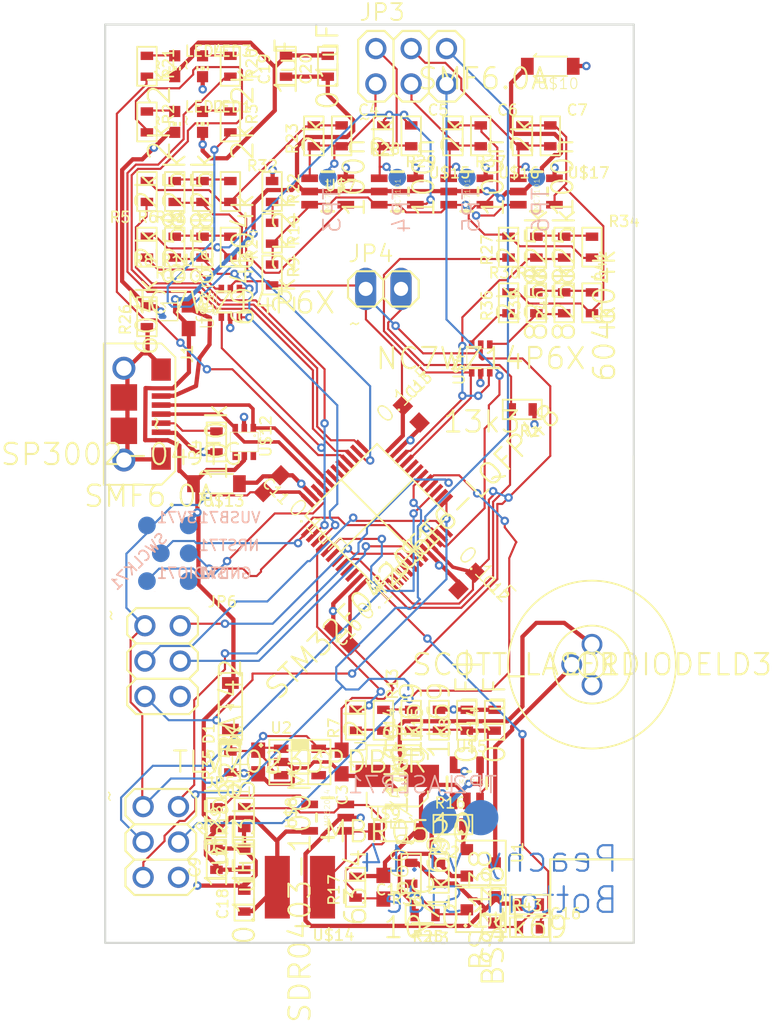
<source format=kicad_pcb>
(kicad_pcb (version 4) (host pcbnew 4.0.2-stable)
  (layers (0 Top signal) (31 Bottom signal) (34 B.Paste user) (35 F.Paste user) (36 B.SilkS user) (37 F.SilkS user) (38 B.Mask user) (39 F.Mask user) (44 Edge.Cuts user))
  (net 0 "")
  (net 1 XCOARSE_IN)
  (net 2 YCOARSE_IN)
  (net 3 LASER_PWM_IN)
  (net 4 GND)
  (net 5 3V)
  (net 6 YFINE_IN)
  (net 7 XFINE_IN)
  (net 8 NRST)
  (net 9 SWDIO)
  (net 10 SWCLK)
  (net 11 BOOT0)
  (net 12 SDA)
  (net 13 SCL)
  (net 14 ADC0)
  (net 15 ADC1)
  (net 16 ADC2)
  (net 17 ADC3)
  (net 18 SCK)
  (net 19 MISO)
  (net 20 MOSI)
  (net 21 SPI_CS)
  (net 22 LASER_EN)
  (net 23 /mini-v1.14-macrofab-rtg_SS_1/N$4)
  (net 24 /mini-v1.14-macrofab-rtg_SS_3/6V)
  (net 25 /mini-v1.14-macrofab-rtg_SS_2/XSUM)
  (net 26 /mini-v1.14-macrofab-rtg_SS_2/OUT)
  (net 27 /mini-v1.14-macrofab-rtg_SS_2/N$10)
  (net 28 /mini-v1.14-macrofab-rtg_SS_2/OUT1)
  (net 29 /mini-v1.14-macrofab-rtg_SS_2/N$32)
  (net 30 /mini-v1.14-macrofab-rtg_SS_2/OUT2)
  (net 31 /mini-v1.14-macrofab-rtg_SS_2/N$36)
  (net 32 /mini-v1.14-macrofab-rtg_SS_2/OUT3)
  (net 33 /mini-v1.14-macrofab-rtg_SS_3/N$11)
  (net 34 /mini-v1.14-macrofab-rtg_SS_3/N$25)
  (net 35 /mini-v1.14-macrofab-rtg_SS_3/N$21)
  (net 36 /mini-v1.14-macrofab-rtg_SS_1/USB_DP)
  (net 37 /mini-v1.14-macrofab-rtg_SS_1/N$5)
  (net 38 /mini-v1.14-macrofab-rtg_SS_1/USB_DM)
  (net 39 /mini-v1.14-macrofab-rtg_SS_1/N$14)
  (net 40 SLD)
  (net 41 /mini-v1.14-macrofab-rtg_SS_3/N$17)
  (net 42 /mini-v1.14-macrofab-rtg_SS_3/N$16)
  (net 43 /mini-v1.14-macrofab-rtg_SS_1/N$12)
  (net 44 /mini-v1.14-macrofab-rtg_SS_1/N$3)
  (net 45 /mini-v1.14-macrofab-rtg_SS_1/N$24)
  (net 46 /mini-v1.14-macrofab-rtg_SS_1/N$27)
  (net 47 /mini-v1.14-macrofab-rtg_SS_1/N$2)
  (net 48 /mini-v1.14-macrofab-rtg_SS_1/N$13)
  (net 49 /mini-v1.14-macrofab-rtg_SS_2/N$31)
  (net 50 /mini-v1.14-macrofab-rtg_SS_3/N$6)
  (net 51 /mini-v1.14-macrofab-rtg_SS_2/COARSE1)
  (net 52 /mini-v1.14-macrofab-rtg_SS_2/2V2)
  (net 53 /mini-v1.14-macrofab-rtg_SS_2/N$22)
  (net 54 /mini-v1.14-macrofab-rtg_SS_2/FINE1)
  (net 55 /mini-v1.14-macrofab-rtg_SS_2/N$8)
  (net 56 /mini-v1.14-macrofab-rtg_SS_3/N$9)
  (net 57 /mini-v1.14-macrofab-rtg_SS_3/N$20)
  (net 58 /mini-v1.14-macrofab-rtg_SS_3/N$19)
  (net 59 /mini-v1.14-macrofab-rtg_SS_3/N$26)
  (net 60 /mini-v1.14-macrofab-rtg_SS_1/N$28)
  (net 61 /mini-v1.14-macrofab-rtg_SS_1/N$29)
  (net 62 /mini-v1.14-macrofab-rtg_SS_3/N$1)
  (net 63 /mini-v1.14-macrofab-rtg_SS_2/N$30)
  (net 64 /mini-v1.14-macrofab-rtg_SS_2/N$7)
  (net 65 /mini-v1.14-macrofab-rtg_SS_2/FINE3)
  (net 66 /mini-v1.14-macrofab-rtg_SS_2/N$35)
  (net 67 /mini-v1.14-macrofab-rtg_SS_3/N$15)
  (module "" (layer Top) (at 164.4986 128.0036)
    (fp_text reference @HOLE0 hide)
    (fp_text value "" (at 0 0) (layer F.SilkS))
    (pad "" np_thru_hole circle (at 0 0) (size 3.0988 3.0988) (drill 3.0988) (layers *.Cu))
  )
  (module "" (layer Top) (at 164.4986 108.0036)
    (fp_text reference @HOLE1 hide)
    (fp_text value "" (at 0 0) (layer F.SilkS))
    (pad "" np_thru_hole circle (at 0 0) (size 3.0988 3.0988) (drill 3.0988) (layers *.Cu))
  )
  (module LQFP48 (layer Top) (at 151.619919 109.882281 45)
    (fp_text reference U$1 (at 0 0 45) (layer F.SilkS))
    (fp_text value STM32F042C6T6-LQFP48 (at 0 0 45) (layer F.SilkS))
    (pad P1 smd rect (at -2.75 0.6 45) (size 0.3 1.2) (layers Top F.Paste F.Mask) (net 5 3V))
    (pad P2 smd rect (at -2.25 0.6 45) (size 0.3 1.2) (layers Top F.Paste F.Mask))
    (pad P3 smd rect (at -1.75 0.6 45) (size 0.3 1.2) (layers Top F.Paste F.Mask))
    (pad P4 smd rect (at -1.25 0.6 45) (size 0.3 1.2) (layers Top F.Paste F.Mask))
    (pad P5 smd rect (at -0.75 0.6 45) (size 0.3 1.2) (layers Top F.Paste F.Mask) (net 12 SDA))
    (pad P6 smd rect (at -0.25 0.6 45) (size 0.3 1.2) (layers Top F.Paste F.Mask) (net 13 SCL))
    (pad P7 smd rect (at 0.25 0.6 45) (size 0.3 1.2) (layers Top F.Paste F.Mask) (net 8 NRST))
    (pad P8 smd rect (at 0.75 0.6 45) (size 0.3 1.2) (layers Top F.Paste F.Mask) (net 4 GND))
    (pad P9 smd rect (at 1.25 0.6 45) (size 0.3 1.2) (layers Top F.Paste F.Mask) (net 5 3V))
    (pad P10 smd rect (at 1.75 0.6 45) (size 0.3 1.2) (layers Top F.Paste F.Mask) (net 14 ADC0))
    (pad P11 smd rect (at 2.25 0.6 45) (size 0.3 1.2) (layers Top F.Paste F.Mask) (net 15 ADC1))
    (pad P12 smd rect (at 2.75 0.6 45) (size 0.3 1.2) (layers Top F.Paste F.Mask) (net 16 ADC2))
    (pad P48 smd rect (at -4.25 -0.9 135) (size 0.3 1.2) (layers Top F.Paste F.Mask) (net 5 3V))
    (pad P47 smd rect (at -4.25 -1.4 135) (size 0.3 1.2) (layers Top F.Paste F.Mask) (net 4 GND))
    (pad P46 smd rect (at -4.25 -1.9 135) (size 0.3 1.2) (layers Top F.Paste F.Mask))
    (pad P45 smd rect (at -4.25 -2.4 135) (size 0.3 1.2) (layers Top F.Paste F.Mask))
    (pad P44 smd rect (at -4.25 -2.9 135) (size 0.3 1.2) (layers Top F.Paste F.Mask) (net 11 BOOT0))
    (pad P43 smd rect (at -4.25 -3.4 135) (size 0.3 1.2) (layers Top F.Paste F.Mask))
    (pad P42 smd rect (at -4.25 -3.9 135) (size 0.3 1.2) (layers Top F.Paste F.Mask))
    (pad P41 smd rect (at -4.25 -4.4 135) (size 0.3 1.2) (layers Top F.Paste F.Mask) (net 22 LASER_EN))
    (pad P40 smd rect (at -4.25 -4.9 135) (size 0.3 1.2) (layers Top F.Paste F.Mask) (net 3 LASER_PWM_IN))
    (pad P39 smd rect (at -4.25 -5.4 135) (size 0.3 1.2) (layers Top F.Paste F.Mask) (net 7 XFINE_IN))
    (pad P38 smd rect (at -4.25 -5.9 135) (size 0.3 1.2) (layers Top F.Paste F.Mask) (net 1 XCOARSE_IN))
    (pad P37 smd rect (at -4.25 -6.4 135) (size 0.3 1.2) (layers Top F.Paste F.Mask) (net 10 SWCLK))
    (pad P36 smd rect (at -2.75 -7.9 45) (size 0.3 1.2) (layers Top F.Paste F.Mask) (net 5 3V))
    (pad P35 smd rect (at -2.25 -7.9 45) (size 0.3 1.2) (layers Top F.Paste F.Mask) (net 4 GND))
    (pad P34 smd rect (at -1.75 -7.9 45) (size 0.3 1.2) (layers Top F.Paste F.Mask) (net 9 SWDIO))
    (pad P33 smd rect (at -1.25 -7.9 45) (size 0.3 1.2) (layers Top F.Paste F.Mask) (net 36 /mini-v1.14-macrofab-rtg_SS_1/USB_DP))
    (pad P32 smd rect (at -0.75 -7.9 45) (size 0.3 1.2) (layers Top F.Paste F.Mask) (net 38 /mini-v1.14-macrofab-rtg_SS_1/USB_DM))
    (pad P31 smd rect (at -0.25 -7.9 45) (size 0.3 1.2) (layers Top F.Paste F.Mask))
    (pad P30 smd rect (at 0.25 -7.9 45) (size 0.3 1.2) (layers Top F.Paste F.Mask))
    (pad P29 smd rect (at 0.75 -7.9 45) (size 0.3 1.2) (layers Top F.Paste F.Mask))
    (pad P28 smd rect (at 1.25 -7.9 45) (size 0.3 1.2) (layers Top F.Paste F.Mask) (net 61 /mini-v1.14-macrofab-rtg_SS_1/N$29))
    (pad P27 smd rect (at 1.75 -7.9 45) (size 0.3 1.2) (layers Top F.Paste F.Mask) (net 60 /mini-v1.14-macrofab-rtg_SS_1/N$28))
    (pad P26 smd rect (at 2.25 -7.9 45) (size 0.3 1.2) (layers Top F.Paste F.Mask) (net 48 /mini-v1.14-macrofab-rtg_SS_1/N$13))
    (pad P25 smd rect (at 2.75 -7.9 45) (size 0.3 1.2) (layers Top F.Paste F.Mask) (net 47 /mini-v1.14-macrofab-rtg_SS_1/N$2))
    (pad P13 smd rect (at 4.25 -0.9 135) (size 0.3 1.2) (layers Top F.Paste F.Mask) (net 17 ADC3))
    (pad P14 smd rect (at 4.25 -1.4 135) (size 0.3 1.2) (layers Top F.Paste F.Mask))
    (pad P15 smd rect (at 4.25 -1.9 135) (size 0.3 1.2) (layers Top F.Paste F.Mask) (net 18 SCK))
    (pad P16 smd rect (at 4.25 -2.4 135) (size 0.3 1.2) (layers Top F.Paste F.Mask) (net 19 MISO))
    (pad P17 smd rect (at 4.25 -2.9 135) (size 0.3 1.2) (layers Top F.Paste F.Mask) (net 20 MOSI))
    (pad P18 smd rect (at 4.25 -3.4 135) (size 0.3 1.2) (layers Top F.Paste F.Mask) (net 21 SPI_CS))
    (pad P19 smd rect (at 4.25 -3.9 135) (size 0.3 1.2) (layers Top F.Paste F.Mask))
    (pad P20 smd rect (at 4.25 -4.4 135) (size 0.3 1.2) (layers Top F.Paste F.Mask))
    (pad P21 smd rect (at 4.25 -4.9 135) (size 0.3 1.2) (layers Top F.Paste F.Mask) (net 2 YCOARSE_IN))
    (pad P22 smd rect (at 4.25 -5.4 135) (size 0.3 1.2) (layers Top F.Paste F.Mask) (net 6 YFINE_IN))
    (pad P23 smd rect (at 4.25 -5.9 135) (size 0.3 1.2) (layers Top F.Paste F.Mask) (net 4 GND))
    (pad P24 smd rect (at 4.25 -6.4 135) (size 0.3 1.2) (layers Top F.Paste F.Mask) (net 5 3V))
  )
  (module C0603 (layer Top) (at 140.4986 125.0036 270)
    (fp_text reference C1 (at -0.635 -0.635 450) (layer F.SilkS) (effects (font (size 0.77178 0.77178) (thickness 0.123484)) (justify right top)))
    (fp_text value 1uF (at -0.635 1.905 450) (layer F.SilkS) (effects (font (size 1.2065 1.2065) (thickness 0.09652)) (justify right top)))
    (pad 1 smd rect (at -0.85 0 270) (size 1.1 1) (layers Top F.Paste F.Mask) (net 23 /mini-v1.14-macrofab-rtg_SS_1/N$4))
    (pad 2 smd rect (at 0.85 0 270) (size 1.1 1) (layers Top F.Paste F.Mask) (net 4 GND))
  )
  (module C0603 (layer Top) (at 146.4986 125.0036 90)
    (fp_text reference C2 (at -0.635 -0.635 90) (layer F.SilkS) (effects (font (size 0.77178 0.77178) (thickness 0.123484)) (justify left bottom)))
    (fp_text value 1uF (at -0.635 1.905 90) (layer F.SilkS) (effects (font (size 1.2065 1.2065) (thickness 0.09652)) (justify left bottom)))
    (pad 1 smd rect (at -0.85 0 90) (size 1.1 1) (layers Top F.Paste F.Mask) (net 4 GND))
    (pad 2 smd rect (at 0.85 0 90) (size 1.1 1) (layers Top F.Paste F.Mask) (net 5 3V))
  )
  (module R0603 (layer Top) (at 137.4986 102.0036 90)
    (fp_text reference R4 (at -1.4 -1.1 90) (layer F.SilkS) (effects (font (size 0.77216 0.77216) (thickness 0.123545)) (justify left bottom)))
    (fp_text value 100k (at 0 0 90) (layer F.SilkS))
    (pad P$1 smd rect (at -0.75 0 270) (size 0.6 0.9) (layers Top F.Paste F.Mask) (net 4 GND))
    (pad P$2 smd rect (at 0.75 0 270) (size 0.6 0.9) (layers Top F.Paste F.Mask) (net 37 /mini-v1.14-macrofab-rtg_SS_1/N$5))
  )
  (module C0603 (layer Top) (at 146.4986 116.0036 135)
    (fp_text reference C10 (at -0.635 -0.635 225) (layer F.SilkS) (effects (font (size 0.77178 0.77178) (thickness 0.123484)) (justify left bottom)))
    (fp_text value 0.1uF (at -0.635 1.905 225) (layer F.SilkS) (effects (font (size 1.2065 1.2065) (thickness 0.09652)) (justify left bottom)))
    (pad 1 smd rect (at -0.85 0 135) (size 1.1 1) (layers Top F.Paste F.Mask) (net 5 3V))
    (pad 2 smd rect (at 0.85 0 135) (size 1.1 1) (layers Top F.Paste F.Mask) (net 4 GND))
  )
  (module C0603 (layer Top) (at 141.4986 105.0036 45)
    (fp_text reference C11 (at -0.635 -0.635 135) (layer F.SilkS) (effects (font (size 0.77178 0.77178) (thickness 0.123484)) (justify left bottom)))
    (fp_text value 0.1uF (at -0.635 1.905 135) (layer F.SilkS) (effects (font (size 1.2065 1.2065) (thickness 0.09652)) (justify left bottom)))
    (pad 1 smd rect (at -0.85 0 45) (size 1.1 1) (layers Top F.Paste F.Mask) (net 5 3V))
    (pad 2 smd rect (at 0.85 0 45) (size 1.1 1) (layers Top F.Paste F.Mask) (net 4 GND))
  )
  (module C0603 (layer Top) (at 155.4986 112.0036 225)
    (fp_text reference C12 (at -0.635 -0.635 315) (layer F.SilkS) (effects (font (size 0.77178 0.77178) (thickness 0.123484)) (justify left bottom)))
    (fp_text value 0.1uF (at -0.635 1.905 315) (layer F.SilkS) (effects (font (size 1.2065 1.2065) (thickness 0.09652)) (justify left bottom)))
    (pad 1 smd rect (at -0.85 0 225) (size 1.1 1) (layers Top F.Paste F.Mask) (net 5 3V))
    (pad 2 smd rect (at 0.85 0 225) (size 1.1 1) (layers Top F.Paste F.Mask) (net 4 GND))
  )
  (module C0603 (layer Top) (at 151.4986 100.0036 315)
    (fp_text reference C13 (at -0.635 -0.635 405) (layer F.SilkS) (effects (font (size 0.77178 0.77178) (thickness 0.123484)) (justify left bottom)))
    (fp_text value 0.1uF (at -0.635 1.905 405) (layer F.SilkS) (effects (font (size 1.2065 1.2065) (thickness 0.09652)) (justify left bottom)))
    (pad 1 smd rect (at -0.85 0 315) (size 1.1 1) (layers Top F.Paste F.Mask) (net 5 3V))
    (pad 2 smd rect (at 0.85 0 315) (size 1.1 1) (layers Top F.Paste F.Mask) (net 4 GND))
  )
  (module 1X02 (layer Top) (at 149.4986 91.0036)
    (fp_text reference JP4 (at -2.6162 -1.8288) (layer F.SilkS) (effects (font (size 1.2065 1.2065) (thickness 0.127)) (justify left bottom)))
    (fp_text value ~ (at -2.54 3.175) (layer F.SilkS) (effects (font (size 1.2065 1.2065) (thickness 0.1016)) (justify left bottom)))
    (pad 1 thru_hole oval (at -1.27 0 90) (size 3.048 1.524) (drill 1.016) (layers *.Cu *.Mask) (net 5 3V))
    (pad 2 thru_hole oval (at 1.27 0 90) (size 3.048 1.524) (drill 1.016) (layers *.Cu *.Mask) (net 11 BOOT0))
  )
  (module R0603 (layer Top) (at 159.483434 99.665212 180)
    (fp_text reference R1 (at -1.4 -1.1 180) (layer F.SilkS) (effects (font (size 0.77216 0.77216) (thickness 0.130048)) (justify right top)))
    (fp_text value 13k3 (at 0 0 180) (layer F.SilkS) (effects (justify right top)))
    (pad P$1 smd rect (at -0.75 0) (size 0.6 0.9) (layers Top F.Paste F.Mask) (net 4 GND))
    (pad P$2 smd rect (at 0.75 0) (size 0.6 0.9) (layers Top F.Paste F.Mask) (net 11 BOOT0))
  )
  (module R0603 (layer Top) (at 132.4986 79.0036 270)
    (fp_text reference R2 (at -1.4 -1.1 450) (layer F.SilkS) (effects (font (size 0.77216 0.77216) (thickness 0.123545)) (justify right top)))
    (fp_text value 2k (at 0 0 270) (layer F.SilkS) (effects (justify right top)))
    (pad P$1 smd rect (at -0.75 0 90) (size 0.6 0.9) (layers Top F.Paste F.Mask) (net 44 /mini-v1.14-macrofab-rtg_SS_1/N$3))
    (pad P$2 smd rect (at 0.75 0 90) (size 0.6 0.9) (layers Top F.Paste F.Mask) (net 47 /mini-v1.14-macrofab-rtg_SS_1/N$2))
  )
  (module R0603 (layer Top) (at 138.4986 79.0036 270)
    (fp_text reference R3 (at -1.4 -1.1 450) (layer F.SilkS) (effects (font (size 0.77216 0.77216) (thickness 0.123545)) (justify right top)))
    (fp_text value 2k (at 0 0 270) (layer F.SilkS) (effects (justify right top)))
    (pad P$1 smd rect (at -0.75 0 90) (size 0.6 0.9) (layers Top F.Paste F.Mask) (net 43 /mini-v1.14-macrofab-rtg_SS_1/N$12))
    (pad P$2 smd rect (at 0.75 0 90) (size 0.6 0.9) (layers Top F.Paste F.Mask) (net 48 /mini-v1.14-macrofab-rtg_SS_1/N$13))
  )
  (module SOT23-5 (layer Top) (at 145.4986 129.0036 90)
    (fp_text reference U$8 (at -0.889 -2.159 90) (layer F.SilkS) (effects (font (size 0.77178 0.77178) (thickness 0.123484)) (justify left bottom)))
    (fp_text value LMR62014 (at -0.9525 0.1905 90) (layer F.SilkS) (effects (font (size 0.38608 0.38608) (thickness 0.030886)) (justify left bottom)))
    (pad 1 smd rect (at -0.95 1.3001 90) (size 0.55 1.2) (layers Top F.Paste F.Mask) (net 67 /mini-v1.14-macrofab-rtg_SS_3/N$15))
    (pad 2 smd rect (at 0 1.3001 90) (size 0.55 1.2) (layers Top F.Paste F.Mask) (net 4 GND))
    (pad 3 smd rect (at 0.95 1.3001 90) (size 0.55 1.2) (layers Top F.Paste F.Mask) (net 34 /mini-v1.14-macrofab-rtg_SS_3/N$25))
    (pad 4 smd rect (at 0.95 -1.3001 90) (size 0.55 1.2) (layers Top F.Paste F.Mask) (net 59 /mini-v1.14-macrofab-rtg_SS_3/N$26))
    (pad 5 smd rect (at -0.95 -1.3001 90) (size 0.55 1.2) (layers Top F.Paste F.Mask) (net 5 3V))
  )
  (module C0603 (layer Top) (at 149.4986 134.0036 90)
    (fp_text reference C15 (at -0.635 -0.635 360) (layer F.SilkS) (effects (font (size 0.77178 0.77178) (thickness 0.123484)) (justify left bottom)))
    (fp_text value 560pF/50V (at -0.635 1.905 90) (layer F.SilkS) (effects (font (size 1.2065 1.2065) (thickness 0.09652)) (justify left bottom)))
    (pad 1 smd rect (at -0.85 0 90) (size 1.1 1) (layers Top F.Paste F.Mask) (net 34 /mini-v1.14-macrofab-rtg_SS_3/N$25))
    (pad 2 smd rect (at 0.85 0 90) (size 1.1 1) (layers Top F.Paste F.Mask) (net 24 /mini-v1.14-macrofab-rtg_SS_3/6V))
  )
  (module R0603 (layer Top) (at 147.4986 134.0036 90)
    (fp_text reference R17 (at -1.4 -1.1 90) (layer F.SilkS) (effects (font (size 0.77216 0.77216) (thickness 0.123545)) (justify left bottom)))
    (fp_text value 63k4 (at 0 0 90) (layer F.SilkS))
    (pad P$1 smd rect (at -0.75 0 270) (size 0.6 0.9) (layers Top F.Paste F.Mask) (net 34 /mini-v1.14-macrofab-rtg_SS_3/N$25))
    (pad P$2 smd rect (at 0.75 0 270) (size 0.6 0.9) (layers Top F.Paste F.Mask) (net 24 /mini-v1.14-macrofab-rtg_SS_3/6V))
  )
  (module R0603 (layer Top) (at 139.4986 129.0036 90)
    (fp_text reference R18 (at -1.4 -1.1 90) (layer F.SilkS) (effects (font (size 0.77216 0.77216) (thickness 0.123545)) (justify left bottom)))
    (fp_text value 13k3 (at 0 0 90) (layer F.SilkS))
    (pad P$1 smd rect (at -0.75 0 270) (size 0.6 0.9) (layers Top F.Paste F.Mask) (net 4 GND))
    (pad P$2 smd rect (at 0.75 0 270) (size 0.6 0.9) (layers Top F.Paste F.Mask) (net 34 /mini-v1.14-macrofab-rtg_SS_3/N$25))
  )
  (module SOD123 (layer Top) (at 150.4986 130.0036)
    (fp_text reference U$9 (at -2.1 -0.8) (layer F.SilkS) (effects (font (size 0.77178 0.77178) (thickness 0.123484)) (justify left bottom)))
    (fp_text value MBR0520 (at 0 0) (layer F.SilkS))
    (pad ANOD smd rect (at -1.65 0) (size 0.91 1.22) (layers Top F.Paste F.Mask) (net 67 /mini-v1.14-macrofab-rtg_SS_3/N$15))
    (pad CATH smd rect (at 1.65 0) (size 0.91 1.22) (layers Top F.Paste F.Mask) (net 24 /mini-v1.14-macrofab-rtg_SS_3/6V))
  )
  (module R0603 (layer Top) (at 137.4986 129.0036 90)
    (fp_text reference R19 (at -1.4 -1.1 225) (layer F.SilkS) (effects (font (size 0.77216 0.77216) (thickness 0.123545)) (justify left bottom)))
    (fp_text value 825k (at 0 0 90) (layer F.SilkS))
    (pad P$1 smd rect (at -0.75 0 270) (size 0.6 0.9) (layers Top F.Paste F.Mask) (net 5 3V))
    (pad P$2 smd rect (at 0.75 0 270) (size 0.6 0.9) (layers Top F.Paste F.Mask) (net 59 /mini-v1.14-macrofab-rtg_SS_3/N$26))
  )
  (module SOD123 (layer Top) (at 161.4986 75.0036 180)
    (fp_text reference U$10 (at -2.1 -0.8 180) (layer F.SilkS) (effects (font (size 0.77216 0.77216) (thickness 0.065024)) (justify right top)))
    (fp_text value SMF6.0A (at 0 0 180) (layer F.SilkS) (effects (justify right top)))
    (pad ANOD smd rect (at -1.65 0 180) (size 0.91 1.22) (layers Top F.Paste F.Mask) (net 4 GND))
    (pad CATH smd rect (at 1.65 0 180) (size 0.91 1.22) (layers Top F.Paste F.Mask) (net 5 3V))
  )
  (module SCOTT_LASERDIODE3 (layer Top) (at 164.4986 118.0036)
    (fp_text reference LD1 (at 0 0) (layer F.SilkS))
    (fp_text value SCOTT_LASERDIODELD3 (at 0 0) (layer F.SilkS))
    (pad P$1 thru_hole circle (at 0 -1.4572) (size 1.4986 1.4986) (drill 1.0922) (layers *.Cu *.Mask) (net 24 /mini-v1.14-macrofab-rtg_SS_3/6V))
    (pad P$2 thru_hole circle (at 0 1.4572) (size 1.4986 1.4986) (drill 1.0922) (layers *.Cu *.Mask))
    (pad P$3 thru_hole circle (at -1.4572 0) (size 1.4986 1.4986) (drill 1.0922) (layers *.Cu *.Mask) (net 42 /mini-v1.14-macrofab-rtg_SS_3/N$16))
  )
  (module CHIP-LED0603 (layer Top) (at 136.4986 79.0036 180)
    (fp_text reference LED1 (at -0.635 0.635 360) (layer F.SilkS) (effects (font (size 0.77216 0.77216) (thickness 0.123545)) (justify left bottom)))
    (fp_text value ~ (at 1.905 0.635 450) (layer F.SilkS) (effects (font (size 1.2065 1.2065) (thickness 0.09652)) (justify right top)))
    (pad C smd rect (at 0 -0.75 180) (size 0.8 0.8) (layers Top F.Paste F.Mask) (net 4 GND))
    (pad A smd rect (at 0 0.75 180) (size 0.8 0.8) (layers Top F.Paste F.Mask) (net 43 /mini-v1.14-macrofab-rtg_SS_1/N$12))
  )
  (module CHIP-LED0603 (layer Top) (at 134.4986 79.0036 180)
    (fp_text reference LED2 (at -0.635 0.635 360) (layer F.SilkS) (effects (font (size 0.77216 0.77216) (thickness 0.123545)) (justify left bottom)))
    (fp_text value ~ (at 1.905 0.635 450) (layer F.SilkS) (effects (font (size 1.2065 1.2065) (thickness 0.09652)) (justify right top)))
    (pad C smd rect (at 0 -0.75 180) (size 0.8 0.8) (layers Top F.Paste F.Mask) (net 4 GND))
    (pad A smd rect (at 0 0.75 180) (size 0.8 0.8) (layers Top F.Paste F.Mask) (net 44 /mini-v1.14-macrofab-rtg_SS_1/N$3))
  )
  (module SC70-6 (layer Top) (at 139.4986 102.0036 180)
    (fp_text reference U$12 (at -1.1 2 450) (layer F.SilkS) (effects (font (size 0.77178 0.77178) (thickness 0.123484)) (justify right top)))
    (fp_text value SP3002-04JTG (at 0 0 180) (layer F.SilkS) (effects (justify right top)))
    (pad P5 smd rect (at 0 -1 180) (size 0.4 0.6) (layers Top F.Paste F.Mask) (net 5 3V))
    (pad P4 smd rect (at 0.65 -1 180) (size 0.4 0.6) (layers Top F.Paste F.Mask))
    (pad P6 smd rect (at -0.65 -1 180) (size 0.4 0.6) (layers Top F.Paste F.Mask))
    (pad P2 smd rect (at 0 1 180) (size 0.4 0.6) (layers Top F.Paste F.Mask) (net 4 GND))
    (pad P3 smd rect (at 0.65 1 180) (size 0.4 0.6) (layers Top F.Paste F.Mask) (net 36 /mini-v1.14-macrofab-rtg_SS_1/USB_DP))
    (pad P1 smd rect (at -0.65 1 180) (size 0.4 0.6) (layers Top F.Paste F.Mask) (net 38 /mini-v1.14-macrofab-rtg_SS_1/USB_DM))
  )
  (module SOD123 (layer Top) (at 137.4986 105.0036 180)
    (fp_text reference U$13 (at -2.1 -0.8 360) (layer F.SilkS) (effects (font (size 0.77178 0.77178) (thickness 0.123484)) (justify right top)))
    (fp_text value SMF6.0A (at 0 0 180) (layer F.SilkS) (effects (justify right top)))
    (pad ANOD smd rect (at -1.65 0 180) (size 0.91 1.22) (layers Top F.Paste F.Mask) (net 4 GND))
    (pad CATH smd rect (at 1.65 0 180) (size 0.91 1.22) (layers Top F.Paste F.Mask) (net 5 3V))
  )
  (module SDR0403 (layer Top) (at 143.4986 134.0036 90)
    (fp_text reference U$14 (at -3 4 360) (layer F.SilkS) (effects (font (size 0.77178 0.77178) (thickness 0.123484)) (justify right top)))
    (fp_text value SDR0403-100ML (at 0 0 90) (layer F.SilkS))
    (pad P$1 smd rect (at 0 -1.625 90) (size 4.5 1.8) (layers Top F.Paste F.Mask) (net 5 3V))
    (pad P$2 smd rect (at 0 1.625 90) (size 4.5 1.8) (layers Top F.Paste F.Mask) (net 67 /mini-v1.14-macrofab-rtg_SS_3/N$15))
  )
  (module R0603 (layer Top) (at 138.4986 75.0036 270)
    (fp_text reference R20 (at -1.4 -1.1 450) (layer F.SilkS) (effects (font (size 0.77216 0.77216) (thickness 0.123545)) (justify right top)))
    (fp_text value 2k (at 0 0 270) (layer F.SilkS) (effects (justify right top)))
    (pad P$1 smd rect (at -0.75 0 90) (size 0.6 0.9) (layers Top F.Paste F.Mask) (net 45 /mini-v1.14-macrofab-rtg_SS_1/N$24))
    (pad P$2 smd rect (at 0.75 0 90) (size 0.6 0.9) (layers Top F.Paste F.Mask) (net 60 /mini-v1.14-macrofab-rtg_SS_1/N$28))
  )
  (module CHIP-LED0603 (layer Top) (at 136.4986 75.0036 180)
    (fp_text reference LED3 (at -0.635 0.635 360) (layer F.SilkS) (effects (font (size 0.77216 0.77216) (thickness 0.123545)) (justify left bottom)))
    (fp_text value ~ (at 1.905 0.635 450) (layer F.SilkS) (effects (font (size 1.2065 1.2065) (thickness 0.09652)) (justify right top)))
    (pad C smd rect (at 0 -0.75 180) (size 0.8 0.8) (layers Top F.Paste F.Mask) (net 4 GND))
    (pad A smd rect (at 0 0.75 180) (size 0.8 0.8) (layers Top F.Paste F.Mask) (net 45 /mini-v1.14-macrofab-rtg_SS_1/N$24))
  )
  (module R0603 (layer Top) (at 132.4986 75.0036 270)
    (fp_text reference R21 (at -1.4 -1.1 450) (layer F.SilkS) (effects (font (size 0.77216 0.77216) (thickness 0.123545)) (justify right top)))
    (fp_text value 2k (at 0 0 270) (layer F.SilkS) (effects (justify right top)))
    (pad P$1 smd rect (at -0.75 0 90) (size 0.6 0.9) (layers Top F.Paste F.Mask) (net 46 /mini-v1.14-macrofab-rtg_SS_1/N$27))
    (pad P$2 smd rect (at 0.75 0 90) (size 0.6 0.9) (layers Top F.Paste F.Mask) (net 61 /mini-v1.14-macrofab-rtg_SS_1/N$29))
  )
  (module CHIP-LED0603 (layer Top) (at 134.4986 75.0036 180)
    (fp_text reference LED4 (at -0.635 0.635 360) (layer F.SilkS) (effects (font (size 0.77216 0.77216) (thickness 0.123545)) (justify left bottom)))
    (fp_text value ~ (at 1.905 0.635 450) (layer F.SilkS) (effects (font (size 1.2065 1.2065) (thickness 0.09652)) (justify right top)))
    (pad C smd rect (at 0 -0.75 180) (size 0.8 0.8) (layers Top F.Paste F.Mask) (net 4 GND))
    (pad A smd rect (at 0 0.75 180) (size 0.8 0.8) (layers Top F.Paste F.Mask) (net 46 /mini-v1.14-macrofab-rtg_SS_1/N$27))
  )
  (module C0603 (layer Top) (at 135.4986 93.0036 90)
    (fp_text reference L1 (at -0.635 -0.635 90) (layer F.SilkS) (effects (font (size 1.2065 1.2065) (thickness 0.09652)) (justify left bottom)))
    (fp_text value ferrite (at -0.635 1.905 90) (layer F.SilkS) (effects (font (size 1.2065 1.2065) (thickness 0.09652)) (justify left bottom)))
    (pad 1 smd rect (at -0.85 0 90) (size 1.1 1) (layers Top F.Paste F.Mask) (net 5 3V))
    (pad 2 smd rect (at 0.85 0 90) (size 1.1 1) (layers Top F.Paste F.Mask) (net 39 /mini-v1.14-macrofab-rtg_SS_1/N$14))
  )
  (module R0603 (layer Top) (at 132.4986 84.0036 90)
    (fp_text reference R5 (at -1.4 -1.1 360) (layer F.SilkS) (effects (font (size 0.77216 0.77216) (thickness 0.123545)) (justify right top)))
    (fp_text value 2k (at 0 0 90) (layer F.SilkS))
    (pad P$1 smd rect (at -0.75 0 270) (size 0.6 0.9) (layers Top F.Paste F.Mask) (net 1 XCOARSE_IN))
    (pad P$2 smd rect (at 0.75 0 270) (size 0.6 0.9) (layers Top F.Paste F.Mask) (net 25 /mini-v1.14-macrofab-rtg_SS_2/XSUM))
  )
  (module R0603 (layer Top) (at 134.4986 84.0036 90)
    (fp_text reference R6 (at -1.4 -1.1 360) (layer F.SilkS) (effects (font (size 0.77216 0.77216) (thickness 0.123545)) (justify right top)))
    (fp_text value 825k (at 0 0 90) (layer F.SilkS))
    (pad P$1 smd rect (at -0.75 0 270) (size 0.6 0.9) (layers Top F.Paste F.Mask) (net 7 XFINE_IN))
    (pad P$2 smd rect (at 0.75 0 270) (size 0.6 0.9) (layers Top F.Paste F.Mask) (net 49 /mini-v1.14-macrofab-rtg_SS_2/N$31))
  )
  (module R0603 (layer Top) (at 136.4986 84.0036 90)
    (fp_text reference R31 (at -1.4 -1.1 360) (layer F.SilkS) (effects (font (size 0.77216 0.77216) (thickness 0.123545)) (justify right top)))
    (fp_text value 825k (at 0 0 90) (layer F.SilkS))
    (pad P$1 smd rect (at -0.75 0 270) (size 0.6 0.9) (layers Top F.Paste F.Mask) (net 7 XFINE_IN))
    (pad P$2 smd rect (at 0.75 0 270) (size 0.6 0.9) (layers Top F.Paste F.Mask) (net 49 /mini-v1.14-macrofab-rtg_SS_2/N$31))
  )
  (module R0603 (layer Top) (at 138.4986 84.0036 270)
    (fp_text reference R32 (at -1.4 -1.1 360) (layer F.SilkS) (effects (font (size 0.77216 0.77216) (thickness 0.123545)) (justify left bottom)))
    (fp_text value 604k (at 0 0 270) (layer F.SilkS) (effects (justify right top)))
    (pad P$1 smd rect (at -0.75 0 90) (size 0.6 0.9) (layers Top F.Paste F.Mask) (net 49 /mini-v1.14-macrofab-rtg_SS_2/N$31))
    (pad P$2 smd rect (at 0.75 0 90) (size 0.6 0.9) (layers Top F.Paste F.Mask) (net 25 /mini-v1.14-macrofab-rtg_SS_2/XSUM))
  )
  (module SOT23-5 (layer Top) (at 145.4986 84.0036 270)
    (fp_text reference U$7 (at -0.889 -2.159 360) (layer F.SilkS) (effects (font (size 0.77178 0.77178) (thickness 0.123484)) (justify right top)))
    (fp_text value LMC7101 (at -0.9525 0.1905 450) (layer F.SilkS) (effects (font (size 0.38608 0.38608) (thickness 0.030886)) (justify right top)))
    (pad 1 smd rect (at -0.95 1.3001 270) (size 0.55 1.2) (layers Top F.Paste F.Mask) (net 26 /mini-v1.14-macrofab-rtg_SS_2/OUT))
    (pad 2 smd rect (at 0 1.3001 270) (size 0.55 1.2) (layers Top F.Paste F.Mask) (net 5 3V))
    (pad 3 smd rect (at 0.95 1.3001 270) (size 0.55 1.2) (layers Top F.Paste F.Mask) (net 52 /mini-v1.14-macrofab-rtg_SS_2/2V2))
    (pad 4 smd rect (at 0.95 -1.3001 270) (size 0.55 1.2) (layers Top F.Paste F.Mask) (net 25 /mini-v1.14-macrofab-rtg_SS_2/XSUM))
    (pad 5 smd rect (at -0.95 -1.3001 270) (size 0.55 1.2) (layers Top F.Paste F.Mask) (net 4 GND))
  )
  (module R0603 (layer Top) (at 132.4986 88.0036 90)
    (fp_text reference R8 (at -1.4 -1.1 360) (layer F.SilkS) (effects (font (size 0.77216 0.77216) (thickness 0.123545)) (justify left bottom)))
    (fp_text value 2k (at 0 0 90) (layer F.SilkS))
    (pad P$1 smd rect (at -0.75 0 270) (size 0.6 0.9) (layers Top F.Paste F.Mask) (net 51 /mini-v1.14-macrofab-rtg_SS_2/COARSE1))
    (pad P$2 smd rect (at 0.75 0 270) (size 0.6 0.9) (layers Top F.Paste F.Mask) (net 27 /mini-v1.14-macrofab-rtg_SS_2/N$10))
  )
  (module R0603 (layer Top) (at 134.4986 88.0036 90)
    (fp_text reference R11 (at -1.4 -1.1 360) (layer F.SilkS) (effects (font (size 0.77216 0.77216) (thickness 0.123545)) (justify left bottom)))
    (fp_text value 825k (at 0 0 90) (layer F.SilkS))
    (pad P$1 smd rect (at -0.75 0 270) (size 0.6 0.9) (layers Top F.Paste F.Mask) (net 54 /mini-v1.14-macrofab-rtg_SS_2/FINE1))
    (pad P$2 smd rect (at 0.75 0 270) (size 0.6 0.9) (layers Top F.Paste F.Mask) (net 55 /mini-v1.14-macrofab-rtg_SS_2/N$8))
  )
  (module R0603 (layer Top) (at 136.4986 88.0036 90)
    (fp_text reference R12 (at -1.4 -1.1 360) (layer F.SilkS) (effects (font (size 0.77216 0.77216) (thickness 0.123545)) (justify right top)))
    (fp_text value 825k (at 0 0 90) (layer F.SilkS))
    (pad P$1 smd rect (at -0.75 0 270) (size 0.6 0.9) (layers Top F.Paste F.Mask) (net 54 /mini-v1.14-macrofab-rtg_SS_2/FINE1))
    (pad P$2 smd rect (at 0.75 0 270) (size 0.6 0.9) (layers Top F.Paste F.Mask) (net 55 /mini-v1.14-macrofab-rtg_SS_2/N$8))
  )
  (module R0603 (layer Top) (at 138.4986 88.0036 270)
    (fp_text reference R24 (at -1.4 -1.1 450) (layer F.SilkS) (effects (font (size 0.77216 0.77216) (thickness 0.123545)) (justify right top)))
    (fp_text value 604k (at 0 0 270) (layer F.SilkS) (effects (justify right top)))
    (pad P$1 smd rect (at -0.75 0 90) (size 0.6 0.9) (layers Top F.Paste F.Mask) (net 55 /mini-v1.14-macrofab-rtg_SS_2/N$8))
    (pad P$2 smd rect (at 0.75 0 90) (size 0.6 0.9) (layers Top F.Paste F.Mask) (net 27 /mini-v1.14-macrofab-rtg_SS_2/N$10))
  )
  (module SOT23-5 (layer Top) (at 150.4986 84.0036 270)
    (fp_text reference U$15 (at -0.889 -2.159 360) (layer F.SilkS) (effects (font (size 0.77178 0.77178) (thickness 0.123484)) (justify left bottom)))
    (fp_text value LMC7101 (at -0.9525 0.1905 450) (layer F.SilkS) (effects (font (size 0.38608 0.38608) (thickness 0.030886)) (justify right top)))
    (pad 1 smd rect (at -0.95 1.3001 270) (size 0.55 1.2) (layers Top F.Paste F.Mask) (net 28 /mini-v1.14-macrofab-rtg_SS_2/OUT1))
    (pad 2 smd rect (at 0 1.3001 270) (size 0.55 1.2) (layers Top F.Paste F.Mask) (net 5 3V))
    (pad 3 smd rect (at 0.95 1.3001 270) (size 0.55 1.2) (layers Top F.Paste F.Mask) (net 52 /mini-v1.14-macrofab-rtg_SS_2/2V2))
    (pad 4 smd rect (at 0.95 -1.3001 270) (size 0.55 1.2) (layers Top F.Paste F.Mask) (net 27 /mini-v1.14-macrofab-rtg_SS_2/N$10))
    (pad 5 smd rect (at -0.95 -1.3001 270) (size 0.55 1.2) (layers Top F.Paste F.Mask) (net 4 GND))
  )
  (module R0603 (layer Top) (at 158.4986 88.0036 90)
    (fp_text reference R27 (at -1.4 -1.1 90) (layer F.SilkS) (effects (font (size 0.77216 0.77216) (thickness 0.123545)) (justify left bottom)))
    (fp_text value 2k (at 0 0 90) (layer F.SilkS))
    (pad P$1 smd rect (at -0.75 0 270) (size 0.6 0.9) (layers Top F.Paste F.Mask) (net 2 YCOARSE_IN))
    (pad P$2 smd rect (at 0.75 0 270) (size 0.6 0.9) (layers Top F.Paste F.Mask) (net 29 /mini-v1.14-macrofab-rtg_SS_2/N$32))
  )
  (module R0603 (layer Top) (at 160.4986 88.0036 90)
    (fp_text reference R30 (at -1.4 -1.1 360) (layer F.SilkS) (effects (font (size 0.77216 0.77216) (thickness 0.123545)) (justify right top)))
    (fp_text value 825k (at 0 0 90) (layer F.SilkS))
    (pad P$1 smd rect (at -0.75 0 270) (size 0.6 0.9) (layers Top F.Paste F.Mask) (net 6 YFINE_IN))
    (pad P$2 smd rect (at 0.75 0 270) (size 0.6 0.9) (layers Top F.Paste F.Mask) (net 63 /mini-v1.14-macrofab-rtg_SS_2/N$30))
  )
  (module R0603 (layer Top) (at 162.4986 88.0036 90)
    (fp_text reference R33 (at -1.4 -1.1 360) (layer F.SilkS) (effects (font (size 0.77216 0.77216) (thickness 0.123545)) (justify right top)))
    (fp_text value 825k (at 0 0 90) (layer F.SilkS))
    (pad P$1 smd rect (at -0.75 0 270) (size 0.6 0.9) (layers Top F.Paste F.Mask) (net 6 YFINE_IN))
    (pad P$2 smd rect (at 0.75 0 270) (size 0.6 0.9) (layers Top F.Paste F.Mask) (net 63 /mini-v1.14-macrofab-rtg_SS_2/N$30))
  )
  (module R0603 (layer Top) (at 164.4986 88.0036 270)
    (fp_text reference R34 (at -1.4 -1.1 360) (layer F.SilkS) (effects (font (size 0.77216 0.77216) (thickness 0.123545)) (justify left bottom)))
    (fp_text value 604k (at 0 0 270) (layer F.SilkS) (effects (justify right top)))
    (pad P$1 smd rect (at -0.75 0 90) (size 0.6 0.9) (layers Top F.Paste F.Mask) (net 63 /mini-v1.14-macrofab-rtg_SS_2/N$30))
    (pad P$2 smd rect (at 0.75 0 90) (size 0.6 0.9) (layers Top F.Paste F.Mask) (net 29 /mini-v1.14-macrofab-rtg_SS_2/N$32))
  )
  (module SOT23-5 (layer Top) (at 155.4986 84.0036 270)
    (fp_text reference U$16 (at -0.889 -2.159 360) (layer F.SilkS) (effects (font (size 0.77178 0.77178) (thickness 0.123484)) (justify left bottom)))
    (fp_text value LMC7101 (at -0.9525 0.1905 450) (layer F.SilkS) (effects (font (size 0.38608 0.38608) (thickness 0.030886)) (justify right top)))
    (pad 1 smd rect (at -0.95 1.3001 270) (size 0.55 1.2) (layers Top F.Paste F.Mask) (net 30 /mini-v1.14-macrofab-rtg_SS_2/OUT2))
    (pad 2 smd rect (at 0 1.3001 270) (size 0.55 1.2) (layers Top F.Paste F.Mask) (net 5 3V))
    (pad 3 smd rect (at 0.95 1.3001 270) (size 0.55 1.2) (layers Top F.Paste F.Mask) (net 52 /mini-v1.14-macrofab-rtg_SS_2/2V2))
    (pad 4 smd rect (at 0.95 -1.3001 270) (size 0.55 1.2) (layers Top F.Paste F.Mask) (net 29 /mini-v1.14-macrofab-rtg_SS_2/N$32))
    (pad 5 smd rect (at -0.95 -1.3001 270) (size 0.55 1.2) (layers Top F.Paste F.Mask) (net 4 GND))
  )
  (module R0603 (layer Top) (at 158.4986 92.0036 90)
    (fp_text reference R36 (at -1.4 -1.1 90) (layer F.SilkS) (effects (font (size 0.77216 0.77216) (thickness 0.123545)) (justify left bottom)))
    (fp_text value 2k (at 0 0 90) (layer F.SilkS))
    (pad P$1 smd rect (at -0.75 0 270) (size 0.6 0.9) (layers Top F.Paste F.Mask) (net 64 /mini-v1.14-macrofab-rtg_SS_2/N$7))
    (pad P$2 smd rect (at 0.75 0 270) (size 0.6 0.9) (layers Top F.Paste F.Mask) (net 31 /mini-v1.14-macrofab-rtg_SS_2/N$36))
  )
  (module R0603 (layer Top) (at 160.4986 92.0036 90)
    (fp_text reference R39 (at -1.4 -1.1 90) (layer F.SilkS) (effects (font (size 0.77216 0.77216) (thickness 0.123545)) (justify left bottom)))
    (fp_text value 825k (at 0 0 90) (layer F.SilkS))
    (pad P$1 smd rect (at -0.75 0 270) (size 0.6 0.9) (layers Top F.Paste F.Mask) (net 65 /mini-v1.14-macrofab-rtg_SS_2/FINE3))
    (pad P$2 smd rect (at 0.75 0 270) (size 0.6 0.9) (layers Top F.Paste F.Mask) (net 66 /mini-v1.14-macrofab-rtg_SS_2/N$35))
  )
  (module R0603 (layer Top) (at 162.4986 92.0036 90)
    (fp_text reference R40 (at -1.4 -1.1 90) (layer F.SilkS) (effects (font (size 0.77216 0.77216) (thickness 0.123545)) (justify left bottom)))
    (fp_text value 825k (at 0 0 90) (layer F.SilkS))
    (pad P$1 smd rect (at -0.75 0 270) (size 0.6 0.9) (layers Top F.Paste F.Mask) (net 65 /mini-v1.14-macrofab-rtg_SS_2/FINE3))
    (pad P$2 smd rect (at 0.75 0 270) (size 0.6 0.9) (layers Top F.Paste F.Mask) (net 66 /mini-v1.14-macrofab-rtg_SS_2/N$35))
  )
  (module R0603 (layer Top) (at 164.4986 92.0036 270)
    (fp_text reference R41 (at -1.4 -1.1 450) (layer F.SilkS) (effects (font (size 0.77216 0.77216) (thickness 0.123545)) (justify left bottom)))
    (fp_text value 604k (at 0 0 270) (layer F.SilkS) (effects (justify right top)))
    (pad P$1 smd rect (at -0.75 0 90) (size 0.6 0.9) (layers Top F.Paste F.Mask) (net 66 /mini-v1.14-macrofab-rtg_SS_2/N$35))
    (pad P$2 smd rect (at 0.75 0 90) (size 0.6 0.9) (layers Top F.Paste F.Mask) (net 31 /mini-v1.14-macrofab-rtg_SS_2/N$36))
  )
  (module SOT23-5 (layer Top) (at 160.4986 84.0036 270)
    (fp_text reference U$17 (at -0.889 -2.159 360) (layer F.SilkS) (effects (font (size 0.77178 0.77178) (thickness 0.123484)) (justify left bottom)))
    (fp_text value LMC7101 (at -0.9525 0.1905 450) (layer F.SilkS) (effects (font (size 0.38608 0.38608) (thickness 0.030886)) (justify right top)))
    (pad 1 smd rect (at -0.95 1.3001 270) (size 0.55 1.2) (layers Top F.Paste F.Mask) (net 32 /mini-v1.14-macrofab-rtg_SS_2/OUT3))
    (pad 2 smd rect (at 0 1.3001 270) (size 0.55 1.2) (layers Top F.Paste F.Mask) (net 5 3V))
    (pad 3 smd rect (at 0.95 1.3001 270) (size 0.55 1.2) (layers Top F.Paste F.Mask) (net 52 /mini-v1.14-macrofab-rtg_SS_2/2V2))
    (pad 4 smd rect (at 0.95 -1.3001 270) (size 0.55 1.2) (layers Top F.Paste F.Mask) (net 31 /mini-v1.14-macrofab-rtg_SS_2/N$36))
    (pad 5 smd rect (at -0.95 -1.3001 270) (size 0.55 1.2) (layers Top F.Paste F.Mask) (net 4 GND))
  )
  (module C0603 (layer Top) (at 142.4986 75.0036 90)
    (fp_text reference C19 (at -1.4 -1.1 90) (layer F.SilkS) (effects (font (size 0.77216 0.77216) (thickness 0.130048)) (justify left bottom)))
    (fp_text value 1uF (at 0 0 90) (layer F.SilkS))
    (pad P$1 smd rect (at -0.75 0 270) (size 0.6 0.9) (layers Top F.Paste F.Mask) (net 5 3V))
    (pad P$2 smd rect (at 0.75 0 270) (size 0.6 0.9) (layers Top F.Paste F.Mask) (net 4 GND))
  )
  (module C0603 (layer Top) (at 145.4986 75.0036 90)
    (fp_text reference C20 (at -1.4 -1.1 90) (layer F.SilkS) (effects (font (size 0.77216 0.77216) (thickness 0.130048)) (justify left bottom)))
    (fp_text value 0.1uF (at 0 0 90) (layer F.SilkS))
    (pad P$1 smd rect (at -0.75 0 270) (size 0.6 0.9) (layers Top F.Paste F.Mask) (net 5 3V))
    (pad P$2 smd rect (at 0.75 0 270) (size 0.6 0.9) (layers Top F.Paste F.Mask) (net 4 GND))
  )
  (module SC70-6 (layer Top) (at 138.4986 92.0036)
    (fp_text reference U$2 (at -1.1 2 90) (layer F.SilkS) (effects (font (size 0.95 0.95) (thickness 0.076)) (justify left bottom)))
    (fp_text value NC7WZ14P6X (at 0 0) (layer F.SilkS))
    (pad P5 smd rect (at 0 -1) (size 0.4 0.6) (layers Top F.Paste F.Mask) (net 5 3V))
    (pad P4 smd rect (at 0.65 -1) (size 0.4 0.6) (layers Top F.Paste F.Mask) (net 54 /mini-v1.14-macrofab-rtg_SS_2/FINE1))
    (pad P6 smd rect (at -0.65 -1) (size 0.4 0.6) (layers Top F.Paste F.Mask) (net 51 /mini-v1.14-macrofab-rtg_SS_2/COARSE1))
    (pad P2 smd rect (at 0 1) (size 0.4 0.6) (layers Top F.Paste F.Mask) (net 4 GND))
    (pad P3 smd rect (at 0.65 1) (size 0.4 0.6) (layers Top F.Paste F.Mask) (net 7 XFINE_IN))
    (pad P1 smd rect (at -0.65 1) (size 0.4 0.6) (layers Top F.Paste F.Mask) (net 1 XCOARSE_IN))
  )
  (module SC70-6 (layer Top) (at 156.4986 96.0036)
    (fp_text reference U$4 (at -1.1 2 90) (layer F.SilkS) (effects (font (size 0.77178 0.77178) (thickness 0.123484)) (justify left bottom)))
    (fp_text value NC7WZ14P6X (at 0 0) (layer F.SilkS))
    (pad P5 smd rect (at 0 -1) (size 0.4 0.6) (layers Top F.Paste F.Mask) (net 5 3V))
    (pad P4 smd rect (at 0.65 -1) (size 0.4 0.6) (layers Top F.Paste F.Mask) (net 65 /mini-v1.14-macrofab-rtg_SS_2/FINE3))
    (pad P6 smd rect (at -0.65 -1) (size 0.4 0.6) (layers Top F.Paste F.Mask) (net 64 /mini-v1.14-macrofab-rtg_SS_2/N$7))
    (pad P2 smd rect (at 0 1) (size 0.4 0.6) (layers Top F.Paste F.Mask) (net 4 GND))
    (pad P3 smd rect (at 0.65 1) (size 0.4 0.6) (layers Top F.Paste F.Mask) (net 6 YFINE_IN))
    (pad P1 smd rect (at -0.65 1) (size 0.4 0.6) (layers Top F.Paste F.Mask) (net 2 YCOARSE_IN))
  )
  (module R0603 (layer Top) (at 147.4986 122.0036 90)
    (fp_text reference R7 (at -1.4 -1.1 90) (layer F.SilkS) (effects (font (size 0.77216 0.77216) (thickness 0.123545)) (justify left bottom)))
    (fp_text value 2k (at 0 0 90) (layer F.SilkS))
    (pad P$1 smd rect (at -0.75 0 270) (size 0.6 0.9) (layers Top F.Paste F.Mask) (net 50 /mini-v1.14-macrofab-rtg_SS_3/N$6))
    (pad P$2 smd rect (at 0.75 0 270) (size 0.6 0.9) (layers Top F.Paste F.Mask) (net 3 LASER_PWM_IN))
  )
  (module R0603 (layer Top) (at 149.4986 122.0036 270)
    (fp_text reference R13 (at -1.4 -1.1 450) (layer F.SilkS) (effects (font (size 0.77216 0.77216) (thickness 0.123545)) (justify left bottom)))
    (fp_text value 1k69 (at 0 0 270) (layer F.SilkS) (effects (justify right top)))
    (pad P$1 smd rect (at -0.75 0 90) (size 0.6 0.9) (layers Top F.Paste F.Mask) (net 56 /mini-v1.14-macrofab-rtg_SS_3/N$9))
    (pad P$2 smd rect (at 0.75 0 90) (size 0.6 0.9) (layers Top F.Paste F.Mask) (net 50 /mini-v1.14-macrofab-rtg_SS_3/N$6))
  )
  (module R0603 (layer Top) (at 151.4986 122.0036 90)
    (fp_text reference R14 (at -1.4 -1.1 90) (layer F.SilkS) (effects (font (size 0.77216 0.77216) (thickness 0.123545)) (justify left bottom)))
    (fp_text value 1k69 (at 0 0 90) (layer F.SilkS))
    (pad P$1 smd rect (at -0.75 0 270) (size 0.6 0.9) (layers Top F.Paste F.Mask) (net 33 /mini-v1.14-macrofab-rtg_SS_3/N$11))
    (pad P$2 smd rect (at 0.75 0 270) (size 0.6 0.9) (layers Top F.Paste F.Mask) (net 56 /mini-v1.14-macrofab-rtg_SS_3/N$9))
  )
  (module R0603 (layer Top) (at 153.4986 122.0036 90)
    (fp_text reference R15 (at -1.4 -1.1 90) (layer F.SilkS) (effects (font (size 0.77216 0.77216) (thickness 0.123545)) (justify left bottom)))
    (fp_text value 1k69 (at 0 0 90) (layer F.SilkS))
    (pad P$1 smd rect (at -0.75 0 270) (size 0.6 0.9) (layers Top F.Paste F.Mask) (net 33 /mini-v1.14-macrofab-rtg_SS_3/N$11))
    (pad P$2 smd rect (at 0.75 0 270) (size 0.6 0.9) (layers Top F.Paste F.Mask) (net 4 GND))
  )
  (module C0603 (layer Top) (at 155.4986 122.0036 90)
    (fp_text reference C8 (at -1.4 -1.1 90) (layer F.SilkS) (effects (font (size 0.77216 0.77216) (thickness 0.123545)) (justify left bottom)))
    (fp_text value 0.1uF (at 0 0 90) (layer F.SilkS))
    (pad P$1 smd rect (at -0.75 0 270) (size 0.6 0.9) (layers Top F.Paste F.Mask) (net 33 /mini-v1.14-macrofab-rtg_SS_3/N$11))
    (pad P$2 smd rect (at 0.75 0 270) (size 0.6 0.9) (layers Top F.Paste F.Mask) (net 4 GND))
  )
  (module SOT23-5 (layer Top) (at 155.4986 126.5036)
    (fp_text reference U$5 (at -0.889 -2.159) (layer F.SilkS) (effects (font (size 0.77178 0.77178) (thickness 0.123484)) (justify left bottom)))
    (fp_text value LMC7101 (at -0.9525 0.1905) (layer F.SilkS) (effects (font (size 0.38608 0.38608) (thickness 0.030886)) (justify left bottom)))
    (pad 1 smd rect (at -0.95 1.3001) (size 0.55 1.2) (layers Top F.Paste F.Mask) (net 57 /mini-v1.14-macrofab-rtg_SS_3/N$20))
    (pad 2 smd rect (at 0 1.3001) (size 0.55 1.2) (layers Top F.Paste F.Mask) (net 24 /mini-v1.14-macrofab-rtg_SS_3/6V))
    (pad 3 smd rect (at 0.95 1.3001) (size 0.55 1.2) (layers Top F.Paste F.Mask) (net 33 /mini-v1.14-macrofab-rtg_SS_3/N$11))
    (pad 4 smd rect (at 0.95 -1.3001) (size 0.55 1.2) (layers Top F.Paste F.Mask) (net 41 /mini-v1.14-macrofab-rtg_SS_3/N$17))
    (pad 5 smd rect (at -0.95 -1.3001) (size 0.55 1.2) (layers Top F.Paste F.Mask) (net 4 GND))
  )
  (module R0603 (layer Top) (at 154.4986 129.5036)
    (fp_text reference R16 (at -1.4 -1.1) (layer F.SilkS) (effects (font (size 0.77216 0.77216) (thickness 0.123545)) (justify left bottom)))
    (fp_text value 10 (at 0 0) (layer F.SilkS))
    (pad P$1 smd rect (at -0.75 0 180) (size 0.6 0.9) (layers Top F.Paste F.Mask) (net 57 /mini-v1.14-macrofab-rtg_SS_3/N$20))
    (pad P$2 smd rect (at 0.75 0 180) (size 0.6 0.9) (layers Top F.Paste F.Mask) (net 58 /mini-v1.14-macrofab-rtg_SS_3/N$19))
  )
  (module R0603 (layer Top) (at 152.4986 136.0036 180)
    (fp_text reference R25 (at -1.4 -1.1 360) (layer F.SilkS) (effects (font (size 0.77216 0.77216) (thickness 0.123545)) (justify right top)))
    (fp_text value 10 (at 0 0 180) (layer F.SilkS) (effects (justify right top)))
    (pad P$1 smd rect (at -0.75 0) (size 0.6 0.9) (layers Top F.Paste F.Mask) (net 62 /mini-v1.14-macrofab-rtg_SS_3/N$1))
    (pad P$2 smd rect (at 0.75 0) (size 0.6 0.9) (layers Top F.Paste F.Mask) (net 41 /mini-v1.14-macrofab-rtg_SS_3/N$17))
  )
  (module SOT-23-3 (layer Top) (at 156.4986 132.2536 270)
    (fp_text reference U1 (at -1.6 -2.2 450) (layer F.SilkS) (effects (font (size 0.77216 0.77216) (thickness 0.123545)) (justify right top)))
    (fp_text value BSS138 (at 0 0 270) (layer F.SilkS) (effects (justify right top)))
    (pad P$1 smd rect (at -0.95 1) (size 0.9 0.8) (layers Top F.Paste F.Mask) (net 58 /mini-v1.14-macrofab-rtg_SS_3/N$19))
    (pad P$2 smd rect (at 0.95 1) (size 0.9 0.8) (layers Top F.Paste F.Mask) (net 41 /mini-v1.14-macrofab-rtg_SS_3/N$17))
    (pad P$3 smd rect (at 0 -1) (size 0.9 0.8) (layers Top F.Paste F.Mask) (net 42 /mini-v1.14-macrofab-rtg_SS_3/N$16))
  )
  (module 2X03 (layer Top) (at 151.4986 75.0036)
    (fp_text reference JP3 (at -3.81 -3.175) (layer F.SilkS) (effects (font (size 1.2065 1.2065) (thickness 0.127)) (justify left bottom)))
    (fp_text value ~ (at -3.81 4.445) (layer F.SilkS) (effects (font (size 1.2065 1.2065) (thickness 0.1016)) (justify left bottom)))
    (pad 1 thru_hole circle (at -2.54 1.27) (size 1.524 1.524) (drill 1.016) (layers *.Cu *.Mask) (net 26 /mini-v1.14-macrofab-rtg_SS_2/OUT))
    (pad 2 thru_hole circle (at -2.54 -1.27) (size 1.524 1.524) (drill 1.016) (layers *.Cu *.Mask) (net 28 /mini-v1.14-macrofab-rtg_SS_2/OUT1))
    (pad 3 thru_hole circle (at 0 1.27) (size 1.524 1.524) (drill 1.016) (layers *.Cu *.Mask) (net 30 /mini-v1.14-macrofab-rtg_SS_2/OUT2))
    (pad 4 thru_hole circle (at 0 -1.27) (size 1.524 1.524) (drill 1.016) (layers *.Cu *.Mask) (net 32 /mini-v1.14-macrofab-rtg_SS_2/OUT3))
    (pad 5 thru_hole circle (at 2.54 1.27) (size 1.524 1.524) (drill 1.016) (layers *.Cu *.Mask) (net 14 ADC0))
    (pad 6 thru_hole circle (at 2.54 -1.27) (size 1.524 1.524) (drill 1.016) (layers *.Cu *.Mask) (net 15 ADC1))
  )
  (module 2X03 (layer Top) (at 133.4986 130.7536 270)
    (fp_text reference JP5 (at -3.81 -3.175 360) (layer F.SilkS) (effects (font (size 0.77178 0.77178) (thickness 0.123484)) (justify left bottom)))
    (fp_text value ~ (at -3.81 4.445 450) (layer F.SilkS) (effects (font (size 1.2065 1.2065) (thickness 0.09652)) (justify right top)))
    (pad 1 thru_hole circle (at -2.54 1.27 270) (size 1.524 1.524) (drill 1.016) (layers *.Cu *.Mask) (net 5 3V))
    (pad 2 thru_hole circle (at -2.54 -1.27 270) (size 1.524 1.524) (drill 1.016) (layers *.Cu *.Mask) (net 19 MISO))
    (pad 3 thru_hole circle (at 0 1.27 270) (size 1.524 1.524) (drill 1.016) (layers *.Cu *.Mask) (net 18 SCK))
    (pad 4 thru_hole circle (at 0 -1.27 270) (size 1.524 1.524) (drill 1.016) (layers *.Cu *.Mask) (net 20 MOSI))
    (pad 5 thru_hole circle (at 2.54 1.27 270) (size 1.524 1.524) (drill 1.016) (layers *.Cu *.Mask) (net 21 SPI_CS))
    (pad 6 thru_hole circle (at 2.54 -1.27 270) (size 1.524 1.524) (drill 1.016) (layers *.Cu *.Mask) (net 4 GND))
  )
  (module 2X03 (layer Top) (at 133.6236 117.7536 270)
    (fp_text reference JP6 (at -3.81 -3.175 360) (layer F.SilkS) (effects (font (size 0.77178 0.77178) (thickness 0.123484)) (justify left bottom)))
    (fp_text value ~ (at -3.81 4.445 450) (layer F.SilkS) (effects (font (size 1.2065 1.2065) (thickness 0.09652)) (justify right top)))
    (pad 1 thru_hole circle (at -2.54 1.27 270) (size 1.524 1.524) (drill 1.016) (layers *.Cu *.Mask) (net 5 3V))
    (pad 2 thru_hole circle (at -2.54 -1.27 270) (size 1.524 1.524) (drill 1.016) (layers *.Cu *.Mask) (net 12 SDA))
    (pad 3 thru_hole circle (at 0 1.27 270) (size 1.524 1.524) (drill 1.016) (layers *.Cu *.Mask) (net 16 ADC2))
    (pad 4 thru_hole circle (at 0 -1.27 270) (size 1.524 1.524) (drill 1.016) (layers *.Cu *.Mask) (net 13 SCL))
    (pad 5 thru_hole circle (at 2.54 1.27 270) (size 1.524 1.524) (drill 1.016) (layers *.Cu *.Mask) (net 17 ADC3))
    (pad 6 thru_hole circle (at 2.54 -1.27 270) (size 1.524 1.524) (drill 1.016) (layers *.Cu *.Mask) (net 4 GND))
  )
  (module C0603 (layer Top) (at 137.4986 132.0036 90)
    (fp_text reference C9 (at -1.4 -1.1 90) (layer F.SilkS) (effects (font (size 0.77216 0.77216) (thickness 0.123545)) (justify left bottom)))
    (fp_text value 1uF (at 0 0 90) (layer F.SilkS))
    (pad P$1 smd rect (at -0.75 0 270) (size 0.6 0.9) (layers Top F.Paste F.Mask) (net 5 3V))
    (pad P$2 smd rect (at 0.75 0 270) (size 0.6 0.9) (layers Top F.Paste F.Mask) (net 4 GND))
  )
  (module C0603 (layer Top) (at 139.4986 132.0036 90)
    (fp_text reference C17 (at -1.4 -1.1 90) (layer F.SilkS) (effects (font (size 0.77216 0.77216) (thickness 0.123545)) (justify left bottom)))
    (fp_text value 1uF (at 0 0 90) (layer F.SilkS))
    (pad P$1 smd rect (at -0.75 0 270) (size 0.6 0.9) (layers Top F.Paste F.Mask) (net 5 3V))
    (pad P$2 smd rect (at 0.75 0 270) (size 0.6 0.9) (layers Top F.Paste F.Mask) (net 4 GND))
  )
  (module C0603 (layer Top) (at 139.4986 135.0036 90)
    (fp_text reference C18 (at -1.4 -1.1 90) (layer F.SilkS) (effects (font (size 0.77216 0.77216) (thickness 0.123545)) (justify left bottom)))
    (fp_text value 0.1uF (at 0 0 90) (layer F.SilkS))
    (pad P$1 smd rect (at -0.75 0 270) (size 0.6 0.9) (layers Top F.Paste F.Mask) (net 5 3V))
    (pad P$2 smd rect (at 0.75 0 270) (size 0.6 0.9) (layers Top F.Paste F.Mask) (net 4 GND))
  )
  (module MICROUSB-RIGHT (layer Top) (at 132.2486 100.0036 270)
    (fp_text reference J1 (at -5.08 -2.7 270) (layer F.SilkS) (effects (font (size 0.77216 0.77216) (thickness 0.130048)) (justify right top)))
    (fp_text value ~ (at 0 0 270) (layer F.SilkS) (effects (justify right top)))
    (pad 3 smd rect (at 0 -1.27 90) (size 0.4 1.35) (layers Top F.Paste F.Mask) (net 36 /mini-v1.14-macrofab-rtg_SS_1/USB_DP))
    (pad 4 smd rect (at 0.65 -1.27 90) (size 0.4 1.35) (layers Top F.Paste F.Mask) (net 37 /mini-v1.14-macrofab-rtg_SS_1/N$5))
    (pad 2 smd rect (at -0.65 -1.27 90) (size 0.4 1.35) (layers Top F.Paste F.Mask) (net 38 /mini-v1.14-macrofab-rtg_SS_1/USB_DM))
    (pad 1 smd rect (at -1.3 -1.27 90) (size 0.4 1.35) (layers Top F.Paste F.Mask) (net 39 /mini-v1.14-macrofab-rtg_SS_1/N$14))
    (pad 5 smd rect (at 1.3 -1.27 90) (size 0.4 1.35) (layers Top F.Paste F.Mask) (net 4 GND))
    (pad S3 smd rect (at -3.2 -1.27) (size 1.4 1.6) (layers Top F.Paste F.Mask) (net 40 SLD))
    (pad S4 smd rect (at 3.2 -1.27) (size 1.4 1.6) (layers Top F.Paste F.Mask) (net 40 SLD))
    (pad S2 thru_hole circle (at 3.3 1.405 90) (size 1.65 1.65) (drill 1.1) (layers *.Cu *.Mask) (net 40 SLD))
    (pad S1 thru_hole circle (at -3.3 1.405 90) (size 1.65 1.65) (drill 1.1) (layers *.Cu *.Mask) (net 40 SLD))
    (pad S5 smd rect (at -1.2 1.405 270) (size 1.9 1.9) (layers Top F.Paste F.Mask) (net 40 SLD))
    (pad S6 smd rect (at 1.2 1.405 270) (size 1.9 1.9) (layers Top F.Paste F.Mask) (net 40 SLD))
  )
  (module R0603 (layer Top) (at 132.4986 93.0036 90)
    (fp_text reference R26 (at -1.4 -1.1 90) (layer F.SilkS) (effects (font (size 0.77216 0.77216) (thickness 0.123545)) (justify left bottom)))
    (fp_text value 604k (at 0 0 90) (layer F.SilkS))
    (pad P$1 smd rect (at -0.75 0 270) (size 0.6 0.9) (layers Top F.Paste F.Mask) (net 40 SLD))
    (pad P$2 smd rect (at 0.75 0 270) (size 0.6 0.9) (layers Top F.Paste F.Mask) (net 4 GND))
  )
  (module SOT-23-5 (layer Top) (at 143.4986 125.0036)
    (fp_text reference U2 (at -2.2 -2) (layer F.SilkS) (effects (font (size 0.77216 0.77216) (thickness 0.123545)) (justify left bottom)))
    (fp_text value TLV70233PDBVR (at 0 0) (layer F.SilkS))
    (pad P$1 smd rect (at -1.35 -0.95) (size 1.05 0.6) (layers Top F.Paste F.Mask) (net 23 /mini-v1.14-macrofab-rtg_SS_1/N$4))
    (pad P$2 smd rect (at -1.35 0) (size 1.05 0.6) (layers Top F.Paste F.Mask) (net 4 GND))
    (pad P$3 smd rect (at -1.35 0.95) (size 1.05 0.6) (layers Top F.Paste F.Mask) (net 23 /mini-v1.14-macrofab-rtg_SS_1/N$4))
    (pad P$5 smd rect (at 1.35 -0.95) (size 1.05 0.6) (layers Top F.Paste F.Mask) (net 5 3V))
    (pad P$4 smd rect (at 1.35 0.95) (size 1.05 0.6) (layers Top F.Paste F.Mask))
  )
  (module R0603 (layer Top) (at 138.4986 125.0036 90)
    (fp_text reference R35 (at -1.4 -1.1 90) (layer F.SilkS) (effects (font (size 0.77216 0.77216) (thickness 0.123545)) (justify left bottom)))
    (fp_text value 825k (at 0 0 90) (layer F.SilkS))
    (pad P$1 smd rect (at -0.75 0 270) (size 0.6 0.9) (layers Top F.Paste F.Mask) (net 4 GND))
    (pad P$2 smd rect (at 0.75 0 270) (size 0.6 0.9) (layers Top F.Paste F.Mask) (net 23 /mini-v1.14-macrofab-rtg_SS_1/N$4))
  )
  (module CP4MM (layer Top) (at 150.4986 126.0036 90)
    (fp_text reference C3 (at -2.2 -3.5 90) (layer F.SilkS) (effects (font (size 0.77216 0.77216) (thickness 0.123545)) (justify left bottom)))
    (fp_text value 10uF (at 0 0 90) (layer F.SilkS))
    (pad P$2 smd rect (at 0 -1.75 180) (size 2.5 1.6) (layers Top F.Paste F.Mask) (net 4 GND))
    (pad P$1 smd rect (at 0 1.75 180) (size 2.5 1.6) (layers Top F.Paste F.Mask) (net 24 /mini-v1.14-macrofab-rtg_SS_3/6V))
  )
  (module SOD-123 (layer Top) (at 138.4986 121.0036 90)
    (fp_text reference D1 (at -2.8 -1.09 90) (layer F.SilkS) (effects (font (size 0.77216 0.77216) (thickness 0.123545)) (justify left bottom)))
    (fp_text value BAT42 (at 0 0 90) (layer F.SilkS))
    (pad CATH smd rect (at -1.675 0 270) (size 0.85 1.2) (layers Top F.Paste F.Mask) (net 23 /mini-v1.14-macrofab-rtg_SS_1/N$4))
    (pad ANOD smd rect (at 1.675 0 270) (size 0.85 1.2) (layers Top F.Paste F.Mask) (net 5 3V))
  )
  (module R0603 (layer Top) (at 141.4986 90.0036 270)
    (fp_text reference R9 (at -1.4 -1.1 450) (layer F.SilkS) (effects (font (size 0.77216 0.77216) (thickness 0.123545)) (justify right top)))
    (fp_text value 2k (at 0 0 270) (layer F.SilkS) (effects (justify right top)))
    (pad P$1 smd rect (at -0.75 0 90) (size 0.6 0.9) (layers Top F.Paste F.Mask) (net 52 /mini-v1.14-macrofab-rtg_SS_2/2V2))
    (pad P$2 smd rect (at 0.75 0 90) (size 0.6 0.9) (layers Top F.Paste F.Mask) (net 5 3V))
  )
  (module R0603 (layer Top) (at 141.4986 87.0036 270)
    (fp_text reference R10 (at -1.4 -1.1 450) (layer F.SilkS) (effects (font (size 0.77216 0.77216) (thickness 0.123545)) (justify right top)))
    (fp_text value 2k (at 0 0 270) (layer F.SilkS) (effects (justify right top)))
    (pad P$1 smd rect (at -0.75 0 90) (size 0.6 0.9) (layers Top F.Paste F.Mask) (net 53 /mini-v1.14-macrofab-rtg_SS_2/N$22))
    (pad P$2 smd rect (at 0.75 0 90) (size 0.6 0.9) (layers Top F.Paste F.Mask) (net 52 /mini-v1.14-macrofab-rtg_SS_2/2V2))
  )
  (module R0603 (layer Top) (at 141.4986 84.0036 270)
    (fp_text reference R22 (at -1.4 -1.1 450) (layer F.SilkS) (effects (font (size 0.77216 0.77216) (thickness 0.123545)) (justify right top)))
    (fp_text value 2k (at 0 0 270) (layer F.SilkS) (effects (justify right top)))
    (pad P$1 smd rect (at -0.75 0 90) (size 0.6 0.9) (layers Top F.Paste F.Mask) (net 4 GND))
    (pad P$2 smd rect (at 0.75 0 90) (size 0.6 0.9) (layers Top F.Paste F.Mask) (net 53 /mini-v1.14-macrofab-rtg_SS_2/N$22))
  )
  (module R0603 (layer Top) (at 144.4986 80.0036 90)
    (fp_text reference R23 (at -1.4 -1.1 90) (layer F.SilkS) (effects (font (size 0.77216 0.77216) (thickness 0.123545)) (justify left bottom)))
    (fp_text value 2k (at 0 0 90) (layer F.SilkS))
    (pad P$1 smd rect (at -0.75 0 270) (size 0.6 0.9) (layers Top F.Paste F.Mask) (net 26 /mini-v1.14-macrofab-rtg_SS_2/OUT))
    (pad P$2 smd rect (at 0.75 0 270) (size 0.6 0.9) (layers Top F.Paste F.Mask) (net 25 /mini-v1.14-macrofab-rtg_SS_2/XSUM))
  )
  (module C0603 (layer Top) (at 146.4986 80.0036 270)
    (fp_text reference C4 (at -1.4 -1.1 360) (layer F.SilkS) (effects (font (size 0.77216 0.77216) (thickness 0.123545)) (justify left bottom)))
    (fp_text value 100n (at 0 0 270) (layer F.SilkS) (effects (justify right top)))
    (pad P$1 smd rect (at -0.75 0 90) (size 0.6 0.9) (layers Top F.Paste F.Mask) (net 25 /mini-v1.14-macrofab-rtg_SS_2/XSUM))
    (pad P$2 smd rect (at 0.75 0 90) (size 0.6 0.9) (layers Top F.Paste F.Mask) (net 26 /mini-v1.14-macrofab-rtg_SS_2/OUT))
  )
  (module R0603 (layer Top) (at 149.4986 80.0036 90)
    (fp_text reference R28 (at -1.4 -1.1 360) (layer F.SilkS) (effects (font (size 0.77216 0.77216) (thickness 0.123545)) (justify left bottom)))
    (fp_text value 2k (at 0 0 90) (layer F.SilkS))
    (pad P$1 smd rect (at -0.75 0 270) (size 0.6 0.9) (layers Top F.Paste F.Mask) (net 28 /mini-v1.14-macrofab-rtg_SS_2/OUT1))
    (pad P$2 smd rect (at 0.75 0 270) (size 0.6 0.9) (layers Top F.Paste F.Mask) (net 27 /mini-v1.14-macrofab-rtg_SS_2/N$10))
  )
  (module C0603 (layer Top) (at 151.4986 80.0036 270)
    (fp_text reference C5 (at -1.4 -1.1 360) (layer F.SilkS) (effects (font (size 0.77216 0.77216) (thickness 0.123545)) (justify left bottom)))
    (fp_text value 100n (at 0 0 270) (layer F.SilkS) (effects (justify right top)))
    (pad P$1 smd rect (at -0.75 0 90) (size 0.6 0.9) (layers Top F.Paste F.Mask) (net 27 /mini-v1.14-macrofab-rtg_SS_2/N$10))
    (pad P$2 smd rect (at 0.75 0 90) (size 0.6 0.9) (layers Top F.Paste F.Mask) (net 28 /mini-v1.14-macrofab-rtg_SS_2/OUT1))
  )
  (module R0603 (layer Top) (at 154.4986 80.0036 90)
    (fp_text reference R29 (at -1.4 -1.1 360) (layer F.SilkS) (effects (font (size 0.77216 0.77216) (thickness 0.123545)) (justify right top)))
    (fp_text value 2k (at 0 0 90) (layer F.SilkS))
    (pad P$1 smd rect (at -0.75 0 270) (size 0.6 0.9) (layers Top F.Paste F.Mask) (net 30 /mini-v1.14-macrofab-rtg_SS_2/OUT2))
    (pad P$2 smd rect (at 0.75 0 270) (size 0.6 0.9) (layers Top F.Paste F.Mask) (net 29 /mini-v1.14-macrofab-rtg_SS_2/N$32))
  )
  (module C0603 (layer Top) (at 156.4986 80.0036 270)
    (fp_text reference C6 (at -1.4 -1.1 360) (layer F.SilkS) (effects (font (size 0.77216 0.77216) (thickness 0.123545)) (justify left bottom)))
    (fp_text value 100n (at 0 0 270) (layer F.SilkS) (effects (justify right top)))
    (pad P$1 smd rect (at -0.75 0 90) (size 0.6 0.9) (layers Top F.Paste F.Mask) (net 29 /mini-v1.14-macrofab-rtg_SS_2/N$32))
    (pad P$2 smd rect (at 0.75 0 90) (size 0.6 0.9) (layers Top F.Paste F.Mask) (net 30 /mini-v1.14-macrofab-rtg_SS_2/OUT2))
  )
  (module R0603 (layer Top) (at 159.4986 80.0036 90)
    (fp_text reference R37 (at -1.4 -1.1 360) (layer F.SilkS) (effects (font (size 0.77216 0.77216) (thickness 0.123545)) (justify right top)))
    (fp_text value 2k (at 0 0 90) (layer F.SilkS))
    (pad P$1 smd rect (at -0.75 0 270) (size 0.6 0.9) (layers Top F.Paste F.Mask) (net 32 /mini-v1.14-macrofab-rtg_SS_2/OUT3))
    (pad P$2 smd rect (at 0.75 0 270) (size 0.6 0.9) (layers Top F.Paste F.Mask) (net 31 /mini-v1.14-macrofab-rtg_SS_2/N$36))
  )
  (module C0603 (layer Top) (at 161.4986 80.0036 270)
    (fp_text reference C7 (at -1.4 -1.1 360) (layer F.SilkS) (effects (font (size 0.77216 0.77216) (thickness 0.123545)) (justify left bottom)))
    (fp_text value 100n (at 0 0 270) (layer F.SilkS) (effects (justify right top)))
    (pad P$1 smd rect (at -0.75 0 90) (size 0.6 0.9) (layers Top F.Paste F.Mask) (net 31 /mini-v1.14-macrofab-rtg_SS_2/N$36))
    (pad P$2 smd rect (at 0.75 0 90) (size 0.6 0.9) (layers Top F.Paste F.Mask) (net 32 /mini-v1.14-macrofab-rtg_SS_2/OUT3))
  )
  (module C0603 (layer Top) (at 157.4986 122.0036 90)
    (fp_text reference C14 (at -1.4 -1.1 90) (layer F.SilkS) (effects (font (size 0.77216 0.77216) (thickness 0.123545)) (justify left bottom)))
    (fp_text value 0.1uF (at 0 0 90) (layer F.SilkS))
    (pad P$1 smd rect (at -0.75 0 270) (size 0.6 0.9) (layers Top F.Paste F.Mask) (net 33 /mini-v1.14-macrofab-rtg_SS_3/N$11))
    (pad P$2 smd rect (at 0.75 0 270) (size 0.6 0.9) (layers Top F.Paste F.Mask) (net 4 GND))
  )
  (module SOT-23-3 (layer Top) (at 156.4986 135.6286 90)
    (fp_text reference U3 (at -1.6 -2.2 360) (layer F.SilkS) (effects (font (size 0.77216 0.77216) (thickness 0.123545)) (justify right top)))
    (fp_text value BSS138 (at 0 0 90) (layer F.SilkS))
    (pad P$1 smd rect (at -0.95 1 180) (size 0.9 0.8) (layers Top F.Paste F.Mask) (net 35 /mini-v1.14-macrofab-rtg_SS_3/N$21))
    (pad P$2 smd rect (at 0.95 1 180) (size 0.9 0.8) (layers Top F.Paste F.Mask) (net 4 GND))
    (pad P$3 smd rect (at 0 -1 180) (size 0.9 0.8) (layers Top F.Paste F.Mask) (net 62 /mini-v1.14-macrofab-rtg_SS_3/N$1))
  )
  (module R0603 (layer Top) (at 153.4986 133.0036 90)
    (fp_text reference R38 (at -1.4 -1.1 360) (layer F.SilkS) (effects (font (size 0.77216 0.77216) (thickness 0.123545)) (justify right top)))
    (fp_text value 1k69 (at 0 0 90) (layer F.SilkS))
    (pad P$1 smd rect (at -0.75 0 270) (size 0.6 0.9) (layers Top F.Paste F.Mask) (net 4 GND))
    (pad P$2 smd rect (at 0.75 0 270) (size 0.6 0.9) (layers Top F.Paste F.Mask) (net 41 /mini-v1.14-macrofab-rtg_SS_3/N$17))
  )
  (module R0603 (layer Top) (at 151.4986 133.0036 270)
    (fp_text reference R42 (at -1.4 -1.1 530) (layer F.SilkS) (effects (font (size 0.77216 0.77216) (thickness 0.123545)) (justify left bottom)))
    (fp_text value N/C (at 0 0 270) (layer F.SilkS) (effects (justify right top)))
    (pad P$1 smd rect (at -0.75 0 90) (size 0.6 0.9) (layers Top F.Paste F.Mask) (net 4 GND))
    (pad P$2 smd rect (at 0.75 0 90) (size 0.6 0.9) (layers Top F.Paste F.Mask) (net 62 /mini-v1.14-macrofab-rtg_SS_3/N$1))
  )
  (module B2,54 (layer Bottom) (at 153.4986 129.0036 180)
    (fp_text reference LASER71 (at -1.27 1.651 360) (layer B.SilkS) (effects (font (size 1.2065 1.2065) (thickness 0.12065)) (justify left bottom mirror)))
    (fp_text value TPB2,54 (at -1.27 -1.397 360) (layer B.SilkS) (effects (font (size 0.02413 0.02413) (thickness 0.00193)) (justify left bottom mirror)))
    (pad TP smd circle (at 0 0 180) (size 2.54 2.54) (layers Bottom B.Paste B.Mask) (net 41 /mini-v1.14-macrofab-rtg_SS_3/N$17))
  )
  (module B2,54 (layer Bottom) (at 156.4986 129.0036 180)
    (fp_text reference TP2 (at -1.27 1.651 360) (layer B.SilkS) (effects (font (size 1.2065 1.2065) (thickness 0.12065)) (justify left bottom mirror)))
    (fp_text value GND (at -1.27 -1.397 360) (layer B.SilkS) (effects (font (size 0.02413 0.02413) (thickness 0.00193)) (justify left bottom mirror)))
    (pad TP smd circle (at 0 0 180) (size 2.54 2.54) (layers Bottom B.Paste B.Mask) (net 4 GND))
  )
  (module B1,27 (layer Bottom) (at 145.4986 83.0036 90)
    (fp_text reference TP3 (at -0.635 1.016 90) (layer B.SilkS) (effects (font (size 1.2065 1.2065) (thickness 0.12065)) (justify left bottom mirror)))
    (fp_text value TPB1,27 (at -0.635 -0.762 90) (layer B.SilkS) (effects (font (size 0.02413 0.02413) (thickness 0.00193)) (justify left bottom mirror)))
    (pad TP smd circle (at 0 0 90) (size 1.27 1.27) (layers Bottom B.Paste B.Mask) (net 26 /mini-v1.14-macrofab-rtg_SS_2/OUT))
  )
  (module B1,27 (layer Bottom) (at 150.4986 83.0036 90)
    (fp_text reference TP4 (at -0.635 1.016 90) (layer B.SilkS) (effects (font (size 1.2065 1.2065) (thickness 0.12065)) (justify left bottom mirror)))
    (fp_text value TPB1,27 (at -0.635 -0.762 90) (layer B.SilkS) (effects (font (size 0.02413 0.02413) (thickness 0.00193)) (justify left bottom mirror)))
    (pad TP smd circle (at 0 0 90) (size 1.27 1.27) (layers Bottom B.Paste B.Mask) (net 28 /mini-v1.14-macrofab-rtg_SS_2/OUT1))
  )
  (module B1,27 (layer Bottom) (at 155.4986 83.0036 90)
    (fp_text reference TP5 (at -0.635 1.016 90) (layer B.SilkS) (effects (font (size 1.2065 1.2065) (thickness 0.12065)) (justify left bottom mirror)))
    (fp_text value TPB1,27 (at -0.635 -0.762 90) (layer B.SilkS) (effects (font (size 0.02413 0.02413) (thickness 0.00193)) (justify left bottom mirror)))
    (pad TP smd circle (at 0 0 90) (size 1.27 1.27) (layers Bottom B.Paste B.Mask) (net 30 /mini-v1.14-macrofab-rtg_SS_2/OUT2))
  )
  (module B1,27 (layer Bottom) (at 160.4986 83.0036 90)
    (fp_text reference TP6 (at -0.635 1.016 90) (layer B.SilkS) (effects (font (size 1.2065 1.2065) (thickness 0.12065)) (justify left bottom mirror)))
    (fp_text value TPB1,27 (at -0.635 -0.762 90) (layer B.SilkS) (effects (font (size 0.02413 0.02413) (thickness 0.00193)) (justify left bottom mirror)))
    (pad TP smd circle (at 0 0 90) (size 1.27 1.27) (layers Bottom B.Paste B.Mask) (net 32 /mini-v1.14-macrofab-rtg_SS_2/OUT3))
  )
  (module B1,27 (layer Bottom) (at 132.4986 108.0036 180)
    (fp_text reference 3V71 (at -0.635 1.016 360) (layer B.SilkS) (effects (font (size 0.77178 0.77178) (thickness 0.123484)) (justify right top mirror)))
    (fp_text value TPB1,27 (at -0.635 -0.762 360) (layer B.SilkS) (effects (font (size 0.02413 0.02413) (thickness 0.00193)) (justify left bottom mirror)))
    (pad TP smd circle (at 0 0 180) (size 1.27 1.27) (layers Bottom B.Paste B.Mask) (net 5 3V))
  )
  (module B1,27 (layer Bottom) (at 133.4986 110.0036 180)
    (fp_text reference SWCLK71 (at -0.635 1.016 225) (layer B.SilkS) (effects (font (size 0.77178 0.77178) (thickness 0.123484)) (justify left bottom mirror)))
    (fp_text value TPB1,27 (at -0.635 -0.762 360) (layer B.SilkS) (effects (font (size 0.02413 0.02413) (thickness 0.00193)) (justify left bottom mirror)))
    (pad TP smd circle (at 0 0 180) (size 1.27 1.27) (layers Bottom B.Paste B.Mask) (net 10 SWCLK))
  )
  (module B1,27 (layer Bottom) (at 132.4986 112.0036 180)
    (fp_text reference SWDIO71 (at -0.635 1.016 360) (layer B.SilkS) (effects (font (size 0.77178 0.77178) (thickness 0.123484)) (justify right top mirror)))
    (fp_text value TPB1,27 (at -0.635 -0.762 360) (layer B.SilkS) (effects (font (size 0.02413 0.02413) (thickness 0.00193)) (justify left bottom mirror)))
    (pad TP smd circle (at 0 0 180) (size 1.27 1.27) (layers Bottom B.Paste B.Mask) (net 9 SWDIO))
  )
  (module B1,27 (layer Bottom) (at 135.4986 108.0036 180)
    (fp_text reference VUSB71 (at -0.635 1.016 360) (layer B.SilkS) (effects (font (size 0.77178 0.77178) (thickness 0.123484)) (justify right top mirror)))
    (fp_text value TPB1,27 (at -0.635 -0.762 360) (layer B.SilkS) (effects (font (size 0.02413 0.02413) (thickness 0.00193)) (justify left bottom mirror)))
    (pad TP smd circle (at 0 0 180) (size 1.27 1.27) (layers Bottom B.Paste B.Mask) (net 5 3V))
  )
  (module B1,27 (layer Bottom) (at 135.4986 110.0036 180)
    (fp_text reference NRST71 (at -0.635 1.016 360) (layer B.SilkS) (effects (font (size 0.77178 0.77178) (thickness 0.123484)) (justify right top mirror)))
    (fp_text value TPB1,27 (at -0.635 -0.762 360) (layer B.SilkS) (effects (font (size 0.02413 0.02413) (thickness 0.00193)) (justify left bottom mirror)))
    (pad TP smd circle (at 0 0 180) (size 1.27 1.27) (layers Bottom B.Paste B.Mask) (net 8 NRST))
  )
  (module B1,27 (layer Bottom) (at 135.4986 112.0036 180)
    (fp_text reference GND71 (at -0.635 1.016 360) (layer B.SilkS) (effects (font (size 0.77178 0.77178) (thickness 0.123484)) (justify right top mirror)))
    (fp_text value TPB1,27 (at -0.635 -0.762 360) (layer B.SilkS) (effects (font (size 0.02413 0.02413) (thickness 0.00193)) (justify left bottom mirror)))
    (pad TP smd circle (at 0 0 180) (size 1.27 1.27) (layers Bottom B.Paste B.Mask) (net 4 GND))
  )
  (module R0603 (layer Top) (at 159.9986 136.8786)
    (fp_text reference R43 (at -1.4 -1.1) (layer F.SilkS) (effects (font (size 0.77216 0.77216) (thickness 0.123545)) (justify left bottom)))
    (fp_text value 1k69 (at 0 0) (layer F.SilkS))
    (pad P$1 smd rect (at -0.75 0 180) (size 0.6 0.9) (layers Top F.Paste F.Mask) (net 35 /mini-v1.14-macrofab-rtg_SS_3/N$21))
    (pad P$2 smd rect (at 0.75 0 180) (size 0.6 0.9) (layers Top F.Paste F.Mask) (net 22 LASER_EN))
  )
  (module C0603 (layer Top) (at 159.9986 135.2536 180)
    (fp_text reference C16 (at -1.4 -1.1 360) (layer F.SilkS) (effects (font (size 0.77216 0.77216) (thickness 0.123545)) (justify left bottom)))
    (fp_text value 0.1uF (at 0 0 180) (layer F.SilkS) (effects (justify right top)))
    (pad P$1 smd rect (at -0.75 0) (size 0.6 0.9) (layers Top F.Paste F.Mask) (net 35 /mini-v1.14-macrofab-rtg_SS_3/N$21))
    (pad P$2 smd rect (at 0.75 0) (size 0.6 0.9) (layers Top F.Paste F.Mask) (net 4 GND))
  )
  (gr_line (start 129.4986 138.0036) (end 167.5036 138.0036) (layer Edge.Cuts) (width 0.15))
  (gr_line (start 167.5036 138.0036) (end 167.4986 72.0036) (layer Edge.Cuts) (width 0.15))
  (gr_line (start 167.4986 72.0036) (end 129.4986 72.0036) (layer Edge.Cuts) (width 0.15))
  (gr_line (start 129.4986 72.0036) (end 129.4986 138.0036) (layer Edge.Cuts) (width 0.15))
  (gr_line (start 155.4986 119.0036) (end 155.4986 117.0036) (layer F.SilkS) (width 0.15))
  (gr_line (start 156.4986 118.0036) (end 154.4986 118.0036) (layer F.SilkS) (width 0.15))
  (gr_line (start 167.4986 103.0036) (end 167.4986 132.0036) (layer F.SilkS) (width 0.15))
  (gr_line (start 167.4986 132.0036) (end 167.4986 138.0036) (layer F.SilkS) (width 0.15))
  (gr_line (start 167.4986 138.0036) (end 161.4986 138.0036) (layer F.SilkS) (width 0.15))
  (gr_line (start 161.4986 138.0036) (end 161.4986 132.0036) (layer F.SilkS) (width 0.15))
  (gr_line (start 161.4986 132.0036) (end 167.4986 132.0036) (layer F.SilkS) (width 0.15))
  (gr_text "Peachy v1.14\nBottom Side" (at 166.4986 136.0036) (layer Bottom) (effects (font (size 1.83388 1.83388) (thickness 0.154432)) (justify left bottom mirror)))
  (segment (start 145.1958 107.9808) (end 144.51 108.6666) (width 0.1524) (layer Top) (net 1))
  (segment (start 145.272 107.9808) (end 145.1958 107.9808) (width 0.1524) (layer Top) (net 1))
  (segment (start 145.272 100.6656) (end 145.272 102.4182) (width 0.1524) (layer Bottom) (net 1))
  (segment (start 145.272 102.4182) (end 145.272 107.9808) (width 0.1524) (layer Bottom) (net 1))
  (segment (start 144.51 108.6666) (end 144.442784 108.715556) (width 0.1524) (layer Top) (net 1))
  (via (at 145.272 107.9808) (size 0.6096) (drill 0.3048) (layers Top Bottom) (net 1))
  (segment (start 137.8806 95.2554) (end 137.8806 93.0456) (width 0.1524) (layer Top) (net 1))
  (segment (start 145.0434 102.4182) (end 137.8806 95.2554) (width 0.1524) (layer Top) (net 1))
  (segment (start 145.272 102.4182) (end 145.0434 102.4182) (width 0.1524) (layer Bottom) (net 1))
  (segment (start 137.8806 93.0456) (end 137.8486 93.0036) (width 0.1524) (layer Top) (net 1))
  (segment (start 132.4704 85.8066) (end 132.4704 84.8922) (width 0.1524) (layer Top) (net 1))
  (segment (start 131.7084 86.5686) (end 132.4704 85.8066) (width 0.1524) (layer Top) (net 1))
  (segment (start 131.7084 89.4642) (end 131.7084 86.5686) (width 0.1524) (layer Top) (net 1))
  (segment (start 132.8514 90.6072) (end 131.7084 89.4642) (width 0.1524) (layer Top) (net 1))
  (segment (start 136.5852 90.6072) (end 132.8514 90.6072) (width 0.1524) (layer Top) (net 1))
  (segment (start 137.8044 91.8264) (end 136.5852 90.6072) (width 0.1524) (layer Top) (net 1))
  (segment (start 140.319 91.8264) (end 137.8044 91.8264) (width 0.1524) (layer Top) (net 1))
  (segment (start 145.272 96.7794) (end 140.319 91.8264) (width 0.1524) (layer Top) (net 1))
  (segment (start 145.272 100.6656) (end 145.272 96.7794) (width 0.1524) (layer Top) (net 1))
  (segment (start 132.4704 84.8922) (end 132.4986 84.7536) (width 0.1524) (layer Top) (net 1))
  (via (at 145.0434 102.4182) (size 0.6096) (drill 0.3048) (layers Top Bottom) (net 1))
  (via (at 145.272 100.6656) (size 0.6096) (drill 0.3048) (layers Top Bottom) (net 1))
  (segment (start 155.7876 98.8368) (end 155.7876 97.008) (width 0.1524) (layer Top) (net 2))
  (segment (start 151.2156 103.4088) (end 155.7876 98.8368) (width 0.1524) (layer Top) (net 2))
  (segment (start 155.7876 97.008) (end 155.8486 97.0036) (width 0.1524) (layer Top) (net 2))
  (segment (start 151.2156 103.4088) (end 151.160297 103.412256) (width 0.1524) (layer Top) (net 2))
  (segment (start 150.6822 88.8546) (end 158.4546 88.8546) (width 0.1524) (layer Top) (net 2))
  (segment (start 149.5392 89.9976) (end 150.6822 88.8546) (width 0.1524) (layer Top) (net 2))
  (segment (start 149.5392 94.0362) (end 149.5392 89.9976) (width 0.1524) (layer Top) (net 2))
  (segment (start 152.511 97.008) (end 149.5392 94.0362) (width 0.1524) (layer Top) (net 2))
  (segment (start 155.7114 97.008) (end 152.511 97.008) (width 0.1524) (layer Top) (net 2))
  (segment (start 158.4546 88.8546) (end 158.4986 88.7536) (width 0.1524) (layer Top) (net 2))
  (segment (start 155.7114 97.008) (end 155.8486 97.0036) (width 0.1524) (layer Top) (net 2))
  (segment (start 144.7386 115.296) (end 149.3487 119.9061) (width 0.1524) (layer Top) (net 3))
  (segment (start 149.3487 119.9061) (end 149.463 120.0204) (width 0.1524) (layer Top) (net 3))
  (segment (start 144.7386 109.8096) (end 144.7386 115.296) (width 0.1524) (layer Top) (net 3))
  (segment (start 145.1196 109.4286) (end 144.7386 109.8096) (width 0.1524) (layer Top) (net 3))
  (segment (start 147.463 121.2302) (end 147.4986 121.2536) (width 0.1524) (layer Top) (net 3))
  (segment (start 145.1196 109.4286) (end 145.149891 109.422662) (width 0.1524) (layer Top) (net 3))
  (segment (start 148.1676 121.2396) (end 147.558 121.2396) (width 0.1524) (layer Top) (net 3))
  (segment (start 148.4724 120.9348) (end 148.1676 121.2396) (width 0.1524) (layer Top) (net 3))
  (segment (start 148.4724 120.7824) (end 148.4724 120.9348) (width 0.1524) (layer Bottom) (net 3))
  (segment (start 149.3106 119.9442) (end 148.4724 120.7824) (width 0.1524) (layer Bottom) (net 3))
  (segment (start 147.558 121.2396) (end 147.4986 121.2536) (width 0.1524) (layer Top) (net 3))
  (segment (start 149.3106 119.9442) (end 149.3487 119.9061) (width 0.1524) (layer Top) (net 3))
  (via (at 148.4724 120.9348) (size 0.6096) (drill 0.3048) (layers Top Bottom) (net 3))
  (via (at 149.3106 119.9442) (size 0.6096) (drill 0.3048) (layers Top Bottom) (net 3))
  (segment (start 164.0934 74.9862) (end 163.179 74.9862) (width 0.3048) (layer Top) (net 4))
  (segment (start 163.179 74.9862) (end 163.1486 75.0036) (width 0.3048) (layer Top) (net 4))
  (via (at 164.0934 74.9862) (size 0.6096) (drill 0.3048) (layers Top Bottom) (net 4))
  (segment (start 154.897556 112.604644) (end 154.897556 112.099259) (width 0.3048) (layer Top) (net 4))
  (segment (start 154.897556 112.099259) (end 153.58815 110.789853) (width 0.3048) (layer Top) (net 4))
  (segment (start 153.58815 110.789853) (end 152.574513 109.776216) (width 0.3048) (layer Top) (net 4))
  (segment (start 145.897556 115.402559) (end 145.897556 114.153) (width 0.3048) (layer Top) (net 4))
  (segment (start 145.897556 114.153) (end 145.897556 113.624744) (width 0.3048) (layer Top) (net 4))
  (segment (start 145.897556 113.624744) (end 147.624763 111.897537) (width 0.3048) (layer Top) (net 4))
  (segment (start 142.099641 104.402559) (end 142.958216 104.402559) (width 0.3048) (layer Top) (net 4))
  (segment (start 142.958216 104.402559) (end 143.580128 105.024472) (width 0.3048) (layer Top) (net 4))
  (segment (start 143.580128 105.024472) (end 144.442784 105.887128) (width 0.3048) (layer Top) (net 4))
  (segment (start 152.099641 100.604644) (end 152.099641 101.0587) (width 0.3048) (layer Top) (net 4))
  (segment (start 152.099641 101.0587) (end 151.358872 101.799469) (width 0.3048) (layer Top) (net 4))
  (segment (start 151.358872 101.799469) (end 150.453191 102.70515) (width 0.3048) (layer Top) (net 4))
  (segment (start 155.464 121.2302) (end 154.5496 121.2302) (width 0.3048) (layer Top) (net 4))
  (segment (start 154.5496 121.2302) (end 153.559 121.2302) (width 0.3048) (layer Top) (net 4))
  (segment (start 153.559 121.2302) (end 153.4986 121.2536) (width 0.3048) (layer Top) (net 4))
  (segment (start 155.464 121.2302) (end 155.4986 121.2536) (width 0.3048) (layer Top) (net 4))
  (segment (start 139.4808 100.2084) (end 139.4808 100.9704) (width 0.3048) (layer Top) (net 4))
  (segment (start 139.4808 100.9704) (end 139.4986 101.0036) (width 0.3048) (layer Top) (net 4))
  (segment (start 160.3596 100.7418) (end 160.3596 99.675) (width 0.3048) (layer Top) (net 4))
  (segment (start 160.3596 99.675) (end 160.233434 99.665212) (width 0.3048) (layer Top) (net 4))
  (segment (start 151.4442 101.8848) (end 151.358872 101.799469) (width 0.3048) (layer Top) (net 4))
  (segment (start 143.5956 105.009) (end 143.580128 105.024472) (width 0.3048) (layer Top) (net 4))
  (segment (start 153.5016 110.8764) (end 153.58815 110.789853) (width 0.3048) (layer Top) (net 4))
  (segment (start 145.8816 114.153) (end 145.897556 114.153) (width 0.3048) (layer Top) (net 4))
  (via (at 139.4808 100.2084) (size 0.6096) (drill 0.3048) (layers Top Bottom) (net 4))
  (via (at 160.3596 100.7418) (size 0.6096) (drill 0.3048) (layers Top Bottom) (net 4))
  (via (at 154.5496 121.2302) (size 0.6096) (drill 0.3048) (layers Top Bottom) (net 4))
  (via (at 151.4442 101.8848) (size 0.6096) (drill 0.3048) (layers Top Bottom) (net 4))
  (via (at 143.5956 105.009) (size 0.6096) (drill 0.3048) (layers Top Bottom) (net 4))
  (via (at 153.5016 110.8764) (size 0.6096) (drill 0.3048) (layers Top Bottom) (net 4))
  (via (at 145.8816 114.153) (size 0.6096) (drill 0.3048) (layers Top Bottom) (net 4))
  (segment (start 148.7486 126.0036) (end 146.6486 126.0036) (width 0.3048) (layer Top) (net 4))
  (segment (start 146.6486 126.0036) (end 146.4986 125.8536) (width 0.3048) (layer Top) (net 4))
  (segment (start 146.8722 129.012) (end 146.7987 129.0036) (width 0.3048) (layer Top) (net 4))
  (segment (start 139.4808 131.2218) (end 137.4996 131.2218) (width 0.3048) (layer Top) (net 4))
  (segment (start 137.4996 131.2218) (end 137.4986 131.2536) (width 0.3048) (layer Top) (net 4))
  (segment (start 139.4808 131.2218) (end 139.4986 131.2536) (width 0.3048) (layer Top) (net 4))
  (segment (start 139.557 133.8888) (end 139.557 134.1936) (width 0.3048) (layer Top) (net 4))
  (segment (start 140.319 133.1268) (end 139.557 133.8888) (width 0.3048) (layer Top) (net 4))
  (segment (start 140.319 132.1362) (end 140.319 133.1268) (width 0.3048) (layer Top) (net 4))
  (segment (start 139.557 131.3742) (end 140.319 132.1362) (width 0.3048) (layer Top) (net 4))
  (segment (start 139.557 134.1936) (end 139.4986 134.2536) (width 0.3048) (layer Top) (net 4))
  (segment (start 139.557 131.3742) (end 139.4986 131.2536) (width 0.3048) (layer Top) (net 4))
  (segment (start 139.4808 131.0694) (end 139.4808 129.9264) (width 0.3048) (layer Top) (net 4))
  (segment (start 139.4808 129.9264) (end 139.4986 129.7536) (width 0.3048) (layer Top) (net 4))
  (segment (start 139.4808 131.0694) (end 139.4986 131.2536) (width 0.3048) (layer Top) (net 4))
  (segment (start 140.4714 125.8116) (end 139.4808 125.8116) (width 0.3048) (layer Top) (net 4))
  (segment (start 139.4808 125.8116) (end 138.5664 125.8116) (width 0.3048) (layer Top) (net 4))
  (segment (start 138.5664 125.8116) (end 138.4986 125.7536) (width 0.3048) (layer Top) (net 4))
  (segment (start 140.4714 125.8116) (end 140.4986 125.8536) (width 0.3048) (layer Top) (net 4))
  (segment (start 138.414 125.8116) (end 138.4986 125.7536) (width 0.3048) (layer Top) (net 4))
  (segment (start 142.986 125.4306) (end 142.605 125.0496) (width 0.3048) (layer Top) (net 4))
  (segment (start 142.986 126.4212) (end 142.986 125.4306) (width 0.3048) (layer Top) (net 4))
  (segment (start 142.8336 126.5736) (end 142.986 126.4212) (width 0.3048) (layer Top) (net 4))
  (segment (start 141.3096 126.5736) (end 142.8336 126.5736) (width 0.3048) (layer Top) (net 4))
  (segment (start 140.6238 125.8878) (end 141.3096 126.5736) (width 0.3048) (layer Top) (net 4))
  (segment (start 142.605 125.0496) (end 142.1486 125.0036) (width 0.3048) (layer Top) (net 4))
  (segment (start 140.6238 125.8878) (end 140.4986 125.8536) (width 0.3048) (layer Top) (net 4))
  (segment (start 139.4808 133.8126) (end 139.557 133.8888) (width 0.3048) (layer Top) (net 4))
  (segment (start 136.509 81.0822) (end 136.509 80.625) (width 0.3048) (layer Top) (net 4))
  (segment (start 136.509 80.625) (end 136.509 79.7868) (width 0.3048) (layer Top) (net 4))
  (segment (start 137.0424 81.6156) (end 136.509 81.0822) (width 0.3048) (layer Top) (net 4))
  (segment (start 138.2616 81.6156) (end 137.0424 81.6156) (width 0.3048) (layer Top) (net 4))
  (segment (start 141.6906 78.1866) (end 138.2616 81.6156) (width 0.3048) (layer Top) (net 4))
  (segment (start 141.6906 75.0624) (end 141.6906 78.1866) (width 0.3048) (layer Top) (net 4))
  (segment (start 142.4526 74.3004) (end 141.6906 75.0624) (width 0.3048) (layer Top) (net 4))
  (segment (start 136.509 79.7868) (end 136.4986 79.7536) (width 0.3048) (layer Top) (net 4))
  (segment (start 142.4526 74.3004) (end 142.4986 74.2536) (width 0.3048) (layer Top) (net 4))
  (segment (start 134.5278 75.5196) (end 134.5278 75.7482) (width 0.3048) (layer Top) (net 4))
  (segment (start 135.747 74.3004) (end 134.5278 75.5196) (width 0.3048) (layer Top) (net 4))
  (segment (start 135.747 73.767) (end 135.747 74.3004) (width 0.3048) (layer Top) (net 4))
  (segment (start 136.2042 73.3098) (end 135.747 73.767) (width 0.3048) (layer Top) (net 4))
  (segment (start 139.938 73.3098) (end 136.2042 73.3098) (width 0.3048) (layer Top) (net 4))
  (segment (start 141.6906 75.0624) (end 139.938 73.3098) (width 0.3048) (layer Top) (net 4))
  (segment (start 134.5278 75.7482) (end 134.4986 75.7536) (width 0.3048) (layer Top) (net 4))
  (segment (start 142.605 74.2242) (end 145.4244 74.2242) (width 0.3048) (layer Top) (net 4))
  (segment (start 145.4244 74.2242) (end 145.4986 74.2536) (width 0.3048) (layer Top) (net 4))
  (segment (start 142.605 74.2242) (end 142.4986 74.2536) (width 0.3048) (layer Top) (net 4))
  (segment (start 134.0706 79.7868) (end 134.4516 79.7868) (width 0.3048) (layer Top) (net 4))
  (segment (start 132.1656 81.6918) (end 133.0038 80.8536) (width 0.3048) (layer Top) (net 4))
  (segment (start 133.0038 80.8536) (end 134.0706 79.7868) (width 0.3048) (layer Top) (net 4))
  (segment (start 131.4798 81.6918) (end 132.1656 81.6918) (width 0.3048) (layer Top) (net 4))
  (segment (start 130.7178 82.4538) (end 131.4798 81.6918) (width 0.3048) (layer Top) (net 4))
  (segment (start 130.7178 90.4548) (end 130.7178 82.4538) (width 0.3048) (layer Top) (net 4))
  (segment (start 132.4704 92.2074) (end 130.7178 90.4548) (width 0.3048) (layer Top) (net 4))
  (segment (start 134.4516 79.7868) (end 134.4986 79.7536) (width 0.3048) (layer Top) (net 4))
  (segment (start 132.4704 92.2074) (end 132.4986 92.2536) (width 0.3048) (layer Top) (net 4))
  (segment (start 138.4902 93.8076) (end 138.4902 93.0456) (width 0.3048) (layer Top) (net 4))
  (segment (start 138.4902 93.0456) (end 138.4986 93.0036) (width 0.3048) (layer Top) (net 4))
  (segment (start 156.4734 97.77) (end 156.4734 97.008) (width 0.3048) (layer Top) (net 4))
  (segment (start 156.4734 97.008) (end 156.4986 97.0036) (width 0.3048) (layer Top) (net 4))
  (segment (start 136.509 76.6626) (end 136.509 75.8244) (width 0.3048) (layer Top) (net 4))
  (segment (start 136.509 75.8244) (end 136.4986 75.7536) (width 0.3048) (layer Top) (net 4))
  (segment (start 141.5382 82.4538) (end 141.5382 83.2158) (width 0.3048) (layer Top) (net 4))
  (segment (start 141.5382 83.2158) (end 141.4986 83.2536) (width 0.3048) (layer Top) (net 4))
  (segment (start 146.796 82.3014) (end 146.796 82.9872) (width 0.3048) (layer Top) (net 4))
  (segment (start 146.796 82.9872) (end 146.7987 83.0536) (width 0.3048) (layer Top) (net 4))
  (segment (start 151.8252 82.3014) (end 151.8252 82.9872) (width 0.3048) (layer Top) (net 4))
  (segment (start 151.8252 82.9872) (end 151.7987 83.0536) (width 0.3048) (layer Top) (net 4))
  (segment (start 156.8544 82.3014) (end 156.8544 82.9872) (width 0.3048) (layer Top) (net 4))
  (segment (start 156.8544 82.9872) (end 156.7987 83.0536) (width 0.3048) (layer Top) (net 4))
  (segment (start 161.8074 82.3014) (end 161.8074 82.9872) (width 0.3048) (layer Top) (net 4))
  (segment (start 161.8074 82.9872) (end 161.7987 83.0536) (width 0.3048) (layer Top) (net 4))
  (via (at 138.4902 93.8076) (size 0.6096) (drill 0.3048) (layers Top Bottom) (net 4))
  (via (at 156.4734 97.77) (size 0.6096) (drill 0.3048) (layers Top Bottom) (net 4))
  (via (at 136.509 76.6626) (size 0.6096) (drill 0.3048) (layers Top Bottom) (net 4))
  (via (at 141.5382 82.4538) (size 0.6096) (drill 0.3048) (layers Top Bottom) (net 4))
  (via (at 146.796 82.3014) (size 0.6096) (drill 0.3048) (layers Top Bottom) (net 4))
  (via (at 151.8252 82.3014) (size 0.6096) (drill 0.3048) (layers Top Bottom) (net 4))
  (via (at 156.8544 82.3014) (size 0.6096) (drill 0.3048) (layers Top Bottom) (net 4))
  (via (at 161.8074 82.3014) (size 0.6096) (drill 0.3048) (layers Top Bottom) (net 4))
  (via (at 133.0038 80.8536) (size 0.6096) (drill 0.3048) (layers Top Bottom) (net 4))
  (via (at 136.509 80.625) (size 0.6096) (drill 0.3048) (layers Top Bottom) (net 4))
  (segment (start 155.4986 121.2536) (end 157.4986 121.2536) (width 0.3048) (layer Top) (net 4))
  (segment (start 149.4736 126.0036) (end 150.3986 126.9286) (width 0.3048) (layer Top) (net 4))
  (segment (start 148.7486 126.0036) (end 149.4736 126.0036) (width 0.3048) (layer Top) (net 4))
  (segment (start 155.3304 125.6592) (end 154.5684 125.6592) (width 0.3048) (layer Top) (net 4))
  (segment (start 154.5684 125.6592) (end 154.5486 125.2035) (width 0.3048) (layer Top) (net 4))
  (via (at 155.3304 125.6592) (size 0.6096) (drill 0.3048) (layers Top Bottom) (net 4))
  (segment (start 132.4986 92.2536) (end 133.1236 92.2536) (width 0.3048) (layer Top) (net 4))
  (segment (start 133.1236 92.2536) (end 133.4986 92.6286) (width 0.3048) (layer Top) (net 4))
  (via (at 133.4986 92.6286) (size 0.6096) (drill 0.3048) (layers Top Bottom) (net 4))
  (segment (start 133.4986 92.6286) (end 133.4986 92.7536) (width 0.3048) (layer Bottom) (net 4))
  (segment (start 133.4986 92.7536) (end 133.7486 93.0036) (width 0.3048) (layer Bottom) (net 4))
  (segment (start 133.7486 93.0036) (end 133.4986 93.0036) (width 0.3048) (layer Bottom) (net 4))
  (segment (start 135.9756 102.723) (end 136.5852 102.723) (width 0.3048) (layer Top) (net 4))
  (segment (start 136.5852 102.723) (end 137.4234 102.723) (width 0.3048) (layer Top) (net 4))
  (segment (start 134.604 101.3514) (end 135.9756 102.723) (width 0.3048) (layer Top) (net 4))
  (segment (start 133.842 101.3514) (end 134.604 101.3514) (width 0.3048) (layer Top) (net 4))
  (segment (start 137.4234 102.723) (end 137.4986 102.7536) (width 0.3048) (layer Top) (net 4))
  (segment (start 133.842 101.3514) (end 133.5186 101.3036) (width 0.3048) (layer Top) (net 4))
  (segment (start 140.3952 104.9328) (end 139.176 104.9328) (width 0.3048) (layer Top) (net 4))
  (segment (start 140.8524 104.4756) (end 140.3952 104.9328) (width 0.3048) (layer Top) (net 4))
  (segment (start 141.9954 104.4756) (end 140.8524 104.4756) (width 0.3048) (layer Top) (net 4))
  (segment (start 139.176 104.9328) (end 139.1486 105.0036) (width 0.3048) (layer Top) (net 4))
  (segment (start 141.9954 104.4756) (end 142.099641 104.402559) (width 0.3048) (layer Top) (net 4))
  (segment (start 139.4046 133.8888) (end 136.128 133.8888) (width 0.3048) (layer Top) (net 4))
  (segment (start 139.4046 133.8888) (end 139.4808 133.8126) (width 0.3048) (layer Top) (net 4))
  (via (at 136.128 133.8888) (size 0.6096) (drill 0.3048) (layers Top Bottom) (net 4))
  (via (at 139.4808 125.8116) (size 0.6096) (drill 0.3048) (layers Top Bottom) (net 4))
  (via (at 136.5852 102.723) (size 0.6096) (drill 0.3048) (layers Top Bottom) (net 4))
  (segment (start 142.986 125.4306) (end 144.0716 125.4306) (width 0.254) (layer Top) (net 4))
  (segment (start 144.0716 125.4306) (end 144.4986 125.0036) (width 0.254) (layer Top) (net 4))
  (segment (start 144.4986 125.0036) (end 145.6486 125.0036) (width 0.254) (layer Top) (net 4))
  (segment (start 145.6486 125.0036) (end 146.4986 125.8536) (width 0.254) (layer Top) (net 4))
  (segment (start 151.9776 132.2886) (end 151.5204 132.2886) (width 0.3048) (layer Top) (net 4))
  (segment (start 153.4254 133.7364) (end 151.9776 132.2886) (width 0.3048) (layer Top) (net 4))
  (segment (start 151.5204 132.2886) (end 151.4986 132.2536) (width 0.3048) (layer Top) (net 4))
  (segment (start 153.4254 133.7364) (end 153.4986 133.7536) (width 0.3048) (layer Top) (net 4))
  (segment (start 147.8628 129.012) (end 147.0246 129.012) (width 0.3048) (layer Top) (net 4))
  (segment (start 147.0246 129.012) (end 146.7987 129.0036) (width 0.3048) (layer Top) (net 4))
  (segment (start 157.9974 135.1842) (end 159.2166 135.1842) (width 0.3048) (layer Top) (net 4))
  (segment (start 157.5402 134.727) (end 157.9974 135.1842) (width 0.3048) (layer Top) (net 4))
  (segment (start 159.2166 135.1842) (end 159.2486 135.2536) (width 0.3048) (layer Top) (net 4))
  (segment (start 157.5402 134.727) (end 157.4986 134.6786) (width 0.3048) (layer Top) (net 4))
  (segment (start 146.3388 129.0882) (end 146.7198 129.0882) (width 0.3048) (layer Top) (net 4))
  (segment (start 145.1196 130.3074) (end 146.3388 129.0882) (width 0.3048) (layer Top) (net 4))
  (segment (start 145.1196 130.3836) (end 145.1196 130.3074) (width 0.3048) (layer Top) (net 4))
  (segment (start 143.9004 131.6028) (end 145.1196 130.3836) (width 0.3048) (layer Top) (net 4))
  (segment (start 143.9004 136.4034) (end 143.9004 131.6028) (width 0.3048) (layer Top) (net 4))
  (segment (start 144.2814 136.7844) (end 143.9004 136.4034) (width 0.3048) (layer Top) (net 4))
  (segment (start 155.6352 136.7844) (end 144.2814 136.7844) (width 0.3048) (layer Top) (net 4))
  (segment (start 157.5402 134.8794) (end 156.8544 135.5652) (width 0.3048) (layer Top) (net 4))
  (segment (start 156.8544 135.5652) (end 155.6352 136.7844) (width 0.3048) (layer Top) (net 4))
  (segment (start 146.7198 129.0882) (end 146.7987 129.0036) (width 0.3048) (layer Top) (net 4))
  (segment (start 157.5402 134.8794) (end 157.4986 134.6786) (width 0.3048) (layer Top) (net 4))
  (segment (start 154.7208 133.7364) (end 153.654 133.7364) (width 0.3048) (layer Top) (net 4))
  (segment (start 155.8638 134.8794) (end 154.7208 133.7364) (width 0.3048) (layer Top) (net 4))
  (segment (start 156.1686 134.8794) (end 155.8638 134.8794) (width 0.3048) (layer Top) (net 4))
  (segment (start 156.8544 135.5652) (end 156.1686 134.8794) (width 0.3048) (layer Top) (net 4))
  (segment (start 153.654 133.7364) (end 153.4986 133.7536) (width 0.3048) (layer Top) (net 4))
  (via (at 147.8628 129.012) (size 0.6096) (drill 0.3048) (layers Top Bottom) (net 4))
  (segment (start 141.8736 134.0036) (end 141.8736 130.6286) (width 0.3048) (layer Top) (net 5))
  (segment (start 141.8736 130.6286) (end 142.4986 130.0036) (width 0.3048) (layer Top) (net 5))
  (segment (start 142.4986 130.0036) (end 144.1485 130.0036) (width 0.3048) (layer Top) (net 5))
  (segment (start 144.1485 130.0036) (end 144.1985 129.9536) (width 0.3048) (layer Top) (net 5))
  (segment (start 140.0904 135.7176) (end 139.557 135.7176) (width 0.3048) (layer Top) (net 5))
  (segment (start 141.7668 134.0412) (end 140.0904 135.7176) (width 0.3048) (layer Top) (net 5))
  (segment (start 139.557 135.7176) (end 139.4986 135.7536) (width 0.3048) (layer Top) (net 5))
  (segment (start 141.7668 134.0412) (end 141.8736 134.0036) (width 0.3048) (layer Top) (net 5))
  (segment (start 139.4808 132.7458) (end 137.4996 132.7458) (width 0.3048) (layer Top) (net 5))
  (segment (start 137.4996 132.7458) (end 137.4986 132.7536) (width 0.3048) (layer Top) (net 5))
  (segment (start 139.4808 132.7458) (end 139.4986 132.7536) (width 0.3048) (layer Top) (net 5))
  (segment (start 137.4996 132.441) (end 137.4996 132.5934) (width 0.3048) (layer Top) (net 5))
  (segment (start 136.7376 131.679) (end 137.4996 132.441) (width 0.3048) (layer Top) (net 5))
  (segment (start 136.7376 130.6884) (end 136.7376 131.679) (width 0.3048) (layer Top) (net 5))
  (segment (start 137.4234 130.0026) (end 136.7376 130.6884) (width 0.3048) (layer Top) (net 5))
  (segment (start 137.4996 132.5934) (end 137.4986 132.7536) (width 0.3048) (layer Top) (net 5))
  (segment (start 137.4234 130.0026) (end 137.4986 129.7536) (width 0.3048) (layer Top) (net 5))
  (segment (start 140.1666 129.012) (end 141.7668 130.6122) (width 0.3048) (layer Top) (net 5))
  (segment (start 138.4902 129.012) (end 140.1666 129.012) (width 0.3048) (layer Top) (net 5))
  (segment (start 137.652 129.8502) (end 138.4902 129.012) (width 0.3048) (layer Top) (net 5))
  (segment (start 141.7668 130.6122) (end 141.8736 130.6286) (width 0.3048) (layer Top) (net 5))
  (segment (start 137.652 129.8502) (end 137.4986 129.7536) (width 0.3048) (layer Top) (net 5))
  (segment (start 134.8326 102.2658) (end 134.8326 104.0946) (width 0.3048) (layer Top) (net 5))
  (segment (start 133.9986 101.8786) (end 134.8326 102.2658) (width 0.3048) (layer Top) (net 5))
  (segment (start 133.1236 101.8786) (end 133.9986 101.8786) (width 0.3048) (layer Top) (net 5))
  (segment (start 132.3736 101.8786) (end 133.1236 101.8786) (width 0.3048) (layer Top) (net 5))
  (segment (start 132.4002 98.1296) (end 132.3736 101.8786) (width 0.3048) (layer Top) (net 5))
  (segment (start 159.5976 83.9778) (end 159.2166 83.9778) (width 0.3048) (layer Top) (net 5))
  (segment (start 160.893 82.6824) (end 159.5976 83.9778) (width 0.3048) (layer Top) (net 5))
  (segment (start 160.893 82.3014) (end 160.893 82.6824) (width 0.3048) (layer Top) (net 5))
  (segment (start 161.8074 81.387) (end 160.893 82.3014) (width 0.3048) (layer Top) (net 5))
  (segment (start 162.1122 81.387) (end 161.8074 81.387) (width 0.3048) (layer Top) (net 5))
  (segment (start 162.2646 81.2346) (end 162.1122 81.387) (width 0.3048) (layer Top) (net 5))
  (segment (start 162.2646 80.3202) (end 162.2646 81.2346) (width 0.3048) (layer Top) (net 5))
  (segment (start 161.8074 79.863) (end 162.2646 80.3202) (width 0.3048) (layer Top) (net 5))
  (segment (start 158.9118 79.863) (end 161.8074 79.863) (width 0.3048) (layer Top) (net 5))
  (segment (start 158.6832 79.6344) (end 158.9118 79.863) (width 0.3048) (layer Top) (net 5))
  (segment (start 158.6832 76.2054) (end 158.6832 79.6344) (width 0.3048) (layer Top) (net 5))
  (segment (start 159.8262 75.0624) (end 158.6832 76.2054) (width 0.3048) (layer Top) (net 5))
  (segment (start 159.2166 83.9778) (end 159.1985 84.0036) (width 0.3048) (layer Top) (net 5))
  (segment (start 159.8262 75.0624) (end 159.8486 75.0036) (width 0.3048) (layer Top) (net 5))
  (segment (start 135.5184 97.008) (end 135.5184 93.8838) (width 0.3048) (layer Top) (net 5))
  (segment (start 134.3754 98.151) (end 135.5184 97.008) (width 0.3048) (layer Top) (net 5))
  (segment (start 133.0038 98.151) (end 134.3754 98.151) (width 0.3048) (layer Top) (net 5))
  (segment (start 132.4002 98.1296) (end 133.0038 98.151) (width 0.3048) (layer Top) (net 5))
  (segment (start 135.5184 93.8838) (end 135.4986 93.8536) (width 0.3048) (layer Top) (net 5))
  (segment (start 145.4244 75.7482) (end 142.5288 75.7482) (width 0.3048) (layer Top) (net 5))
  (segment (start 142.5288 75.7482) (end 142.4986 75.7536) (width 0.3048) (layer Top) (net 5))
  (segment (start 145.4244 75.7482) (end 145.4986 75.7536) (width 0.3048) (layer Top) (net 5))
  (segment (start 149.1582 83.9778) (end 144.2052 83.9778) (width 0.3048) (layer Top) (net 5))
  (segment (start 144.2052 83.9778) (end 144.1985 84.0036) (width 0.3048) (layer Top) (net 5))
  (segment (start 149.1582 83.9778) (end 149.1985 84.0036) (width 0.3048) (layer Top) (net 5))
  (segment (start 149.3106 83.9778) (end 154.1874 83.9778) (width 0.3048) (layer Top) (net 5))
  (segment (start 154.1874 83.9778) (end 154.1985 84.0036) (width 0.3048) (layer Top) (net 5))
  (segment (start 149.3106 83.9778) (end 149.1985 84.0036) (width 0.3048) (layer Top) (net 5))
  (segment (start 145.5006 77.0436) (end 145.5006 75.9006) (width 0.3048) (layer Top) (net 5))
  (segment (start 147.3294 78.8724) (end 145.5006 77.0436) (width 0.3048) (layer Top) (net 5))
  (segment (start 147.3294 79.6344) (end 147.3294 78.8724) (width 0.3048) (layer Top) (net 5))
  (segment (start 146.8722 80.0916) (end 147.3294 79.6344) (width 0.3048) (layer Top) (net 5))
  (segment (start 143.9766 80.0916) (end 146.8722 80.0916) (width 0.3048) (layer Top) (net 5))
  (segment (start 143.2908 80.7774) (end 143.9766 80.0916) (width 0.3048) (layer Top) (net 5))
  (segment (start 143.2908 83.5206) (end 143.2908 80.7774) (width 0.3048) (layer Top) (net 5))
  (segment (start 143.748 83.9778) (end 143.2908 83.5206) (width 0.3048) (layer Top) (net 5))
  (segment (start 144.0528 83.9778) (end 143.748 83.9778) (width 0.3048) (layer Top) (net 5))
  (segment (start 145.5006 75.9006) (end 145.4986 75.7536) (width 0.3048) (layer Top) (net 5))
  (segment (start 144.0528 83.9778) (end 144.1985 84.0036) (width 0.3048) (layer Top) (net 5))
  (segment (start 135.4422 93.579) (end 135.4422 93.7314) (width 0.3048) (layer Top) (net 5))
  (segment (start 134.5278 92.6646) (end 135.4422 93.579) (width 0.3048) (layer Top) (net 5))
  (segment (start 134.5278 91.7502) (end 134.5278 92.6646) (width 0.3048) (layer Top) (net 5))
  (segment (start 135.4422 91.7502) (end 134.5278 91.7502) (width 0.3048) (layer Bottom) (net 5))
  (segment (start 140.1666 87.0258) (end 135.4422 91.7502) (width 0.3048) (layer Bottom) (net 5))
  (segment (start 140.1666 84.8922) (end 140.1666 87.0258) (width 0.3048) (layer Top) (net 5))
  (segment (start 141.1572 83.9016) (end 140.1666 84.8922) (width 0.3048) (layer Top) (net 5))
  (segment (start 142.9098 83.9016) (end 141.1572 83.9016) (width 0.3048) (layer Top) (net 5))
  (segment (start 143.2908 83.5206) (end 142.9098 83.9016) (width 0.3048) (layer Top) (net 5))
  (segment (start 135.4422 93.7314) (end 135.4986 93.8536) (width 0.3048) (layer Top) (net 5))
  (segment (start 158.3784 84.054) (end 159.0642 84.054) (width 0.3048) (layer Top) (net 5))
  (segment (start 157.9212 84.5112) (end 158.3784 84.054) (width 0.3048) (layer Top) (net 5))
  (segment (start 157.3878 83.9778) (end 157.9212 84.5112) (width 0.3048) (layer Bottom) (net 5))
  (segment (start 156.9306 83.9778) (end 157.3878 83.9778) (width 0.3048) (layer Bottom) (net 5))
  (segment (start 154.3398 83.9778) (end 156.9306 83.9778) (width 0.3048) (layer Top) (net 5))
  (segment (start 159.0642 84.054) (end 159.1985 84.0036) (width 0.3048) (layer Top) (net 5))
  (segment (start 154.3398 83.9778) (end 154.1985 84.0036) (width 0.3048) (layer Top) (net 5))
  (via (at 134.5278 91.7502) (size 0.6096) (drill 0.3048) (layers Top Bottom) (net 5))
  (via (at 140.1666 87.0258) (size 0.6096) (drill 0.3048) (layers Top Bottom) (net 5))
  (via (at 157.9212 84.5112) (size 0.6096) (drill 0.3048) (layers Top Bottom) (net 5))
  (via (at 156.9306 83.9778) (size 0.6096) (drill 0.3048) (layers Top Bottom) (net 5))
  (segment (start 139.4808 103.3326) (end 139.4808 103.0278) (width 0.3048) (layer Top) (net 5))
  (segment (start 138.795 104.0184) (end 139.4808 103.3326) (width 0.3048) (layer Top) (net 5))
  (segment (start 136.8138 104.0184) (end 138.795 104.0184) (width 0.3048) (layer Top) (net 5))
  (segment (start 135.8994 104.9328) (end 136.8138 104.0184) (width 0.3048) (layer Top) (net 5))
  (segment (start 139.4808 103.0278) (end 139.4986 103.0036) (width 0.3048) (layer Top) (net 5))
  (segment (start 135.8994 104.9328) (end 135.8486 105.0036) (width 0.3048) (layer Top) (net 5))
  (segment (start 134.9088 104.0946) (end 135.747 104.9328) (width 0.3048) (layer Top) (net 5))
  (segment (start 135.747 104.9328) (end 135.8486 105.0036) (width 0.3048) (layer Top) (net 5))
  (segment (start 134.9088 104.0946) (end 134.8326 104.0946) (width 0.3048) (layer Top) (net 5))
  (segment (start 138.4902 120.0966) (end 138.4902 119.3346) (width 0.3048) (layer Top) (net 5))
  (segment (start 136.5852 122.0016) (end 138.4902 120.0966) (width 0.3048) (layer Top) (net 5))
  (segment (start 136.5852 128.7834) (end 136.5852 122.0016) (width 0.3048) (layer Top) (net 5))
  (segment (start 137.4234 129.6216) (end 136.5852 128.7834) (width 0.3048) (layer Top) (net 5))
  (segment (start 138.4902 119.3346) (end 138.4986 119.3286) (width 0.3048) (layer Top) (net 5))
  (segment (start 137.4234 129.6216) (end 137.4986 129.7536) (width 0.3048) (layer Top) (net 5))
  (segment (start 135.5184 107.676) (end 135.5184 107.9808) (width 0.3048) (layer Bottom) (net 5))
  (segment (start 136.128 107.0664) (end 135.5184 107.676) (width 0.3048) (layer Bottom) (net 5))
  (segment (start 136.128 105.2376) (end 136.128 107.0664) (width 0.3048) (layer Top) (net 5))
  (segment (start 135.9756 105.0852) (end 136.128 105.2376) (width 0.3048) (layer Top) (net 5))
  (segment (start 135.5184 107.9808) (end 135.4986 108.0036) (width 0.3048) (layer Bottom) (net 5))
  (segment (start 135.9756 105.0852) (end 135.8486 105.0036) (width 0.3048) (layer Top) (net 5))
  (segment (start 136.2042 112.248) (end 136.2042 107.1426) (width 0.3048) (layer Top) (net 5))
  (segment (start 138.7188 114.7626) (end 136.2042 112.248) (width 0.3048) (layer Top) (net 5))
  (segment (start 138.7188 118.9536) (end 138.7188 114.7626) (width 0.3048) (layer Top) (net 5))
  (segment (start 138.4902 119.1822) (end 138.7188 118.9536) (width 0.3048) (layer Top) (net 5))
  (segment (start 136.2042 107.1426) (end 136.128 107.0664) (width 0.3048) (layer Top) (net 5))
  (segment (start 138.4902 119.1822) (end 138.4986 119.3286) (width 0.3048) (layer Top) (net 5))
  (via (at 136.128 107.0664) (size 0.6096) (drill 0.3048) (layers Top Bottom) (net 5))
  (segment (start 152.928066 109.422662) (end 152.928066 109.433066) (width 0.254) (layer Top) (net 5))
  (segment (start 152.928066 109.433066) (end 154.4986 111.0036) (width 0.254) (layer Top) (net 5))
  (segment (start 154.4986 111.0036) (end 156.099641 111.402559) (width 0.254) (layer Top) (net 5))
  (segment (start 147.099641 116.604644) (end 147.099641 113.129769) (width 0.254) (layer Top) (net 5))
  (segment (start 147.099641 113.129769) (end 147.978319 112.251091) (width 0.254) (layer Top) (net 5))
  (segment (start 140.897556 105.604644) (end 143.453191 105.604644) (width 0.254) (layer Top) (net 5))
  (segment (start 143.453191 105.604644) (end 144.089231 106.240684) (width 0.254) (layer Top) (net 5))
  (segment (start 150.897556 99.402559) (end 150.897556 101.553678) (width 0.3048) (layer Top) (net 5))
  (segment (start 150.897556 101.553678) (end 150.099638 102.351597) (width 0.3048) (layer Top) (net 5))
  (segment (start 147.177 116.6676) (end 150.0345 119.5251) (width 0.1524) (layer Top) (net 5))
  (segment (start 150.0345 119.5251) (end 150.1869 119.6775) (width 0.1524) (layer Top) (net 5))
  (segment (start 150.1869 119.6775) (end 150.225 119.7156) (width 0.1524) (layer Top) (net 5))
  (segment (start 147.177 116.6676) (end 147.099641 116.604644) (width 0.1524) (layer Top) (net 5))
  (segment (start 150.3012 112.3242) (end 150.1488 112.3242) (width 0.1524) (layer Top) (net 5))
  (segment (start 151.5966 113.6196) (end 150.3012 112.3242) (width 0.1524) (layer Top) (net 5))
  (segment (start 154.9494 113.6196) (end 151.5966 113.6196) (width 0.1524) (layer Top) (net 5))
  (segment (start 155.94 112.629) (end 154.9494 113.6196) (width 0.1524) (layer Top) (net 5))
  (segment (start 155.94 111.486) (end 155.94 112.629) (width 0.1524) (layer Top) (net 5))
  (segment (start 150.1488 112.3242) (end 150.099638 112.251091) (width 0.1524) (layer Top) (net 5))
  (segment (start 155.94 111.486) (end 156.099641 111.402559) (width 0.1524) (layer Top) (net 5))
  (segment (start 157.3878 105.8472) (end 157.3878 105.5424) (width 0.1524) (layer Top) (net 5))
  (segment (start 157.083 106.152) (end 157.3878 105.8472) (width 0.1524) (layer Top) (net 5))
  (segment (start 157.083 110.4192) (end 157.083 106.152) (width 0.1524) (layer Top) (net 5))
  (segment (start 156.099641 111.402559) (end 157.083 110.4192) (width 0.1524) (layer Top) (net 5))
  (segment (start 150.8346 99.294) (end 150.897556 99.402559) (width 0.1524) (layer Top) (net 5))
  (segment (start 157.6926 111.867) (end 150.0345 119.5251) (width 0.1524) (layer Top) (net 5))
  (segment (start 157.6926 106.4568) (end 157.6926 111.867) (width 0.1524) (layer Top) (net 5))
  (segment (start 146.415 124.059) (end 144.891 124.059) (width 0.1524) (layer Top) (net 5))
  (segment (start 146.4912 124.1352) (end 146.415 124.059) (width 0.1524) (layer Top) (net 5))
  (segment (start 144.891 124.059) (end 144.8486 124.0536) (width 0.1524) (layer Top) (net 5))
  (segment (start 146.4912 124.1352) (end 146.4986 124.1536) (width 0.1524) (layer Top) (net 5))
  (segment (start 146.4912 121.1634) (end 146.4912 124.059) (width 0.1524) (layer Top) (net 5))
  (segment (start 147.2532 120.4014) (end 146.4912 121.1634) (width 0.1524) (layer Top) (net 5))
  (segment (start 149.0058 120.4014) (end 147.2532 120.4014) (width 0.1524) (layer Top) (net 5))
  (segment (start 149.082 120.4776) (end 149.0058 120.4014) (width 0.1524) (layer Top) (net 5))
  (segment (start 149.5392 120.4776) (end 149.082 120.4776) (width 0.1524) (layer Top) (net 5))
  (segment (start 150.1488 119.868) (end 149.5392 120.4776) (width 0.1524) (layer Top) (net 5))
  (segment (start 150.1488 119.7156) (end 150.1488 119.868) (width 0.1524) (layer Top) (net 5))
  (segment (start 146.4912 124.059) (end 146.4986 124.1536) (width 0.1524) (layer Top) (net 5))
  (segment (start 150.1488 119.7156) (end 150.1869 119.6775) (width 0.1524) (layer Top) (net 5))
  (segment (start 156.5496 95.2554) (end 156.5496 95.0268) (width 0.1524) (layer Top) (net 5))
  (segment (start 156.5877 95.2935) (end 156.5496 95.2554) (width 0.1524) (layer Top) (net 5))
  (segment (start 156.5496 95.0268) (end 156.4986 95.0036) (width 0.1524) (layer Top) (net 5))
  (segment (start 138.5664 90.7596) (end 138.5664 90.9882) (width 0.1524) (layer Top) (net 5))
  (segment (start 138.8712 90.4548) (end 138.5664 90.7596) (width 0.1524) (layer Top) (net 5))
  (segment (start 141.2334 90.4548) (end 138.8712 90.4548) (width 0.1524) (layer Top) (net 5))
  (segment (start 141.462 90.6834) (end 141.2334 90.4548) (width 0.1524) (layer Top) (net 5))
  (segment (start 138.5664 90.9882) (end 138.4986 91.0036) (width 0.1524) (layer Top) (net 5))
  (segment (start 141.462 90.6834) (end 141.4986 90.7536) (width 0.1524) (layer Top) (net 5))
  (segment (start 147.939 90.7596) (end 141.5382 90.7596) (width 0.1524) (layer Top) (net 5))
  (segment (start 148.1676 90.9882) (end 147.939 90.7596) (width 0.1524) (layer Top) (net 5))
  (segment (start 141.5382 90.7596) (end 141.4986 90.7536) (width 0.1524) (layer Top) (net 5))
  (segment (start 148.1676 90.9882) (end 148.2286 91.0036) (width 0.1524) (layer Top) (net 5))
  (segment (start 150.8346 95.7888) (end 150.8346 99.2178) (width 0.1524) (layer Top) (net 5))
  (segment (start 148.2438 93.198) (end 150.8346 95.7888) (width 0.1524) (layer Top) (net 5))
  (segment (start 148.2438 91.0644) (end 148.2438 93.198) (width 0.1524) (layer Top) (net 5))
  (segment (start 150.8346 99.2178) (end 150.897556 99.402559) (width 0.1524) (layer Top) (net 5))
  (segment (start 148.2438 91.0644) (end 148.2286 91.0036) (width 0.1524) (layer Top) (net 5))
  (segment (start 156.3972 95.3316) (end 156.5496 95.3316) (width 0.1524) (layer Top) (net 5))
  (segment (start 156.0924 95.6364) (end 156.3972 95.3316) (width 0.1524) (layer Top) (net 5))
  (segment (start 152.3586 95.6364) (end 156.0924 95.6364) (width 0.1524) (layer Top) (net 5))
  (segment (start 150.3774 93.6552) (end 152.3586 95.6364) (width 0.1524) (layer Top) (net 5))
  (segment (start 148.2438 91.5216) (end 150.3774 93.6552) (width 0.1524) (layer Bottom) (net 5))
  (segment (start 148.2438 91.0644) (end 148.2438 91.5216) (width 0.1524) (layer Bottom) (net 5))
  (segment (start 156.5496 95.3316) (end 156.5877 95.2935) (width 0.1524) (layer Top) (net 5))
  (segment (start 148.2438 91.0644) (end 148.2286 91.0036) (width 0.1524) (layer Bottom) (net 5))
  (segment (start 158.4986 106.0036) (end 157.3878 105.5424) (width 0.1524) (layer Bottom) (net 5))
  (via (at 150.3774 93.6552) (size 0.6096) (drill 0.3048) (layers Top Bottom) (net 5))
  (via (at 157.3878 105.5424) (size 0.6096) (drill 0.3048) (layers Top Bottom) (net 5))
  (via (at 158.4986 106.0036) (size 0.6096) (drill 0.3048) (layers Top Bottom) (net 5))
  (segment (start 161.4986 103.0036) (end 161.4986 98.0036) (width 0.1524) (layer Top) (net 5))
  (segment (start 161.4986 98.0036) (end 159.4986 96.0036) (width 0.1524) (layer Top) (net 5))
  (segment (start 159.4986 96.0036) (end 156.6236 96.0036) (width 0.1524) (layer Top) (net 5))
  (segment (start 156.6236 96.0036) (end 156.4986 95.8786) (width 0.3048) (layer Top) (net 5))
  (segment (start 156.4986 95.8786) (end 156.4986 95.0036) (width 0.3048) (layer Top) (net 5))
  (segment (start 157.6926 106.4568) (end 158.0454 106.4568) (width 0.1524) (layer Top) (net 5))
  (segment (start 158.0454 106.4568) (end 158.4986 106.0036) (width 0.1524) (layer Top) (net 5))
  (segment (start 158.4986 106.0036) (end 161.4986 103.0036) (width 0.1524) (layer Top) (net 5))
  (segment (start 132.4704 108.5904) (end 132.4704 108.057) (width 0.1524) (layer Bottom) (net 5))
  (segment (start 131.0226 110.0382) (end 132.4704 108.5904) (width 0.1524) (layer Bottom) (net 5))
  (segment (start 131.0226 113.9244) (end 131.0226 110.0382) (width 0.1524) (layer Bottom) (net 5))
  (segment (start 132.318 115.2198) (end 131.0226 113.9244) (width 0.1524) (layer Bottom) (net 5))
  (segment (start 132.4704 108.057) (end 132.4986 108.0036) (width 0.1524) (layer Bottom) (net 5))
  (segment (start 132.318 115.2198) (end 132.3536 115.2136) (width 0.1524) (layer Bottom) (net 5))
  (segment (start 139.938 105.6186) (end 140.7762 105.6186) (width 0.1524) (layer Top) (net 5))
  (segment (start 139.7094 105.8472) (end 139.938 105.6186) (width 0.1524) (layer Top) (net 5))
  (segment (start 136.89 105.8472) (end 139.7094 105.8472) (width 0.1524) (layer Top) (net 5))
  (segment (start 136.2042 106.533) (end 136.89 105.8472) (width 0.1524) (layer Bottom) (net 5))
  (segment (start 134.3754 106.533) (end 136.2042 106.533) (width 0.1524) (layer Bottom) (net 5))
  (segment (start 132.9276 107.9808) (end 134.3754 106.533) (width 0.1524) (layer Bottom) (net 5))
  (segment (start 132.5466 107.9808) (end 132.9276 107.9808) (width 0.1524) (layer Bottom) (net 5))
  (segment (start 140.7762 105.6186) (end 140.897556 105.604644) (width 0.1524) (layer Top) (net 5))
  (segment (start 132.5466 107.9808) (end 132.4986 108.0036) (width 0.1524) (layer Bottom) (net 5))
  (segment (start 132.1656 121.5444) (end 132.1656 128.1738) (width 0.1524) (layer Top) (net 5))
  (segment (start 131.3274 120.7062) (end 132.1656 121.5444) (width 0.1524) (layer Top) (net 5))
  (segment (start 131.3274 116.2104) (end 131.3274 120.7062) (width 0.1524) (layer Top) (net 5))
  (segment (start 132.318 115.2198) (end 131.3274 116.2104) (width 0.1524) (layer Top) (net 5))
  (segment (start 132.1656 128.1738) (end 132.2286 128.2136) (width 0.1524) (layer Top) (net 5))
  (segment (start 132.318 115.2198) (end 132.3536 115.2136) (width 0.1524) (layer Top) (net 5))
  (via (at 136.89 105.8472) (size 0.6096) (drill 0.3048) (layers Top Bottom) (net 5))
  (segment (start 134.223 126.1926) (end 132.2418 128.1738) (width 0.1524) (layer Bottom) (net 5))
  (segment (start 136.4328 126.1926) (end 134.223 126.1926) (width 0.1524) (layer Bottom) (net 5))
  (segment (start 136.7376 126.4974) (end 136.4328 126.1926) (width 0.1524) (layer Bottom) (net 5))
  (segment (start 137.4996 126.4974) (end 136.7376 126.4974) (width 0.1524) (layer Bottom) (net 5))
  (segment (start 140.8524 123.1446) (end 137.4996 126.4974) (width 0.1524) (layer Bottom) (net 5))
  (segment (start 143.9766 123.1446) (end 140.8524 123.1446) (width 0.1524) (layer Top) (net 5))
  (segment (start 144.8148 123.9828) (end 143.9766 123.1446) (width 0.1524) (layer Top) (net 5))
  (segment (start 132.2418 128.1738) (end 132.2286 128.2136) (width 0.1524) (layer Bottom) (net 5))
  (segment (start 144.8148 123.9828) (end 144.8486 124.0536) (width 0.1524) (layer Top) (net 5))
  (via (at 140.8524 123.1446) (size 0.6096) (drill 0.3048) (layers Top Bottom) (net 5))
  (segment (start 150.7584 103.104) (end 150.3774 103.485) (width 0.1524) (layer Top) (net 6))
  (segment (start 150.7584 103.104) (end 150.806744 103.058703) (width 0.1524) (layer Top) (net 6))
  (segment (start 162.4932 88.8546) (end 160.512 88.8546) (width 0.1524) (layer Top) (net 6))
  (segment (start 160.512 88.8546) (end 160.4986 88.7536) (width 0.1524) (layer Top) (net 6))
  (segment (start 162.4932 88.8546) (end 162.4986 88.7536) (width 0.1524) (layer Top) (net 6))
  (segment (start 157.083 97.9224) (end 157.083 97.008) (width 0.1524) (layer Top) (net 6))
  (segment (start 156.321 98.6844) (end 157.083 97.9224) (width 0.1524) (layer Top) (net 6))
  (segment (start 155.178 98.6844) (end 156.321 98.6844) (width 0.1524) (layer Bottom) (net 6))
  (segment (start 155.178 98.913) (end 155.178 98.6844) (width 0.1524) (layer Top) (net 6))
  (segment (start 151.4442 102.6468) (end 155.178 98.913) (width 0.1524) (layer Top) (net 6))
  (segment (start 151.2156 102.6468) (end 151.4442 102.6468) (width 0.1524) (layer Top) (net 6))
  (segment (start 150.8346 103.0278) (end 151.2156 102.6468) (width 0.1524) (layer Top) (net 6))
  (segment (start 157.083 97.008) (end 157.1486 97.0036) (width 0.1524) (layer Top) (net 6))
  (segment (start 150.8346 103.0278) (end 150.806744 103.058703) (width 0.1524) (layer Top) (net 6))
  (segment (start 159.9024 88.8546) (end 160.4358 88.8546) (width 0.1524) (layer Top) (net 6))
  (segment (start 158.3784 90.3786) (end 159.9024 88.8546) (width 0.1524) (layer Top) (net 6))
  (segment (start 157.845 90.3786) (end 158.3784 90.3786) (width 0.1524) (layer Top) (net 6))
  (segment (start 155.178 93.0456) (end 157.845 90.3786) (width 0.1524) (layer Top) (net 6))
  (segment (start 155.178 95.103) (end 155.178 93.0456) (width 0.1524) (layer Top) (net 6))
  (segment (start 155.178 98.6844) (end 155.178 95.103) (width 0.1524) (layer Bottom) (net 6))
  (segment (start 160.4358 88.8546) (end 160.4986 88.7536) (width 0.1524) (layer Top) (net 6))
  (via (at 156.321 98.6844) (size 0.6096) (drill 0.3048) (layers Top Bottom) (net 6))
  (via (at 155.178 98.6844) (size 0.6096) (drill 0.3048) (layers Top Bottom) (net 6))
  (via (at 155.178 95.103) (size 0.6096) (drill 0.3048) (layers Top Bottom) (net 6))
  (segment (start 144.9672 109.0476) (end 144.8148 109.0476) (width 0.1524) (layer Top) (net 7))
  (segment (start 146.034 107.9808) (end 144.9672 109.0476) (width 0.1524) (layer Top) (net 7))
  (segment (start 144.8148 109.0476) (end 144.796338 109.069109) (width 0.1524) (layer Top) (net 7))
  (via (at 146.034 107.9808) (size 0.6096) (drill 0.3048) (layers Top Bottom) (net 7))
  (segment (start 139.8618 93.0456) (end 139.176 93.0456) (width 0.1524) (layer Top) (net 7))
  (segment (start 139.8618 91.7502) (end 139.8618 93.0456) (width 0.1524) (layer Bottom) (net 7))
  (segment (start 140.3952 91.2168) (end 139.8618 91.7502) (width 0.1524) (layer Bottom) (net 7))
  (segment (start 140.3952 90.6072) (end 140.3952 91.2168) (width 0.1524) (layer Bottom) (net 7))
  (segment (start 139.7094 89.9214) (end 140.3952 90.6072) (width 0.1524) (layer Bottom) (net 7))
  (segment (start 139.7094 89.007) (end 139.7094 89.9214) (width 0.1524) (layer Top) (net 7))
  (segment (start 139.3284 88.626) (end 139.7094 89.007) (width 0.1524) (layer Top) (net 7))
  (segment (start 139.3284 86.5686) (end 139.3284 88.626) (width 0.1524) (layer Top) (net 7))
  (segment (start 138.414 85.6542) (end 139.3284 86.5686) (width 0.1524) (layer Top) (net 7))
  (segment (start 137.271 85.6542) (end 138.414 85.6542) (width 0.1524) (layer Top) (net 7))
  (segment (start 136.509 84.8922) (end 137.271 85.6542) (width 0.1524) (layer Top) (net 7))
  (segment (start 139.176 93.0456) (end 139.1486 93.0036) (width 0.1524) (layer Top) (net 7))
  (segment (start 136.509 84.8922) (end 136.4986 84.7536) (width 0.1524) (layer Top) (net 7))
  (segment (start 136.4328 84.816) (end 134.5278 84.816) (width 0.1524) (layer Top) (net 7))
  (segment (start 134.5278 84.816) (end 134.4986 84.7536) (width 0.1524) (layer Top) (net 7))
  (segment (start 136.4328 84.816) (end 136.4986 84.7536) (width 0.1524) (layer Top) (net 7))
  (segment (start 146.034 107.8284) (end 146.034 107.9808) (width 0.1524) (layer Bottom) (net 7))
  (segment (start 145.653 107.4474) (end 146.034 107.8284) (width 0.1524) (layer Bottom) (net 7))
  (segment (start 145.653 106.9902) (end 145.653 107.4474) (width 0.1524) (layer Bottom) (net 7))
  (segment (start 146.1864 106.4568) (end 145.653 106.9902) (width 0.1524) (layer Bottom) (net 7))
  (segment (start 146.1864 99.3702) (end 146.1864 106.4568) (width 0.1524) (layer Bottom) (net 7))
  (segment (start 139.8618 93.0456) (end 146.1864 99.3702) (width 0.1524) (layer Bottom) (net 7))
  (via (at 139.8618 93.0456) (size 0.6096) (drill 0.3048) (layers Top Bottom) (net 7))
  (via (at 139.7094 89.9214) (size 0.6096) (drill 0.3048) (layers Top Bottom) (net 7))
  (segment (start 152.0538 110.1144) (end 152.2062 110.1144) (width 0.1524) (layer Top) (net 8))
  (segment (start 149.9202 107.9808) (end 152.0538 110.1144) (width 0.1524) (layer Top) (net 8))
  (segment (start 146.796 107.9808) (end 149.9202 107.9808) (width 0.1524) (layer Top) (net 8))
  (segment (start 146.2626 107.4474) (end 146.796 107.9808) (width 0.1524) (layer Top) (net 8))
  (segment (start 144.4338 107.4474) (end 146.2626 107.4474) (width 0.1524) (layer Top) (net 8))
  (segment (start 140.7 111.1812) (end 144.4338 107.4474) (width 0.1524) (layer Top) (net 8))
  (segment (start 140.7 111.3336) (end 140.7 111.1812) (width 0.1524) (layer Top) (net 8))
  (segment (start 140.3952 111.6384) (end 140.7 111.3336) (width 0.1524) (layer Top) (net 8))
  (segment (start 152.2062 110.1144) (end 152.220959 110.129769) (width 0.1524) (layer Top) (net 8))
  (segment (start 135.8994 110.0382) (end 135.5184 110.0382) (width 0.1524) (layer Bottom) (net 8))
  (segment (start 136.9662 111.105) (end 135.8994 110.0382) (width 0.1524) (layer Bottom) (net 8))
  (segment (start 139.4046 111.105) (end 136.9662 111.105) (width 0.1524) (layer Top) (net 8))
  (segment (start 139.938 111.6384) (end 139.4046 111.105) (width 0.1524) (layer Top) (net 8))
  (segment (start 140.3952 111.6384) (end 139.938 111.6384) (width 0.1524) (layer Top) (net 8))
  (segment (start 135.5184 110.0382) (end 135.4986 110.0036) (width 0.1524) (layer Bottom) (net 8))
  (via (at 136.9662 111.105) (size 0.6096) (drill 0.3048) (layers Top Bottom) (net 8))
  (segment (start 144.8148 105.6948) (end 144.8148 105.5424) (width 0.1524) (layer Top) (net 9))
  (segment (start 145.272 106.152) (end 144.8148 105.6948) (width 0.1524) (layer Top) (net 9))
  (segment (start 145.272 106.3044) (end 145.272 106.152) (width 0.1524) (layer Top) (net 9))
  (segment (start 144.4338 107.1426) (end 145.272 106.3044) (width 0.1524) (layer Top) (net 9))
  (segment (start 141.6906 107.1426) (end 144.4338 107.1426) (width 0.1524) (layer Top) (net 9))
  (segment (start 138.2616 110.5716) (end 141.6906 107.1426) (width 0.1524) (layer Top) (net 9))
  (segment (start 137.1948 111.6384) (end 138.2616 110.5716) (width 0.1524) (layer Bottom) (net 9))
  (segment (start 136.3566 111.6384) (end 137.1948 111.6384) (width 0.1524) (layer Bottom) (net 9))
  (segment (start 135.8232 111.105) (end 136.3566 111.6384) (width 0.1524) (layer Bottom) (net 9))
  (segment (start 133.3848 111.105) (end 135.8232 111.105) (width 0.1524) (layer Bottom) (net 9))
  (segment (start 132.5466 111.9432) (end 133.3848 111.105) (width 0.1524) (layer Bottom) (net 9))
  (segment (start 144.8148 105.5424) (end 144.796338 105.533575) (width 0.1524) (layer Top) (net 9))
  (segment (start 132.5466 111.9432) (end 132.4986 112.0036) (width 0.1524) (layer Bottom) (net 9))
  (via (at 138.2616 110.5716) (size 0.6096) (drill 0.3048) (layers Top Bottom) (net 9))
  (segment (start 143.367 109.1238) (end 144.0528 108.438) (width 0.1524) (layer Top) (net 10))
  (segment (start 143.367 109.2762) (end 143.367 109.1238) (width 0.1524) (layer Top) (net 10))
  (segment (start 136.0518 109.2762) (end 143.367 109.2762) (width 0.1524) (layer Bottom) (net 10))
  (segment (start 135.8994 109.1238) (end 136.0518 109.2762) (width 0.1524) (layer Bottom) (net 10))
  (segment (start 134.3754 109.1238) (end 135.8994 109.1238) (width 0.1524) (layer Bottom) (net 10))
  (segment (start 133.5372 109.962) (end 134.3754 109.1238) (width 0.1524) (layer Bottom) (net 10))
  (segment (start 144.0528 108.438) (end 144.089231 108.362003) (width 0.1524) (layer Top) (net 10))
  (segment (start 133.5372 109.962) (end 133.4986 110.0036) (width 0.1524) (layer Bottom) (net 10))
  (via (at 143.367 109.2762) (size 0.6096) (drill 0.3048) (layers Top Bottom) (net 10))
  (segment (start 158.6832 99.5988) (end 158.733434 99.665212) (width 0.1524) (layer Top) (net 11))
  (segment (start 146.7198 110.8002) (end 146.5674 110.8002) (width 0.1524) (layer Top) (net 11))
  (segment (start 147.1008 110.4192) (end 146.7198 110.8002) (width 0.1524) (layer Top) (net 11))
  (segment (start 147.7104 110.4192) (end 147.1008 110.4192) (width 0.1524) (layer Top) (net 11))
  (segment (start 151.2156 113.9244) (end 147.7104 110.4192) (width 0.1524) (layer Top) (net 11))
  (segment (start 155.1018 113.9244) (end 151.2156 113.9244) (width 0.1524) (layer Top) (net 11))
  (segment (start 157.3878 111.6384) (end 155.1018 113.9244) (width 0.1524) (layer Top) (net 11))
  (segment (start 157.3878 106.3044) (end 157.3878 111.6384) (width 0.1524) (layer Top) (net 11))
  (segment (start 158.607 105.0852) (end 157.3878 106.3044) (width 0.1524) (layer Top) (net 11))
  (segment (start 158.607 99.675) (end 158.607 105.0852) (width 0.1524) (layer Top) (net 11))
  (segment (start 146.5674 110.8002) (end 146.564103 110.836878) (width 0.1524) (layer Top) (net 11))
  (segment (start 158.607 99.675) (end 158.733434 99.665212) (width 0.1524) (layer Top) (net 11))
  (segment (start 150.7584 92.5122) (end 150.7584 91.0644) (width 0.1524) (layer Top) (net 11))
  (segment (start 149.844 93.4266) (end 150.7584 92.5122) (width 0.1524) (layer Top) (net 11))
  (segment (start 149.844 93.8838) (end 149.844 93.4266) (width 0.1524) (layer Top) (net 11))
  (segment (start 152.4348 96.4746) (end 149.844 93.8838) (width 0.1524) (layer Top) (net 11))
  (segment (start 157.845 96.4746) (end 152.4348 96.4746) (width 0.1524) (layer Top) (net 11))
  (segment (start 158.6832 97.3128) (end 157.845 96.4746) (width 0.1524) (layer Top) (net 11))
  (segment (start 158.6832 99.5988) (end 158.6832 97.3128) (width 0.1524) (layer Top) (net 11))
  (segment (start 150.7584 91.0644) (end 150.7686 91.0036) (width 0.1524) (layer Top) (net 11))
  (segment (start 150.6822 110.0382) (end 151.4442 110.8002) (width 0.1524) (layer Top) (net 12))
  (segment (start 147.3294 110.0382) (end 150.6822 110.0382) (width 0.1524) (layer Top) (net 12))
  (segment (start 146.9484 109.6572) (end 147.3294 110.0382) (width 0.1524) (layer Top) (net 12))
  (segment (start 151.4442 110.8002) (end 151.51385 110.836878) (width 0.1524) (layer Top) (net 12))
  (via (at 146.9484 109.6572) (size 0.6096) (drill 0.3048) (layers Top Bottom) (net 12))
  (segment (start 141.5382 115.0674) (end 146.9484 109.6572) (width 0.1524) (layer Bottom) (net 12))
  (segment (start 138.1092 115.0674) (end 141.5382 115.0674) (width 0.1524) (layer Bottom) (net 12))
  (segment (start 134.985 115.0674) (end 138.1092 115.0674) (width 0.1524) (layer Top) (net 12))
  (segment (start 134.9088 115.1436) (end 134.985 115.0674) (width 0.1524) (layer Top) (net 12))
  (segment (start 134.9088 115.1436) (end 134.8936 115.2136) (width 0.1524) (layer Top) (net 12))
  (via (at 138.1092 115.0674) (size 0.6096) (drill 0.3048) (layers Top Bottom) (net 12))
  (segment (start 151.6728 110.4192) (end 151.8252 110.4192) (width 0.1524) (layer Top) (net 13))
  (segment (start 150.7584 109.5048) (end 151.6728 110.4192) (width 0.1524) (layer Top) (net 13))
  (segment (start 148.2438 109.5048) (end 150.7584 109.5048) (width 0.1524) (layer Top) (net 13))
  (segment (start 151.8252 110.4192) (end 151.867403 110.483325) (width 0.1524) (layer Top) (net 13))
  (via (at 148.2438 109.5048) (size 0.6096) (drill 0.3048) (layers Top Bottom) (net 13))
  (segment (start 148.2438 109.8096) (end 148.2438 109.5048) (width 0.1524) (layer Bottom) (net 13))
  (segment (start 148.1676 109.8858) (end 148.2438 109.8096) (width 0.1524) (layer Bottom) (net 13))
  (segment (start 148.1676 110.1144) (end 148.1676 109.8858) (width 0.1524) (layer Bottom) (net 13))
  (segment (start 140.5476 117.7344) (end 148.1676 110.1144) (width 0.1524) (layer Bottom) (net 13))
  (segment (start 134.9088 117.7344) (end 140.5476 117.7344) (width 0.1524) (layer Bottom) (net 13))
  (segment (start 134.9088 117.7344) (end 134.8936 117.7536) (width 0.1524) (layer Bottom) (net 13))
  (segment (start 153.5016 109.1238) (end 153.3492 109.1238) (width 0.1524) (layer Top) (net 14))
  (segment (start 153.8826 109.5048) (end 153.5016 109.1238) (width 0.1524) (layer Top) (net 14))
  (segment (start 154.035 109.5048) (end 153.8826 109.5048) (width 0.1524) (layer Top) (net 14))
  (segment (start 156.7782 106.7616) (end 154.035 109.5048) (width 0.1524) (layer Top) (net 14))
  (segment (start 156.7782 101.0466) (end 156.7782 106.7616) (width 0.1524) (layer Top) (net 14))
  (segment (start 157.083 100.7418) (end 156.7782 101.0466) (width 0.1524) (layer Top) (net 14))
  (segment (start 153.3492 109.1238) (end 153.281619 109.069109) (width 0.1524) (layer Top) (net 14))
  (segment (start 154.035 93.198) (end 154.035 76.2816) (width 0.1524) (layer Bottom) (net 14))
  (segment (start 157.845 97.008) (end 154.035 93.198) (width 0.1524) (layer Bottom) (net 14))
  (segment (start 157.845 97.2366) (end 157.845 97.008) (width 0.1524) (layer Bottom) (net 14))
  (segment (start 157.845 98.6082) (end 157.845 97.2366) (width 0.1524) (layer Top) (net 14))
  (segment (start 157.083 99.3702) (end 157.845 98.6082) (width 0.1524) (layer Top) (net 14))
  (segment (start 157.083 100.7418) (end 157.083 99.3702) (width 0.1524) (layer Top) (net 14))
  (segment (start 154.035 76.2816) (end 154.0386 76.2736) (width 0.1524) (layer Bottom) (net 14))
  (via (at 157.845 97.2366) (size 0.6096) (drill 0.3048) (layers Top Bottom) (net 14))
  (segment (start 153.4254 108.6666) (end 153.5778 108.6666) (width 0.1524) (layer Top) (net 15))
  (segment (start 152.9682 108.2094) (end 153.4254 108.6666) (width 0.1524) (layer Top) (net 15))
  (segment (start 152.5872 108.2094) (end 152.9682 108.2094) (width 0.1524) (layer Top) (net 15))
  (segment (start 153.5778 108.6666) (end 153.635172 108.715556) (width 0.1524) (layer Top) (net 15))
  (via (at 152.5872 108.2094) (size 0.6096) (drill 0.3048) (layers Top Bottom) (net 15))
  (segment (start 152.5872 107.9046) (end 152.5872 108.2094) (width 0.1524) (layer Bottom) (net 15))
  (segment (start 152.511 107.8284) (end 152.5872 107.9046) (width 0.1524) (layer Bottom) (net 15))
  (segment (start 152.511 107.3712) (end 152.511 107.8284) (width 0.1524) (layer Bottom) (net 15))
  (segment (start 158.4546 101.4276) (end 152.511 107.3712) (width 0.1524) (layer Bottom) (net 15))
  (segment (start 158.4546 78.1866) (end 158.4546 101.4276) (width 0.1524) (layer Bottom) (net 15))
  (segment (start 154.035 73.767) (end 158.4546 78.1866) (width 0.1524) (layer Bottom) (net 15))
  (segment (start 154.035 73.767) (end 154.0386 73.7336) (width 0.1524) (layer Bottom) (net 15))
  (segment (start 153.273 107.676) (end 153.9588 108.3618) (width 0.1524) (layer Top) (net 16))
  (segment (start 147.558 107.676) (end 153.273 107.676) (width 0.1524) (layer Top) (net 16))
  (segment (start 147.3294 107.4474) (end 147.558 107.676) (width 0.1524) (layer Top) (net 16))
  (segment (start 144.2052 110.5716) (end 147.3294 107.4474) (width 0.1524) (layer Bottom) (net 16))
  (segment (start 153.9588 108.3618) (end 153.988725 108.362003) (width 0.1524) (layer Top) (net 16))
  (via (at 147.3294 107.4474) (size 0.6096) (drill 0.3048) (layers Top Bottom) (net 16))
  (segment (start 133.461 116.6676) (end 132.3942 117.7344) (width 0.1524) (layer Bottom) (net 16))
  (segment (start 141.1572 113.4672) (end 138.9474 113.4672) (width 0.1524) (layer Bottom) (net 16))
  (segment (start 144.0528 110.5716) (end 141.1572 113.4672) (width 0.1524) (layer Bottom) (net 16))
  (segment (start 144.2052 110.5716) (end 144.0528 110.5716) (width 0.1524) (layer Bottom) (net 16))
  (segment (start 132.3942 117.7344) (end 132.3536 117.7536) (width 0.1524) (layer Bottom) (net 16))
  (segment (start 133.461 116.6676) (end 135.747 116.6676) (width 0.1524) (layer Bottom) (net 16))
  (segment (start 135.747 116.6676) (end 138.9474 113.4672) (width 0.1524) (layer Bottom) (net 16))
  (segment (start 154.035 107.5236) (end 154.035 106.3044) (width 0.1524) (layer Top) (net 17))
  (segment (start 154.035 111.867) (end 154.035 107.5236) (width 0.1524) (layer Bottom) (net 17))
  (segment (start 147.2532 118.6488) (end 154.035 111.867) (width 0.1524) (layer Bottom) (net 17))
  (segment (start 140.0904 118.6488) (end 147.2532 118.6488) (width 0.1524) (layer Top) (net 17))
  (segment (start 154.035 106.3044) (end 153.988725 106.240684) (width 0.1524) (layer Top) (net 17))
  (via (at 154.035 107.5236) (size 0.6096) (drill 0.3048) (layers Top Bottom) (net 17))
  (via (at 147.2532 118.6488) (size 0.6096) (drill 0.3048) (layers Top Bottom) (net 17))
  (segment (start 140.0904 118.6488) (end 140.0904 119.106) (width 0.1524) (layer Top) (net 17))
  (segment (start 134.0706 122.0016) (end 132.3942 120.3252) (width 0.1524) (layer Bottom) (net 17))
  (segment (start 137.4996 122.0016) (end 134.0706 122.0016) (width 0.1524) (layer Bottom) (net 17))
  (segment (start 137.4996 121.6968) (end 137.4996 122.0016) (width 0.1524) (layer Top) (net 17))
  (segment (start 140.0904 119.106) (end 137.4996 121.6968) (width 0.1524) (layer Top) (net 17))
  (segment (start 132.3942 120.3252) (end 132.3536 120.2936) (width 0.1524) (layer Bottom) (net 17))
  (via (at 137.4996 122.0016) (size 0.6096) (drill 0.3048) (layers Top Bottom) (net 17))
  (segment (start 151.6728 107.1426) (end 153.273 105.5424) (width 0.1524) (layer Top) (net 18))
  (segment (start 151.6728 112.7052) (end 151.6728 107.1426) (width 0.1524) (layer Bottom) (net 18))
  (segment (start 153.273 105.5424) (end 153.281619 105.533575) (width 0.1524) (layer Top) (net 18))
  (via (at 151.6728 107.1426) (size 0.6096) (drill 0.3048) (layers Top Bottom) (net 18))
  (segment (start 137.1186 124.9734) (end 137.1186 125.2782) (width 0.1524) (layer Bottom) (net 18))
  (segment (start 149.3868 112.7052) (end 137.1186 124.9734) (width 0.1524) (layer Bottom) (net 18))
  (segment (start 151.6728 112.7052) (end 149.3868 112.7052) (width 0.1524) (layer Bottom) (net 18))
  (segment (start 130.6416 129.1644) (end 132.1656 130.6884) (width 0.1524) (layer Bottom) (net 18))
  (segment (start 130.6416 127.5642) (end 130.6416 129.1644) (width 0.1524) (layer Bottom) (net 18))
  (segment (start 132.9276 125.2782) (end 130.6416 127.5642) (width 0.1524) (layer Bottom) (net 18))
  (segment (start 137.1186 125.2782) (end 132.9276 125.2782) (width 0.1524) (layer Bottom) (net 18))
  (segment (start 132.1656 130.6884) (end 132.2286 130.7536) (width 0.1524) (layer Bottom) (net 18))
  (segment (start 153.4254 104.7042) (end 152.9682 105.1614) (width 0.1524) (layer Top) (net 19))
  (segment (start 153.9588 104.7042) (end 153.4254 104.7042) (width 0.1524) (layer Top) (net 19))
  (segment (start 154.1874 104.9328) (end 153.9588 104.7042) (width 0.1524) (layer Top) (net 19))
  (segment (start 153.9588 104.7042) (end 154.1874 104.9328) (width 0.1524) (layer Bottom) (net 19))
  (segment (start 151.749 104.7042) (end 153.9588 104.7042) (width 0.1524) (layer Bottom) (net 19))
  (segment (start 148.32 108.1332) (end 151.749 104.7042) (width 0.1524) (layer Bottom) (net 19))
  (segment (start 148.32 108.5904) (end 148.32 108.1332) (width 0.1524) (layer Bottom) (net 19))
  (segment (start 147.939 108.9714) (end 148.32 108.5904) (width 0.1524) (layer Bottom) (net 19))
  (segment (start 147.939 109.0476) (end 147.939 108.9714) (width 0.1524) (layer Bottom) (net 19))
  (segment (start 147.7104 109.2762) (end 147.939 109.0476) (width 0.1524) (layer Bottom) (net 19))
  (segment (start 147.7104 109.8858) (end 147.7104 109.2762) (width 0.1524) (layer Bottom) (net 19))
  (segment (start 140.3952 117.201) (end 147.7104 109.8858) (width 0.1524) (layer Bottom) (net 19))
  (segment (start 138.1092 117.201) (end 140.3952 117.201) (width 0.1524) (layer Bottom) (net 19))
  (segment (start 138.1092 118.344) (end 138.1092 117.201) (width 0.1524) (layer Top) (net 19))
  (segment (start 135.8994 120.5538) (end 138.1092 118.344) (width 0.1524) (layer Top) (net 19))
  (segment (start 135.8994 126.6498) (end 135.8994 120.5538) (width 0.1524) (layer Top) (net 19))
  (segment (start 134.8326 127.7166) (end 135.8994 126.6498) (width 0.1524) (layer Top) (net 19))
  (segment (start 134.8326 128.1738) (end 134.8326 127.7166) (width 0.1524) (layer Top) (net 19))
  (segment (start 152.9682 105.1614) (end 152.928066 105.180022) (width 0.1524) (layer Top) (net 19))
  (segment (start 134.8326 128.1738) (end 134.7686 128.2136) (width 0.1524) (layer Top) (net 19))
  (via (at 154.1874 104.9328) (size 0.6096) (drill 0.3048) (layers Top Bottom) (net 19))
  (via (at 138.1092 117.201) (size 0.6096) (drill 0.3048) (layers Top Bottom) (net 19))
  (segment (start 152.7396 104.7804) (end 152.5872 104.7804) (width 0.1524) (layer Top) (net 20))
  (segment (start 153.1206 104.3994) (end 152.7396 104.7804) (width 0.1524) (layer Top) (net 20))
  (segment (start 154.9494 104.3994) (end 153.1206 104.3994) (width 0.1524) (layer Top) (net 20))
  (segment (start 156.2448 105.6948) (end 154.9494 104.3994) (width 0.1524) (layer Top) (net 20))
  (segment (start 158.226 107.676) (end 156.2448 105.6948) (width 0.1524) (layer Bottom) (net 20))
  (segment (start 158.226 108.1392) (end 158.226 107.676) (width 0.1524) (layer Top) (net 20))
  (segment (start 159.063259 109.205575) (end 158.226 108.1392) (width 0.1524) (layer Top) (net 20))
  (segment (start 152.5872 104.7804) (end 152.574513 104.826469) (width 0.1524) (layer Top) (net 20))
  (via (at 156.2448 105.6948) (size 0.6096) (drill 0.3048) (layers Top Bottom) (net 20))
  (via (at 158.226 107.676) (size 0.6096) (drill 0.3048) (layers Top Bottom) (net 20))
  (segment (start 151.1486 120.5286) (end 151.0632 120.5286) (width 0.1524) (layer Bottom) (net 20))
  (segment (start 151.0632 120.5286) (end 150.9986 120.5286) (width 0.1524) (layer Bottom) (net 20))
  (segment (start 151.1986 120.4786) (end 151.1486 120.5286) (width 0.1524) (layer Bottom) (net 20))
  (segment (start 151.3736 120.4786) (end 151.1986 120.4786) (width 0.1524) (layer Bottom) (net 20))
  (segment (start 151.9736 119.8786) (end 151.3736 120.4786) (width 0.1524) (layer Top) (net 20))
  (segment (start 157.2236 119.8786) (end 151.9736 119.8786) (width 0.1524) (layer Top) (net 20))
  (segment (start 158.5486 118.5536) (end 157.2236 119.8786) (width 0.1524) (layer Top) (net 20))
  (segment (start 158.5486 110.3536) (end 158.5486 118.5536) (width 0.1524) (layer Top) (net 20))
  (segment (start 159.0236 109.2536) (end 158.5486 110.3536) (width 0.1524) (layer Top) (net 20))
  (segment (start 159.0236 109.2536) (end 159.063259 109.205575) (width 0.1524) (layer Top) (net 20))
  (via (at 151.3736 120.4786) (size 0.6096) (drill 0.3048) (layers Top Bottom) (net 20))
  (segment (start 136.128 129.393) (end 134.8326 130.6884) (width 0.1524) (layer Bottom) (net 20))
  (segment (start 142.224 129.393) (end 136.128 129.393) (width 0.1524) (layer Bottom) (net 20))
  (segment (start 150.225 121.392) (end 142.224 129.393) (width 0.1524) (layer Bottom) (net 20))
  (segment (start 150.225 120.9348) (end 150.225 121.392) (width 0.1524) (layer Bottom) (net 20))
  (segment (start 150.987 120.1728) (end 150.225 120.9348) (width 0.1524) (layer Bottom) (net 20))
  (segment (start 151.0632 120.249) (end 150.987 120.1728) (width 0.1524) (layer Bottom) (net 20))
  (segment (start 151.0632 120.5286) (end 151.0632 120.249) (width 0.1524) (layer Bottom) (net 20))
  (segment (start 134.8326 130.6884) (end 134.7686 130.7536) (width 0.1524) (layer Bottom) (net 20))
  (segment (start 152.2062 104.628) (end 152.2062 104.4756) (width 0.1524) (layer Top) (net 21))
  (segment (start 151.6728 105.1614) (end 152.2062 104.628) (width 0.1524) (layer Top) (net 21))
  (segment (start 151.6728 106.3806) (end 151.6728 105.1614) (width 0.1524) (layer Top) (net 21))
  (segment (start 152.2062 106.914) (end 151.6728 106.3806) (width 0.1524) (layer Bottom) (net 21))
  (segment (start 152.2062 107.8284) (end 152.2062 106.914) (width 0.1524) (layer Bottom) (net 21))
  (segment (start 151.9776 108.057) (end 152.2062 107.8284) (width 0.1524) (layer Bottom) (net 21))
  (segment (start 151.9776 113.1624) (end 151.9776 108.057) (width 0.1524) (layer Bottom) (net 21))
  (segment (start 152.2062 104.4756) (end 152.220959 104.472916) (width 0.1524) (layer Top) (net 21))
  (via (at 151.6728 106.3806) (size 0.6096) (drill 0.3048) (layers Top Bottom) (net 21))
  (segment (start 151.2918 119.3346) (end 151.2918 119.7918) (width 0.1524) (layer Bottom) (net 21))
  (segment (start 150.987 119.0298) (end 151.2918 119.3346) (width 0.1524) (layer Bottom) (net 21))
  (segment (start 148.4724 119.0298) (end 150.987 119.0298) (width 0.1524) (layer Bottom) (net 21))
  (segment (start 147.7104 119.7918) (end 148.4724 119.0298) (width 0.1524) (layer Bottom) (net 21))
  (segment (start 146.796 119.7918) (end 147.7104 119.7918) (width 0.1524) (layer Bottom) (net 21))
  (segment (start 146.1102 119.106) (end 146.5674 119.5632) (width 0.1524) (layer Bottom) (net 21))
  (segment (start 146.5674 119.5632) (end 146.796 119.7918) (width 0.1524) (layer Bottom) (net 21))
  (segment (start 146.1102 118.1916) (end 146.1102 119.106) (width 0.1524) (layer Bottom) (net 21))
  (segment (start 150.3774 113.9244) (end 146.1102 118.1916) (width 0.1524) (layer Bottom) (net 21))
  (segment (start 151.2156 113.9244) (end 150.3774 113.9244) (width 0.1524) (layer Bottom) (net 21))
  (segment (start 151.2918 114.0006) (end 151.2156 113.9244) (width 0.1524) (layer Bottom) (net 21))
  (segment (start 151.4442 114.0006) (end 151.2918 114.0006) (width 0.1524) (layer Bottom) (net 21))
  (segment (start 152.13 113.3148) (end 151.4442 114.0006) (width 0.1524) (layer Bottom) (net 21))
  (segment (start 151.9776 113.1624) (end 152.13 113.3148) (width 0.1524) (layer Bottom) (net 21))
  (segment (start 132.2418 132.2124) (end 132.2418 133.2792) (width 0.1524) (layer Top) (net 21))
  (segment (start 133.7658 130.6884) (end 132.2418 132.2124) (width 0.1524) (layer Top) (net 21))
  (segment (start 133.7658 130.3074) (end 133.7658 130.6884) (width 0.1524) (layer Top) (net 21))
  (segment (start 134.8326 129.2406) (end 133.7658 130.3074) (width 0.1524) (layer Top) (net 21))
  (segment (start 135.2136 129.2406) (end 134.8326 129.2406) (width 0.1524) (layer Top) (net 21))
  (segment (start 135.9756 128.4786) (end 135.2136 129.2406) (width 0.1524) (layer Top) (net 21))
  (segment (start 135.9756 127.3356) (end 135.9756 128.4786) (width 0.1524) (layer Top) (net 21))
  (segment (start 136.128 127.1832) (end 135.9756 127.3356) (width 0.1524) (layer Bottom) (net 21))
  (segment (start 138.9474 127.1832) (end 136.128 127.1832) (width 0.1524) (layer Bottom) (net 21))
  (segment (start 146.5674 119.5632) (end 138.9474 127.1832) (width 0.1524) (layer Bottom) (net 21))
  (segment (start 132.2418 133.2792) (end 132.2286 133.2936) (width 0.1524) (layer Top) (net 21))
  (via (at 135.9756 127.3356) (size 0.6096) (drill 0.3048) (layers Top Bottom) (net 21))
  (segment (start 160.8168 136.3272) (end 160.8168 136.8606) (width 0.1524) (layer Top) (net 22))
  (segment (start 161.3502 135.7938) (end 160.8168 136.3272) (width 0.1524) (layer Top) (net 22))
  (segment (start 159.4986 131.0036) (end 161.3502 132.8552) (width 0.1524) (layer Top) (net 22))
  (segment (start 161.3502 132.8552) (end 161.3502 135.7938) (width 0.1524) (layer Top) (net 22))
  (segment (start 152.6634 116.1342) (end 159.4986 123.0036) (width 0.1524) (layer Bottom) (net 22))
  (segment (start 148.8534 112.3242) (end 152.6634 116.1342) (width 0.1524) (layer Top) (net 22))
  (segment (start 148.7772 112.3242) (end 148.8534 112.3242) (width 0.1524) (layer Top) (net 22))
  (segment (start 148.6248 112.1718) (end 148.7772 112.3242) (width 0.1524) (layer Bottom) (net 22))
  (segment (start 148.6248 110.9526) (end 148.6248 112.1718) (width 0.1524) (layer Bottom) (net 22))
  (segment (start 149.3868 110.1906) (end 148.6248 110.9526) (width 0.1524) (layer Bottom) (net 22))
  (segment (start 149.3868 108.9714) (end 149.3868 110.1906) (width 0.1524) (layer Bottom) (net 22))
  (segment (start 146.3388 108.9714) (end 149.3868 108.9714) (width 0.1524) (layer Top) (net 22))
  (segment (start 145.5768 109.7334) (end 146.3388 108.9714) (width 0.1524) (layer Top) (net 22))
  (segment (start 160.8168 136.8606) (end 160.7486 136.8786) (width 0.1524) (layer Top) (net 22))
  (segment (start 145.5768 109.7334) (end 145.503444 109.776216) (width 0.1524) (layer Top) (net 22))
  (via (at 159.4986 123.0036) (size 0.6096) (drill 0.3048) (layers Top Bottom) (net 22))
  (via (at 152.6634 116.1342) (size 0.6096) (drill 0.3048) (layers Top Bottom) (net 22))
  (via (at 148.7772 112.3242) (size 0.6096) (drill 0.3048) (layers Top Bottom) (net 22))
  (via (at 149.3868 108.9714) (size 0.6096) (drill 0.3048) (layers Top Bottom) (net 22))
  (segment (start 159.4986 123.0036) (end 159.4986 131.0036) (width 0.254) (layer Top) (net 22))
  (segment (start 140.5476 124.1352) (end 140.7 123.9828) (width 0.1524) (layer Top) (net 23))
  (segment (start 140.5476 124.1352) (end 140.4986 124.1536) (width 0.1524) (layer Top) (net 23))
  (segment (start 140.4714 124.2114) (end 138.5664 124.2114) (width 0.1524) (layer Top) (net 23))
  (segment (start 138.5664 124.2114) (end 138.4986 124.2536) (width 0.1524) (layer Top) (net 23))
  (segment (start 140.4714 124.2114) (end 140.4986 124.1536) (width 0.1524) (layer Top) (net 23))
  (segment (start 141.843 125.8878) (end 142.1478 125.8878) (width 0.1524) (layer Top) (net 23))
  (segment (start 141.2334 125.2782) (end 141.843 125.8878) (width 0.1524) (layer Top) (net 23))
  (segment (start 141.2334 125.0496) (end 141.2334 125.2782) (width 0.1524) (layer Top) (net 23))
  (segment (start 140.4714 124.2876) (end 141.2334 125.0496) (width 0.1524) (layer Top) (net 23))
  (segment (start 142.1478 125.8878) (end 142.1486 125.9536) (width 0.1524) (layer Top) (net 23))
  (segment (start 140.4714 124.2876) (end 140.4986 124.1536) (width 0.1524) (layer Top) (net 23))
  (segment (start 140.7 123.9828) (end 142.1478 123.9828) (width 0.1524) (layer Top) (net 23))
  (segment (start 142.1478 123.9828) (end 142.1486 124.0536) (width 0.1524) (layer Top) (net 23))
  (segment (start 140.7 123.9828) (end 140.4986 124.1536) (width 0.1524) (layer Top) (net 23))
  (segment (start 138.5664 124.1352) (end 138.5664 122.6874) (width 0.1524) (layer Top) (net 23))
  (segment (start 138.5664 122.6874) (end 138.4986 122.6786) (width 0.1524) (layer Top) (net 23))
  (segment (start 138.5664 124.1352) (end 138.4986 124.2536) (width 0.1524) (layer Top) (net 23))
  (segment (start 150.987 122.0778) (end 158.4244 122.0778) (width 0.3048) (layer Top) (net 24))
  (segment (start 150.6822 122.3826) (end 150.987 122.0778) (width 0.3048) (layer Top) (net 24))
  (segment (start 150.6822 124.3638) (end 150.6822 122.3826) (width 0.3048) (layer Top) (net 24))
  (segment (start 158.4244 122.0778) (end 159.4986 121.0036) (width 0.3048) (layer Top) (net 24))
  (segment (start 159.4986 121.0036) (end 159.4986 116.0036) (width 0.3048) (layer Top) (net 24))
  (segment (start 159.4986 116.0036) (end 160.4986 115.0036) (width 0.3048) (layer Top) (net 24))
  (segment (start 160.4986 115.0036) (end 162.4986 115.0036) (width 0.3048) (layer Top) (net 24))
  (segment (start 162.4986 115.0036) (end 164.4986 116.5464) (width 0.3048) (layer Top) (net 24))
  (segment (start 150.7486 124.5036) (end 150.7486 125.1786) (width 0.3048) (layer Top) (net 24))
  (segment (start 150.7486 124.5036) (end 150.6822 124.3638) (width 0.3048) (layer Top) (net 24))
  (segment (start 152.8158 126.726) (end 152.2486 126.0036) (width 0.3048) (layer Top) (net 24))
  (segment (start 151.5204 125.964) (end 152.13 125.964) (width 0.3048) (layer Top) (net 24))
  (segment (start 150.8346 125.2782) (end 151.5204 125.964) (width 0.3048) (layer Top) (net 24))
  (segment (start 152.13 125.964) (end 152.2486 126.0036) (width 0.3048) (layer Top) (net 24))
  (segment (start 150.8346 125.2782) (end 150.7486 125.1786) (width 0.3048) (layer Top) (net 24))
  (segment (start 149.463 133.203) (end 147.558 133.203) (width 0.3048) (layer Top) (net 24))
  (segment (start 147.558 133.203) (end 147.4986 133.2536) (width 0.3048) (layer Top) (net 24))
  (segment (start 149.463 133.203) (end 149.4986 133.1536) (width 0.3048) (layer Top) (net 24))
  (segment (start 155.4828 127.4118) (end 155.4828 127.7928) (width 0.3048) (layer Top) (net 24))
  (segment (start 154.7208 126.6498) (end 155.4828 127.4118) (width 0.3048) (layer Top) (net 24))
  (segment (start 152.892 126.6498) (end 154.7208 126.6498) (width 0.3048) (layer Top) (net 24))
  (segment (start 155.4828 127.7928) (end 155.4986 127.8037) (width 0.3048) (layer Top) (net 24))
  (segment (start 152.892 126.6498) (end 152.2486 126.0036) (width 0.3048) (layer Top) (net 24))
  (segment (start 152.2062 127.488) (end 152.2062 130.0026) (width 0.3048) (layer Top) (net 24))
  (segment (start 152.8158 126.8784) (end 152.2062 127.488) (width 0.3048) (layer Top) (net 24))
  (segment (start 152.2062 130.0026) (end 152.1486 130.0036) (width 0.3048) (layer Top) (net 24))
  (segment (start 152.8158 126.8784) (end 152.8158 126.726) (width 0.3048) (layer Top) (net 24))
  (segment (start 149.6154 132.2124) (end 149.6154 133.0506) (width 0.3048) (layer Top) (net 24))
  (segment (start 151.749 130.0788) (end 149.6154 132.2124) (width 0.3048) (layer Top) (net 24))
  (segment (start 152.0538 130.0788) (end 151.749 130.0788) (width 0.3048) (layer Top) (net 24))
  (segment (start 149.6154 133.0506) (end 149.4986 133.1536) (width 0.3048) (layer Top) (net 24))
  (segment (start 152.0538 130.0788) (end 152.1486 130.0036) (width 0.3048) (layer Top) (net 24))
  (segment (start 146.4912 79.2534) (end 144.51 79.2534) (width 0.1524) (layer Top) (net 25))
  (segment (start 144.51 79.2534) (end 144.4986 79.2536) (width 0.1524) (layer Top) (net 25))
  (segment (start 146.4912 79.2534) (end 146.4986 79.2536) (width 0.1524) (layer Top) (net 25))
  (segment (start 137.8806 84.816) (end 138.4902 84.816) (width 0.1524) (layer Top) (net 25))
  (segment (start 136.9662 83.9016) (end 137.8806 84.816) (width 0.1524) (layer Top) (net 25))
  (segment (start 133.2324 83.9016) (end 136.9662 83.9016) (width 0.1524) (layer Top) (net 25))
  (segment (start 132.5466 83.2158) (end 133.2324 83.9016) (width 0.1524) (layer Top) (net 25))
  (segment (start 138.4902 84.816) (end 138.4986 84.7536) (width 0.1524) (layer Top) (net 25))
  (segment (start 132.5466 83.2158) (end 132.4986 83.2536) (width 0.1524) (layer Top) (net 25))
  (segment (start 142.224 89.5404) (end 146.796 84.9684) (width 0.1524) (layer Top) (net 25))
  (segment (start 142.224 89.6166) (end 142.224 89.5404) (width 0.1524) (layer Top) (net 25))
  (segment (start 141.9954 89.8452) (end 142.224 89.6166) (width 0.1524) (layer Top) (net 25))
  (segment (start 141.0048 89.8452) (end 141.9954 89.8452) (width 0.1524) (layer Top) (net 25))
  (segment (start 139.6332 88.4736) (end 141.0048 89.8452) (width 0.1524) (layer Top) (net 25))
  (segment (start 139.6332 85.959) (end 139.6332 88.4736) (width 0.1524) (layer Top) (net 25))
  (segment (start 138.5664 84.8922) (end 139.6332 85.959) (width 0.1524) (layer Top) (net 25))
  (segment (start 146.796 84.9684) (end 146.7987 84.9536) (width 0.1524) (layer Top) (net 25))
  (segment (start 138.5664 84.8922) (end 138.4986 84.7536) (width 0.1524) (layer Top) (net 25))
  (segment (start 143.9004 79.3296) (end 144.4338 79.3296) (width 0.1524) (layer Top) (net 25))
  (segment (start 138.4902 84.7398) (end 143.9004 79.3296) (width 0.1524) (layer Top) (net 25))
  (segment (start 144.4338 79.3296) (end 144.4986 79.2536) (width 0.1524) (layer Top) (net 25))
  (segment (start 138.4902 84.7398) (end 138.4986 84.7536) (width 0.1524) (layer Top) (net 25))
  (segment (start 146.4912 80.7012) (end 145.9736 80.7012) (width 0.1524) (layer Top) (net 26))
  (segment (start 145.9736 80.7012) (end 144.51 80.7012) (width 0.1524) (layer Top) (net 26))
  (segment (start 144.51 80.7012) (end 144.4986 80.7536) (width 0.1524) (layer Top) (net 26))
  (segment (start 146.4912 80.7012) (end 146.4986 80.7536) (width 0.1524) (layer Top) (net 26))
  (segment (start 144.2052 81.006) (end 144.2052 82.9872) (width 0.1524) (layer Top) (net 26))
  (segment (start 144.4338 80.7774) (end 144.2052 81.006) (width 0.1524) (layer Top) (net 26))
  (segment (start 144.2052 82.9872) (end 144.1985 83.0536) (width 0.1524) (layer Top) (net 26))
  (segment (start 144.4338 80.7774) (end 144.4986 80.7536) (width 0.1524) (layer Top) (net 26))
  (segment (start 146.8722 80.7012) (end 146.5674 80.7012) (width 0.1524) (layer Top) (net 26))
  (segment (start 148.9296 78.6438) (end 146.8722 80.7012) (width 0.1524) (layer Top) (net 26))
  (segment (start 148.9296 76.2816) (end 148.9296 78.6438) (width 0.1524) (layer Top) (net 26))
  (segment (start 146.5674 80.7012) (end 146.4986 80.7536) (width 0.1524) (layer Top) (net 26))
  (segment (start 148.9296 76.2816) (end 148.9586 76.2736) (width 0.1524) (layer Top) (net 26))
  (segment (start 145.4986 82.4786) (end 145.4986 83.0036) (width 0.1524) (layer Bottom) (net 26))
  (segment (start 145.9736 82.0036) (end 145.4986 82.4786) (width 0.1524) (layer Bottom) (net 26))
  (segment (start 145.9736 80.7012) (end 145.9736 82.0036) (width 0.1524) (layer Top) (net 26))
  (via (at 145.9736 82.0036) (size 0.6096) (drill 0.3048) (layers Top Bottom) (net 26))
  (segment (start 133.08 87.1782) (end 132.5466 87.1782) (width 0.1524) (layer Top) (net 27))
  (segment (start 133.9944 88.0926) (end 133.08 87.1782) (width 0.1524) (layer Top) (net 27))
  (segment (start 137.8044 88.0926) (end 137.5758 88.0926) (width 0.1524) (layer Top) (net 27))
  (segment (start 137.5758 88.0926) (end 133.9944 88.0926) (width 0.1524) (layer Top) (net 27))
  (segment (start 138.4902 88.7784) (end 137.8044 88.0926) (width 0.1524) (layer Top) (net 27))
  (segment (start 132.5466 87.1782) (end 132.4986 87.2536) (width 0.1524) (layer Top) (net 27))
  (segment (start 138.4902 88.7784) (end 138.4986 88.7536) (width 0.1524) (layer Top) (net 27))
  (segment (start 149.5392 78.8724) (end 149.5392 79.2534) (width 0.1524) (layer Top) (net 27))
  (segment (start 149.9202 78.4914) (end 149.5392 78.8724) (width 0.1524) (layer Top) (net 27))
  (segment (start 150.987 78.4914) (end 149.9202 78.4914) (width 0.1524) (layer Bottom) (net 27))
  (segment (start 150.987 78.7962) (end 150.987 78.4914) (width 0.1524) (layer Top) (net 27))
  (segment (start 151.4442 79.2534) (end 150.987 78.7962) (width 0.1524) (layer Top) (net 27))
  (segment (start 149.5392 79.2534) (end 149.4986 79.2536) (width 0.1524) (layer Top) (net 27))
  (segment (start 151.4442 79.2534) (end 151.4986 79.2536) (width 0.1524) (layer Top) (net 27))
  (segment (start 152.5872 84.8922) (end 151.8252 84.8922) (width 0.1524) (layer Top) (net 27))
  (segment (start 152.892 84.5874) (end 152.5872 84.8922) (width 0.1524) (layer Top) (net 27))
  (segment (start 152.892 80.3964) (end 152.892 84.5874) (width 0.1524) (layer Bottom) (net 27))
  (segment (start 150.987 78.4914) (end 152.892 80.3964) (width 0.1524) (layer Bottom) (net 27))
  (segment (start 151.8252 84.8922) (end 151.7987 84.9536) (width 0.1524) (layer Top) (net 27))
  (segment (start 137.5758 88.0164) (end 137.5758 88.0926) (width 0.1524) (layer Top) (net 27))
  (segment (start 138.414 88.0164) (end 137.5758 88.0164) (width 0.1524) (layer Bottom) (net 27))
  (segment (start 147.939 78.4914) (end 138.414 88.0164) (width 0.1524) (layer Bottom) (net 27))
  (segment (start 149.9202 78.4914) (end 147.939 78.4914) (width 0.1524) (layer Bottom) (net 27))
  (via (at 149.9202 78.4914) (size 0.6096) (drill 0.3048) (layers Top Bottom) (net 27))
  (via (at 150.987 78.4914) (size 0.6096) (drill 0.3048) (layers Top Bottom) (net 27))
  (via (at 152.892 84.5874) (size 0.6096) (drill 0.3048) (layers Top Bottom) (net 27))
  (via (at 137.5758 88.0164) (size 0.6096) (drill 0.3048) (layers Top Bottom) (net 27))
  (segment (start 151.4442 80.7012) (end 150.4536 80.7012) (width 0.1524) (layer Top) (net 28))
  (segment (start 150.4536 80.7012) (end 149.5392 80.7012) (width 0.1524) (layer Top) (net 28))
  (segment (start 149.5392 80.7012) (end 149.4986 80.7536) (width 0.1524) (layer Top) (net 28))
  (segment (start 151.4442 80.7012) (end 151.4986 80.7536) (width 0.1524) (layer Top) (net 28))
  (segment (start 149.2344 81.006) (end 149.2344 82.2286) (width 0.1524) (layer Top) (net 28))
  (segment (start 149.2344 82.2286) (end 149.2344 82.9872) (width 0.1524) (layer Top) (net 28))
  (segment (start 149.463 80.7774) (end 149.2344 81.006) (width 0.1524) (layer Top) (net 28))
  (segment (start 149.2344 82.9872) (end 149.1985 83.0536) (width 0.1524) (layer Top) (net 28))
  (segment (start 149.463 80.7774) (end 149.4986 80.7536) (width 0.1524) (layer Top) (net 28))
  (segment (start 150.4536 75.2148) (end 150.4536 80.7012) (width 0.1524) (layer Top) (net 28))
  (segment (start 149.0058 73.767) (end 150.4536 75.2148) (width 0.1524) (layer Top) (net 28))
  (segment (start 149.0058 73.767) (end 148.9586 73.7336) (width 0.1524) (layer Top) (net 28))
  (segment (start 149.7236 82.2286) (end 150.4986 83.0036) (width 0.1524) (layer Bottom) (net 28))
  (segment (start 149.2344 82.2286) (end 149.7236 82.2286) (width 0.1524) (layer Top) (net 28))
  (via (at 149.7236 82.2286) (size 0.6096) (drill 0.3048) (layers Top Bottom) (net 28))
  (segment (start 156.4734 79.2534) (end 154.5684 79.2534) (width 0.1524) (layer Top) (net 29))
  (segment (start 154.5684 79.2534) (end 154.4986 79.2536) (width 0.1524) (layer Top) (net 29))
  (segment (start 156.4734 79.2534) (end 156.4986 79.2536) (width 0.1524) (layer Top) (net 29))
  (segment (start 156.7782 87.102) (end 158.4546 87.102) (width 0.1524) (layer Top) (net 29))
  (segment (start 155.6352 85.959) (end 156.7782 87.102) (width 0.1524) (layer Top) (net 29))
  (segment (start 155.6352 85.5018) (end 155.6352 85.959) (width 0.1524) (layer Top) (net 29))
  (segment (start 156.1686 84.9684) (end 155.6352 85.5018) (width 0.1524) (layer Top) (net 29))
  (segment (start 156.7782 84.9684) (end 156.1686 84.9684) (width 0.1524) (layer Top) (net 29))
  (segment (start 158.4546 87.102) (end 158.4986 87.2536) (width 0.1524) (layer Top) (net 29))
  (segment (start 156.7782 84.9684) (end 156.7987 84.9536) (width 0.1524) (layer Top) (net 29))
  (segment (start 163.8648 88.7784) (end 164.4744 88.7784) (width 0.1524) (layer Top) (net 29))
  (segment (start 163.0266 87.9402) (end 163.8648 88.7784) (width 0.1524) (layer Top) (net 29))
  (segment (start 159.2928 87.9402) (end 163.0266 87.9402) (width 0.1524) (layer Top) (net 29))
  (segment (start 158.5308 87.1782) (end 159.2928 87.9402) (width 0.1524) (layer Top) (net 29))
  (segment (start 164.4744 88.7784) (end 164.4986 88.7536) (width 0.1524) (layer Top) (net 29))
  (segment (start 158.5308 87.1782) (end 158.4986 87.2536) (width 0.1524) (layer Top) (net 29))
  (segment (start 156.5496 79.7106) (end 156.5496 79.3296) (width 0.1524) (layer Top) (net 29))
  (segment (start 157.6926 80.8536) (end 156.5496 79.7106) (width 0.1524) (layer Top) (net 29))
  (segment (start 157.6926 83.9778) (end 157.6926 80.8536) (width 0.1524) (layer Top) (net 29))
  (segment (start 156.7782 84.8922) (end 157.6926 83.9778) (width 0.1524) (layer Top) (net 29))
  (segment (start 156.5496 79.3296) (end 156.4986 79.2536) (width 0.1524) (layer Top) (net 29))
  (segment (start 156.7782 84.8922) (end 156.7987 84.9536) (width 0.1524) (layer Top) (net 29))
  (segment (start 156.4734 80.7012) (end 154.5684 80.7012) (width 0.1524) (layer Top) (net 30))
  (segment (start 154.5684 80.7012) (end 154.4986 80.7536) (width 0.1524) (layer Top) (net 30))
  (segment (start 156.4734 80.7012) (end 156.4986 80.7536) (width 0.1524) (layer Top) (net 30))
  (segment (start 154.2636 81.006) (end 154.2636 82.2286) (width 0.1524) (layer Top) (net 30))
  (segment (start 154.2636 82.2286) (end 154.2636 82.9872) (width 0.1524) (layer Top) (net 30))
  (segment (start 154.4922 80.7774) (end 154.2636 81.006) (width 0.1524) (layer Top) (net 30))
  (segment (start 154.2636 82.9872) (end 154.1985 83.0536) (width 0.1524) (layer Top) (net 30))
  (segment (start 154.4922 80.7774) (end 154.4986 80.7536) (width 0.1524) (layer Top) (net 30))
  (segment (start 154.5684 80.4726) (end 154.5684 80.625) (width 0.1524) (layer Top) (net 30))
  (segment (start 151.5204 77.4246) (end 154.5684 80.4726) (width 0.1524) (layer Top) (net 30))
  (segment (start 151.5204 76.2816) (end 151.5204 77.4246) (width 0.1524) (layer Top) (net 30))
  (segment (start 154.5684 80.625) (end 154.4986 80.7536) (width 0.1524) (layer Top) (net 30))
  (segment (start 151.5204 76.2816) (end 151.4986 76.2736) (width 0.1524) (layer Top) (net 30))
  (segment (start 154.7236 82.2286) (end 155.4986 83.0036) (width 0.1524) (layer Bottom) (net 30))
  (segment (start 154.2636 82.2286) (end 154.7236 82.2286) (width 0.1524) (layer Top) (net 30))
  (via (at 154.7236 82.2286) (size 0.6096) (drill 0.3048) (layers Top Bottom) (net 30))
  (segment (start 159.1404 91.2168) (end 158.5308 91.2168) (width 0.1524) (layer Top) (net 31))
  (segment (start 159.9786 92.055) (end 159.1404 91.2168) (width 0.1524) (layer Top) (net 31))
  (segment (start 163.7124 92.055) (end 159.9786 92.055) (width 0.1524) (layer Top) (net 31))
  (segment (start 164.4744 92.817) (end 163.7124 92.055) (width 0.1524) (layer Top) (net 31))
  (segment (start 158.5308 91.2168) (end 158.4986 91.2536) (width 0.1524) (layer Top) (net 31))
  (segment (start 164.4744 92.817) (end 164.4986 92.7536) (width 0.1524) (layer Top) (net 31))
  (segment (start 161.4264 79.2534) (end 159.5214 79.2534) (width 0.1524) (layer Top) (net 31))
  (segment (start 159.5214 79.2534) (end 159.4986 79.2536) (width 0.1524) (layer Top) (net 31))
  (segment (start 161.4264 79.2534) (end 161.4986 79.2536) (width 0.1524) (layer Top) (net 31))
  (segment (start 161.8074 84.2826) (end 161.8074 84.8922) (width 0.1524) (layer Top) (net 31))
  (segment (start 162.6456 83.4444) (end 162.4551 83.6349) (width 0.1524) (layer Top) (net 31))
  (segment (start 162.4551 83.6349) (end 161.8074 84.2826) (width 0.1524) (layer Top) (net 31))
  (segment (start 162.6456 80.0916) (end 162.6456 83.4444) (width 0.1524) (layer Top) (net 31))
  (segment (start 161.8836 79.3296) (end 162.6456 80.0916) (width 0.1524) (layer Top) (net 31))
  (segment (start 161.5026 79.3296) (end 161.8836 79.3296) (width 0.1524) (layer Top) (net 31))
  (segment (start 161.8074 84.8922) (end 161.7987 84.9536) (width 0.1524) (layer Top) (net 31))
  (segment (start 161.5026 79.3296) (end 161.4986 79.2536) (width 0.1524) (layer Top) (net 31))
  (segment (start 165.3126 91.7502) (end 164.3982 92.6646) (width 0.1524) (layer Top) (net 31))
  (segment (start 165.3126 86.4924) (end 165.3126 91.7502) (width 0.1524) (layer Top) (net 31))
  (segment (start 162.4551 83.6349) (end 165.3126 86.4924) (width 0.1524) (layer Top) (net 31))
  (segment (start 164.3982 92.6646) (end 164.4986 92.7536) (width 0.1524) (layer Top) (net 31))
  (segment (start 161.4264 80.7012) (end 159.5214 80.7012) (width 0.1524) (layer Top) (net 32))
  (segment (start 159.5214 80.7012) (end 159.4986 80.7536) (width 0.1524) (layer Top) (net 32))
  (segment (start 161.4264 80.7012) (end 161.4986 80.7536) (width 0.1524) (layer Top) (net 32))
  (segment (start 159.2166 81.006) (end 159.2166 82.2286) (width 0.1524) (layer Top) (net 32))
  (segment (start 159.2166 82.2286) (end 159.2166 82.9872) (width 0.1524) (layer Top) (net 32))
  (segment (start 159.4452 80.7774) (end 159.2166 81.006) (width 0.1524) (layer Top) (net 32))
  (segment (start 159.2166 82.9872) (end 159.1985 83.0536) (width 0.1524) (layer Top) (net 32))
  (segment (start 159.4452 80.7774) (end 159.4986 80.7536) (width 0.1524) (layer Top) (net 32))
  (segment (start 155.1018 76.6626) (end 159.2928 80.8536) (width 0.1524) (layer Top) (net 32))
  (segment (start 155.1018 75.9006) (end 155.1018 76.6626) (width 0.1524) (layer Top) (net 32))
  (segment (start 153.9588 74.7576) (end 155.1018 75.9006) (width 0.1524) (layer Top) (net 32))
  (segment (start 152.511 74.7576) (end 153.9588 74.7576) (width 0.1524) (layer Top) (net 32))
  (segment (start 151.5204 73.767) (end 152.511 74.7576) (width 0.1524) (layer Top) (net 32))
  (segment (start 159.2928 80.8536) (end 159.4986 80.7536) (width 0.1524) (layer Top) (net 32))
  (segment (start 151.5204 73.767) (end 151.4986 73.7336) (width 0.1524) (layer Top) (net 32))
  (segment (start 159.7236 82.2286) (end 160.4986 83.0036) (width 0.1524) (layer Bottom) (net 32))
  (segment (start 159.2166 82.2286) (end 159.7236 82.2286) (width 0.1524) (layer Top) (net 32))
  (via (at 159.7236 82.2286) (size 0.6096) (drill 0.3048) (layers Top Bottom) (net 32))
  (segment (start 153.4254 122.6874) (end 151.5204 122.6874) (width 0.1524) (layer Top) (net 33))
  (segment (start 151.5204 122.6874) (end 151.4986 122.7536) (width 0.1524) (layer Top) (net 33))
  (segment (start 153.4254 122.6874) (end 153.4986 122.7536) (width 0.1524) (layer Top) (net 33))
  (segment (start 153.5016 122.6874) (end 155.4828 122.6874) (width 0.1524) (layer Top) (net 33))
  (segment (start 155.4828 122.6874) (end 155.4986 122.7536) (width 0.1524) (layer Top) (net 33))
  (segment (start 153.5016 122.6874) (end 153.4986 122.7536) (width 0.1524) (layer Top) (net 33))
  (segment (start 155.559 122.7636) (end 155.4986 122.7536) (width 0.1524) (layer Top) (net 33))
  (segment (start 157.4986 122.7536) (end 157.0068 122.7536) (width 0.3048) (layer Top) (net 33))
  (segment (start 157.0068 122.7536) (end 155.4986 122.7536) (width 0.3048) (layer Top) (net 33))
  (segment (start 155.5986 122.9036) (end 155.4986 122.7536) (width 0.1524) (layer Top) (net 33))
  (segment (start 156.4734 127.2594) (end 156.4734 127.7928) (width 0.1524) (layer Top) (net 33))
  (segment (start 157.0068 126.726) (end 156.4734 127.2594) (width 0.1524) (layer Top) (net 33))
  (segment (start 157.0068 122.7536) (end 157.0068 126.726) (width 0.1524) (layer Top) (net 33))
  (segment (start 156.4734 127.7928) (end 156.4486 127.8037) (width 0.1524) (layer Top) (net 33))
  (segment (start 146.8722 128.0976) (end 146.7987 128.0536) (width 0.1524) (layer Top) (net 34))
  (segment (start 149.463 134.8032) (end 147.558 134.8032) (width 0.1524) (layer Top) (net 34))
  (segment (start 147.558 134.8032) (end 147.4986 134.7536) (width 0.1524) (layer Top) (net 34))
  (segment (start 149.463 134.8032) (end 149.4986 134.8536) (width 0.1524) (layer Top) (net 34))
  (segment (start 143.2146 128.3262) (end 139.557 128.3262) (width 0.1524) (layer Top) (net 34))
  (segment (start 143.5194 128.631) (end 143.2146 128.3262) (width 0.1524) (layer Top) (net 34))
  (segment (start 145.9578 128.631) (end 143.5194 128.631) (width 0.1524) (layer Top) (net 34))
  (segment (start 146.4912 128.0976) (end 145.9578 128.631) (width 0.1524) (layer Top) (net 34))
  (segment (start 146.796 128.0976) (end 146.4912 128.0976) (width 0.1524) (layer Top) (net 34))
  (segment (start 139.557 128.3262) (end 139.4986 128.2536) (width 0.1524) (layer Top) (net 34))
  (segment (start 146.796 128.0976) (end 146.7987 128.0536) (width 0.1524) (layer Top) (net 34))
  (segment (start 147.4818 134.346) (end 147.4818 134.727) (width 0.1524) (layer Top) (net 34))
  (segment (start 146.796 133.6602) (end 147.4818 134.346) (width 0.1524) (layer Top) (net 34))
  (segment (start 146.796 132.822) (end 146.796 133.6602) (width 0.1524) (layer Top) (net 34))
  (segment (start 148.701 130.917) (end 146.796 132.822) (width 0.1524) (layer Top) (net 34))
  (segment (start 149.3868 130.917) (end 148.701 130.917) (width 0.1524) (layer Top) (net 34))
  (segment (start 149.5392 130.7646) (end 149.3868 130.917) (width 0.1524) (layer Top) (net 34))
  (segment (start 149.5392 129.2406) (end 149.5392 130.7646) (width 0.1524) (layer Top) (net 34))
  (segment (start 148.3962 128.0976) (end 149.5392 129.2406) (width 0.1524) (layer Top) (net 34))
  (segment (start 146.9484 128.0976) (end 148.3962 128.0976) (width 0.1524) (layer Top) (net 34))
  (segment (start 147.4818 134.727) (end 147.4986 134.7536) (width 0.1524) (layer Top) (net 34))
  (segment (start 146.9484 128.0976) (end 146.7987 128.0536) (width 0.1524) (layer Top) (net 34))
  (segment (start 157.7688 136.8606) (end 159.2166 136.8606) (width 0.1524) (layer Top) (net 35))
  (segment (start 157.5402 136.632) (end 157.7688 136.8606) (width 0.1524) (layer Top) (net 35))
  (segment (start 159.2166 136.8606) (end 159.2486 136.8786) (width 0.1524) (layer Top) (net 35))
  (segment (start 157.5402 136.632) (end 157.4986 136.5786) (width 0.1524) (layer Top) (net 35))
  (segment (start 159.2166 136.7844) (end 160.7406 135.2604) (width 0.1524) (layer Top) (net 35))
  (segment (start 160.7406 135.2604) (end 160.7486 135.2536) (width 0.1524) (layer Top) (net 35))
  (segment (start 159.2166 136.7844) (end 159.2486 136.8786) (width 0.1524) (layer Top) (net 35))
  (segment (start 133.5186 100.0036) (end 137.8486 100.0036) (width 0.254) (layer Top) (net 36))
  (segment (start 137.8486 100.0036) (end 138.8486 101.0036) (width 0.254) (layer Top) (net 36))
  (segment (start 138.8486 101.0036) (end 138.8486 101.3536) (width 0.254) (layer Top) (net 36))
  (segment (start 138.8486 101.3536) (end 139.4986 102.0036) (width 0.254) (layer Top) (net 36))
  (segment (start 139.4986 102.0036) (end 141.973469 102.0036) (width 0.254) (layer Top) (net 36))
  (segment (start 141.973469 102.0036) (end 145.149891 105.180022) (width 0.254) (layer Top) (net 36))
  (segment (start 135.0612 101.199) (end 137.4234 101.199) (width 0.1524) (layer Top) (net 37))
  (segment (start 134.5278 100.6656) (end 135.0612 101.199) (width 0.1524) (layer Top) (net 37))
  (segment (start 133.842 100.6656) (end 134.5278 100.6656) (width 0.1524) (layer Top) (net 37))
  (segment (start 137.4234 101.199) (end 137.4986 101.2536) (width 0.1524) (layer Top) (net 37))
  (segment (start 133.842 100.6656) (end 133.5186 100.6536) (width 0.1524) (layer Top) (net 37))
  (segment (start 133.5186 99.3536) (end 139.8486 99.3536) (width 0.254) (layer Top) (net 38))
  (segment (start 139.8486 99.3536) (end 140.1236 99.6286) (width 0.254) (layer Top) (net 38))
  (segment (start 140.1236 99.6286) (end 140.1236 100.9786) (width 0.254) (layer Top) (net 38))
  (segment (start 140.1236 100.9786) (end 140.1486 101.0036) (width 0.254) (layer Top) (net 38))
  (segment (start 140.1486 101.0036) (end 141.680575 101.0036) (width 0.254) (layer Top) (net 38))
  (segment (start 141.680575 101.0036) (end 145.503444 104.826469) (width 0.254) (layer Top) (net 38))
  (segment (start 133.842 98.6844) (end 134.4516 98.6844) (width 0.3048) (layer Top) (net 39))
  (segment (start 133.842 98.6844) (end 133.5186 98.7036) (width 0.1524) (layer Top) (net 39))
  (segment (start 135.5184 92.436) (end 135.5184 92.2074) (width 0.1524) (layer Top) (net 39))
  (segment (start 137.0304 93.073) (end 135.5184 92.436) (width 0.3048) (layer Top) (net 39))
  (segment (start 136.0304 97.9806) (end 136.2804 95.9718) (width 0.3048) (layer Top) (net 39))
  (segment (start 136.2804 95.9718) (end 136.9986 95.0036) (width 0.3048) (layer Top) (net 39))
  (segment (start 136.9986 95.0036) (end 137.0304 93.073) (width 0.3048) (layer Top) (net 39))
  (segment (start 134.4516 98.6844) (end 136.0304 97.9806) (width 0.3048) (layer Top) (net 39))
  (segment (start 135.5184 92.2074) (end 135.4986 92.1536) (width 0.1524) (layer Top) (net 39))
  (segment (start 130.9738 103.2564) (end 133.7658 103.2564) (width 0.3048) (layer Top) (net 40))
  (segment (start 133.7658 103.2564) (end 133.5186 103.2036) (width 0.1524) (layer Top) (net 40))
  (segment (start 130.9738 103.2564) (end 130.8436 103.3036) (width 0.1524) (layer Top) (net 40))
  (segment (start 131.0988 103.1802) (end 131.0988 101.2752) (width 0.3048) (layer Top) (net 40))
  (segment (start 131.0988 101.2752) (end 130.8436 101.2036) (width 0.1524) (layer Top) (net 40))
  (segment (start 131.0988 103.1802) (end 130.8436 103.3036) (width 0.1524) (layer Top) (net 40))
  (segment (start 131.0988 98.7606) (end 130.8436 98.8036) (width 0.1524) (layer Top) (net 40))
  (segment (start 131.0988 98.8368) (end 131.0988 101.199) (width 0.3048) (layer Top) (net 40))
  (segment (start 131.0988 101.199) (end 130.8436 101.2036) (width 0.1524) (layer Top) (net 40))
  (segment (start 131.0988 98.8368) (end 130.8436 98.8036) (width 0.1524) (layer Top) (net 40))
  (segment (start 132.5466 95.5602) (end 132.5466 93.8076) (width 0.3048) (layer Top) (net 40))
  (segment (start 133.7658 96.7794) (end 132.5847 95.5983) (width 0.3048) (layer Top) (net 40))
  (segment (start 132.5847 95.5983) (end 132.5466 95.5602) (width 0.1524) (layer Top) (net 40))
  (segment (start 132.5466 93.8076) (end 132.4986 93.7536) (width 0.1524) (layer Top) (net 40))
  (segment (start 133.7658 96.7794) (end 133.5186 96.8036) (width 0.1524) (layer Top) (net 40))
  (segment (start 132.1656 95.6364) (end 132.5466 95.6364) (width 0.3048) (layer Top) (net 40))
  (segment (start 131.0988 96.7032) (end 132.1656 95.6364) (width 0.3048) (layer Top) (net 40))
  (segment (start 132.5466 95.6364) (end 132.5847 95.5983) (width 0.1524) (layer Top) (net 40))
  (segment (start 131.0988 96.7032) (end 130.8436 96.7036) (width 0.1524) (layer Top) (net 40))
  (segment (start 131.0988 98.6844) (end 131.0988 96.7794) (width 0.3048) (layer Top) (net 40))
  (segment (start 131.0988 96.7794) (end 130.8436 96.7036) (width 0.1524) (layer Top) (net 40))
  (segment (start 131.0988 98.6844) (end 130.8436 98.8036) (width 0.1524) (layer Top) (net 40))
  (segment (start 156.4734 126.6498) (end 156.4734 126.5736) (width 0.3048) (layer Top) (net 41))
  (segment (start 156.4734 126.5736) (end 156.4734 125.7354) (width 0.3048) (layer Top) (net 41))
  (segment (start 156.4734 125.7354) (end 156.4486 125.2035) (width 0.3048) (layer Top) (net 41))
  (segment (start 155.6352 126.5736) (end 156.4734 126.5736) (width 0.3048) (layer Top) (net 41))
  (segment (start 153.5016 128.7072) (end 154.3398 127.869) (width 0.3048) (layer Bottom) (net 41))
  (segment (start 154.3398 127.869) (end 155.6352 126.5736) (width 0.3048) (layer Bottom) (net 41))
  (segment (start 153.5016 128.9358) (end 153.5016 128.7072) (width 0.3048) (layer Bottom) (net 41))
  (segment (start 153.5016 128.9358) (end 153.4986 129.0036) (width 0.3048) (layer Bottom) (net 41))
  (segment (start 151.6728 135.1842) (end 151.6728 135.9462) (width 0.3048) (layer Top) (net 41))
  (segment (start 150.6822 134.1936) (end 151.6728 135.1842) (width 0.3048) (layer Top) (net 41))
  (segment (start 150.6822 131.8314) (end 150.6822 134.1936) (width 0.3048) (layer Top) (net 41))
  (segment (start 150.9108 131.6028) (end 150.6822 131.8314) (width 0.3048) (layer Top) (net 41))
  (segment (start 152.8158 131.6028) (end 150.9108 131.6028) (width 0.3048) (layer Top) (net 41))
  (segment (start 153.4254 132.2124) (end 152.892 131.679) (width 0.3048) (layer Top) (net 41))
  (segment (start 152.892 131.679) (end 152.8158 131.6028) (width 0.3048) (layer Top) (net 41))
  (segment (start 151.6728 135.9462) (end 151.7486 136.0036) (width 0.3048) (layer Top) (net 41))
  (segment (start 153.4254 132.2124) (end 153.4986 132.2536) (width 0.3048) (layer Top) (net 41))
  (segment (start 154.416 133.203) (end 155.4828 133.203) (width 0.3048) (layer Top) (net 41))
  (segment (start 153.5778 132.3648) (end 154.416 133.203) (width 0.3048) (layer Top) (net 41))
  (segment (start 155.4828 133.203) (end 155.4986 133.2036) (width 0.3048) (layer Top) (net 41))
  (segment (start 153.5778 132.3648) (end 153.4986 132.2536) (width 0.3048) (layer Top) (net 41))
  (segment (start 153.7302 127.2594) (end 154.3398 127.869) (width 0.3048) (layer Bottom) (net 41))
  (segment (start 153.7302 128.0214) (end 153.7302 127.2594) (width 0.3048) (layer Top) (net 41))
  (segment (start 152.9682 128.7834) (end 153.7302 128.0214) (width 0.3048) (layer Top) (net 41))
  (segment (start 152.9682 131.6028) (end 152.9682 128.7834) (width 0.3048) (layer Top) (net 41))
  (segment (start 152.9682 131.6028) (end 152.892 131.679) (width 0.3048) (layer Top) (net 41))
  (via (at 155.6352 126.5736) (size 0.6096) (drill 0.3048) (layers Top Bottom) (net 41))
  (via (at 153.7302 127.2594) (size 0.6096) (drill 0.3048) (layers Top Bottom) (net 41))
  (segment (start 157.5402 123.9066) (end 157.5402 132.2124) (width 0.3048) (layer Top) (net 42))
  (segment (start 158.7594 122.6874) (end 157.5402 123.9066) (width 0.3048) (layer Top) (net 42))
  (segment (start 158.7594 122.4588) (end 158.7594 122.6874) (width 0.3048) (layer Top) (net 42))
  (segment (start 163.0266 118.1916) (end 158.7594 122.4588) (width 0.3048) (layer Top) (net 42))
  (segment (start 163.0266 118.0392) (end 163.0266 118.1916) (width 0.3048) (layer Top) (net 42))
  (segment (start 157.5402 132.2124) (end 157.4986 132.2536) (width 0.3048) (layer Top) (net 42))
  (segment (start 163.0266 118.0392) (end 163.0414 118.0036) (width 0.3048) (layer Top) (net 42))
  (segment (start 138.4902 78.1866) (end 136.509 78.1866) (width 0.1524) (layer Top) (net 43))
  (segment (start 136.509 78.1866) (end 136.4986 78.2536) (width 0.1524) (layer Top) (net 43))
  (segment (start 138.4902 78.1866) (end 138.4986 78.2536) (width 0.1524) (layer Top) (net 43))
  (segment (start 132.5466 78.1866) (end 134.4516 78.1866) (width 0.1524) (layer Top) (net 44))
  (segment (start 134.4516 78.1866) (end 134.4986 78.2536) (width 0.1524) (layer Top) (net 44))
  (segment (start 132.5466 78.1866) (end 132.4986 78.2536) (width 0.1524) (layer Top) (net 44))
  (segment (start 138.4902 74.2242) (end 136.509 74.2242) (width 0.1524) (layer Top) (net 45))
  (segment (start 136.509 74.2242) (end 136.4986 74.2536) (width 0.1524) (layer Top) (net 45))
  (segment (start 138.4902 74.2242) (end 138.4986 74.2536) (width 0.1524) (layer Top) (net 45))
  (segment (start 132.5466 74.2242) (end 134.4516 74.2242) (width 0.1524) (layer Top) (net 46))
  (segment (start 134.4516 74.2242) (end 134.4986 74.2536) (width 0.1524) (layer Top) (net 46))
  (segment (start 132.5466 74.2242) (end 132.4986 74.2536) (width 0.1524) (layer Top) (net 46))
  (segment (start 147.939 102.342) (end 147.978319 102.351597) (width 0.1524) (layer Top) (net 47))
  (segment (start 132.4704 79.5582) (end 132.4704 79.7868) (width 0.1524) (layer Top) (net 47))
  (segment (start 131.7084 78.7962) (end 132.4704 79.5582) (width 0.1524) (layer Top) (net 47))
  (segment (start 131.7084 77.5008) (end 131.7084 78.7962) (width 0.1524) (layer Top) (net 47))
  (segment (start 132.6228 76.5864) (end 131.7084 77.5008) (width 0.1524) (layer Top) (net 47))
  (segment (start 134.8326 76.5864) (end 132.6228 76.5864) (width 0.1524) (layer Top) (net 47))
  (segment (start 135.8232 75.5958) (end 134.8326 76.5864) (width 0.1524) (layer Top) (net 47))
  (segment (start 135.8232 75.291) (end 135.8232 75.5958) (width 0.1524) (layer Top) (net 47))
  (segment (start 136.0518 75.0624) (end 135.8232 75.291) (width 0.1524) (layer Top) (net 47))
  (segment (start 139.0998 75.0624) (end 136.0518 75.0624) (width 0.1524) (layer Top) (net 47))
  (segment (start 139.3284 75.291) (end 139.0998 75.0624) (width 0.1524) (layer Top) (net 47))
  (segment (start 139.3284 78.72) (end 139.3284 75.291) (width 0.1524) (layer Top) (net 47))
  (segment (start 138.9474 79.101) (end 139.3284 78.72) (width 0.1524) (layer Top) (net 47))
  (segment (start 135.9756 79.101) (end 138.9474 79.101) (width 0.1524) (layer Top) (net 47))
  (segment (start 135.4422 79.6344) (end 135.9756 79.101) (width 0.1524) (layer Top) (net 47))
  (segment (start 135.4422 80.3964) (end 135.4422 79.6344) (width 0.1524) (layer Top) (net 47))
  (segment (start 133.461 82.3776) (end 135.4422 80.3964) (width 0.1524) (layer Top) (net 47))
  (segment (start 131.8608 82.3776) (end 133.461 82.3776) (width 0.1524) (layer Top) (net 47))
  (segment (start 131.4036 82.8348) (end 131.8608 82.3776) (width 0.1524) (layer Top) (net 47))
  (segment (start 131.4036 89.6166) (end 131.4036 82.8348) (width 0.1524) (layer Top) (net 47))
  (segment (start 132.699 90.912) (end 131.4036 89.6166) (width 0.1524) (layer Top) (net 47))
  (segment (start 136.4328 90.912) (end 132.699 90.912) (width 0.1524) (layer Top) (net 47))
  (segment (start 137.652 92.1312) (end 136.4328 90.912) (width 0.1524) (layer Top) (net 47))
  (segment (start 140.1666 92.1312) (end 137.652 92.1312) (width 0.1524) (layer Top) (net 47))
  (segment (start 144.7386 96.7032) (end 140.1666 92.1312) (width 0.1524) (layer Top) (net 47))
  (segment (start 144.7386 100.8942) (end 144.7386 96.7032) (width 0.1524) (layer Top) (net 47))
  (segment (start 145.7292 101.8848) (end 144.7386 100.8942) (width 0.1524) (layer Top) (net 47))
  (segment (start 147.4056 101.8848) (end 145.7292 101.8848) (width 0.1524) (layer Top) (net 47))
  (segment (start 147.8628 102.342) (end 147.4056 101.8848) (width 0.1524) (layer Top) (net 47))
  (segment (start 132.4704 79.7868) (end 132.4986 79.7536) (width 0.1524) (layer Top) (net 47))
  (segment (start 147.8628 102.342) (end 147.978319 102.351597) (width 0.1524) (layer Top) (net 47))
  (segment (start 147.558 102.6468) (end 147.624763 102.70515) (width 0.1524) (layer Top) (net 48))
  (segment (start 137.3472 81.006) (end 138.4902 79.863) (width 0.1524) (layer Top) (net 48))
  (segment (start 137.3472 87.483) (end 137.3472 81.006) (width 0.1524) (layer Bottom) (net 48))
  (segment (start 133.9944 90.8358) (end 137.3472 87.483) (width 0.1524) (layer Bottom) (net 48))
  (segment (start 133.9944 91.9788) (end 133.9944 90.8358) (width 0.1524) (layer Bottom) (net 48))
  (segment (start 134.2992 92.2836) (end 133.9944 91.9788) (width 0.1524) (layer Bottom) (net 48))
  (segment (start 135.6708 92.2836) (end 134.2992 92.2836) (width 0.1524) (layer Bottom) (net 48))
  (segment (start 138.5664 89.388) (end 135.6708 92.2836) (width 0.1524) (layer Bottom) (net 48))
  (segment (start 139.938 89.388) (end 138.5664 89.388) (width 0.1524) (layer Bottom) (net 48))
  (segment (start 148.5486 97.9986) (end 139.938 89.388) (width 0.1524) (layer Bottom) (net 48))
  (segment (start 148.5486 103.3326) (end 148.5486 97.9986) (width 0.1524) (layer Bottom) (net 48))
  (segment (start 148.2438 103.3326) (end 148.5486 103.3326) (width 0.1524) (layer Top) (net 48))
  (segment (start 147.6342 102.723) (end 148.2438 103.3326) (width 0.1524) (layer Top) (net 48))
  (segment (start 138.4902 79.863) (end 138.4986 79.7536) (width 0.1524) (layer Top) (net 48))
  (segment (start 147.6342 102.723) (end 147.624763 102.70515) (width 0.1524) (layer Top) (net 48))
  (via (at 137.3472 81.006) (size 0.6096) (drill 0.3048) (layers Top Bottom) (net 48))
  (via (at 148.5486 103.3326) (size 0.6096) (drill 0.3048) (layers Top Bottom) (net 48))
  (segment (start 136.4328 83.1396) (end 134.5278 83.1396) (width 0.1524) (layer Top) (net 49))
  (segment (start 134.5278 83.1396) (end 134.4986 83.2536) (width 0.1524) (layer Top) (net 49))
  (segment (start 136.4328 83.1396) (end 136.4986 83.2536) (width 0.1524) (layer Top) (net 49))
  (segment (start 136.509 83.1396) (end 138.4902 83.1396) (width 0.1524) (layer Top) (net 49))
  (segment (start 138.4902 83.1396) (end 138.4986 83.2536) (width 0.1524) (layer Top) (net 49))
  (segment (start 136.509 83.1396) (end 136.4986 83.2536) (width 0.1524) (layer Top) (net 49))
  (segment (start 149.463 122.6874) (end 147.558 122.6874) (width 0.1524) (layer Top) (net 50))
  (segment (start 147.558 122.6874) (end 147.4986 122.7536) (width 0.1524) (layer Top) (net 50))
  (segment (start 149.463 122.6874) (end 149.4986 122.7536) (width 0.1524) (layer Top) (net 50))
  (segment (start 137.4234 90.9882) (end 137.8044 90.9882) (width 0.1524) (layer Top) (net 51))
  (segment (start 136.0518 89.6166) (end 137.4234 90.9882) (width 0.1524) (layer Top) (net 51))
  (segment (start 133.3086 89.6166) (end 136.0518 89.6166) (width 0.1524) (layer Top) (net 51))
  (segment (start 132.5466 88.8546) (end 133.3086 89.6166) (width 0.1524) (layer Top) (net 51))
  (segment (start 137.8044 90.9882) (end 137.8486 91.0036) (width 0.1524) (layer Top) (net 51))
  (segment (start 132.5466 88.8546) (end 132.4986 88.7536) (width 0.1524) (layer Top) (net 51))
  (segment (start 141.5382 87.7878) (end 141.5382 89.2356) (width 0.1524) (layer Top) (net 52))
  (segment (start 141.5382 89.2356) (end 141.4986 89.2536) (width 0.1524) (layer Top) (net 52))
  (segment (start 141.5382 87.7878) (end 141.4986 87.7536) (width 0.1524) (layer Top) (net 52))
  (segment (start 144.129 85.1208) (end 144.129 84.9684) (width 0.1524) (layer Top) (net 52))
  (segment (start 141.5382 87.7116) (end 144.129 85.1208) (width 0.1524) (layer Top) (net 52))
  (segment (start 144.129 84.9684) (end 144.1985 84.9536) (width 0.1524) (layer Top) (net 52))
  (segment (start 141.5382 87.7116) (end 141.4986 87.7536) (width 0.1524) (layer Top) (net 52))
  (segment (start 150.606 84.9684) (end 149.2344 84.9684) (width 0.1524) (layer Top) (net 52))
  (segment (start 151.1394 85.5018) (end 150.606 84.9684) (width 0.1524) (layer Top) (net 52))
  (segment (start 153.654 85.5018) (end 151.1394 85.5018) (width 0.1524) (layer Top) (net 52))
  (segment (start 154.1874 84.9684) (end 153.654 85.5018) (width 0.1524) (layer Top) (net 52))
  (segment (start 149.2344 84.9684) (end 149.1985 84.9536) (width 0.1524) (layer Top) (net 52))
  (segment (start 154.1874 84.9684) (end 154.1985 84.9536) (width 0.1524) (layer Top) (net 52))
  (segment (start 158.226 84.9684) (end 159.1404 84.9684) (width 0.1524) (layer Top) (net 52))
  (segment (start 157.464 85.7304) (end 158.226 84.9684) (width 0.1524) (layer Top) (net 52))
  (segment (start 156.1686 85.7304) (end 157.464 85.7304) (width 0.1524) (layer Top) (net 52))
  (segment (start 155.4066 84.9684) (end 156.1686 85.7304) (width 0.1524) (layer Bottom) (net 52))
  (segment (start 154.2636 84.9684) (end 155.4066 84.9684) (width 0.1524) (layer Top) (net 52))
  (segment (start 159.1404 84.9684) (end 159.1985 84.9536) (width 0.1524) (layer Top) (net 52))
  (segment (start 154.2636 84.9684) (end 154.1985 84.9536) (width 0.1524) (layer Top) (net 52))
  (segment (start 145.653 84.8922) (end 144.2052 84.8922) (width 0.1524) (layer Top) (net 52))
  (segment (start 146.1102 84.435) (end 145.653 84.8922) (width 0.1524) (layer Top) (net 52))
  (segment (start 148.3962 84.435) (end 146.1102 84.435) (width 0.1524) (layer Top) (net 52))
  (segment (start 148.8534 84.8922) (end 148.3962 84.435) (width 0.1524) (layer Top) (net 52))
  (segment (start 149.1582 84.8922) (end 148.8534 84.8922) (width 0.1524) (layer Top) (net 52))
  (segment (start 144.2052 84.8922) (end 144.1985 84.9536) (width 0.1524) (layer Top) (net 52))
  (segment (start 149.1582 84.8922) (end 149.1985 84.9536) (width 0.1524) (layer Top) (net 52))
  (via (at 156.1686 85.7304) (size 0.6096) (drill 0.3048) (layers Top Bottom) (net 52))
  (via (at 155.4066 84.9684) (size 0.6096) (drill 0.3048) (layers Top Bottom) (net 52))
  (segment (start 141.5382 84.816) (end 141.5382 86.1876) (width 0.1524) (layer Top) (net 53))
  (segment (start 141.5382 86.1876) (end 141.4986 86.2536) (width 0.1524) (layer Top) (net 53))
  (segment (start 141.5382 84.816) (end 141.4986 84.7536) (width 0.1524) (layer Top) (net 53))
  (segment (start 139.8618 90.9882) (end 139.176 90.9882) (width 0.1524) (layer Top) (net 54))
  (segment (start 138.795 89.9214) (end 139.8618 90.9882) (width 0.1524) (layer Bottom) (net 54))
  (segment (start 137.5758 89.9214) (end 138.795 89.9214) (width 0.1524) (layer Top) (net 54))
  (segment (start 136.509 88.8546) (end 137.5758 89.9214) (width 0.1524) (layer Top) (net 54))
  (segment (start 139.176 90.9882) (end 139.1486 91.0036) (width 0.1524) (layer Top) (net 54))
  (segment (start 136.509 88.8546) (end 136.4986 88.7536) (width 0.1524) (layer Top) (net 54))
  (segment (start 136.4328 88.8546) (end 134.5278 88.8546) (width 0.1524) (layer Top) (net 54))
  (segment (start 134.5278 88.8546) (end 134.4986 88.7536) (width 0.1524) (layer Top) (net 54))
  (segment (start 136.4328 88.8546) (end 136.4986 88.7536) (width 0.1524) (layer Top) (net 54))
  (via (at 139.8618 90.9882) (size 0.6096) (drill 0.3048) (layers Top Bottom) (net 54))
  (via (at 138.795 89.9214) (size 0.6096) (drill 0.3048) (layers Top Bottom) (net 54))
  (segment (start 136.4328 87.1782) (end 134.5278 87.1782) (width 0.1524) (layer Top) (net 55))
  (segment (start 134.5278 87.1782) (end 134.4986 87.2536) (width 0.1524) (layer Top) (net 55))
  (segment (start 136.4328 87.1782) (end 136.4986 87.2536) (width 0.1524) (layer Top) (net 55))
  (segment (start 136.509 87.1782) (end 138.4902 87.1782) (width 0.1524) (layer Top) (net 55))
  (segment (start 138.4902 87.1782) (end 138.4986 87.2536) (width 0.1524) (layer Top) (net 55))
  (segment (start 136.509 87.1782) (end 136.4986 87.2536) (width 0.1524) (layer Top) (net 55))
  (segment (start 151.4254 121.2302) (end 149.5204 121.2302) (width 0.1524) (layer Top) (net 56))
  (segment (start 149.5204 121.2302) (end 149.4986 121.2536) (width 0.1524) (layer Top) (net 56))
  (segment (start 151.4254 121.2302) (end 151.4986 121.2536) (width 0.1524) (layer Top) (net 56))
  (segment (start 153.8064 128.5548) (end 153.8064 129.4692) (width 0.1524) (layer Top) (net 57))
  (segment (start 154.4922 127.869) (end 153.8064 128.5548) (width 0.1524) (layer Top) (net 57))
  (segment (start 153.8064 129.4692) (end 153.7486 129.5036) (width 0.1524) (layer Top) (net 57))
  (segment (start 154.4922 127.869) (end 154.5486 127.8037) (width 0.1524) (layer Top) (net 57))
  (segment (start 155.2542 131.0694) (end 155.2542 129.5454) (width 0.3048) (layer Top) (net 58))
  (segment (start 155.4828 131.298) (end 155.2542 131.0694) (width 0.3048) (layer Top) (net 58))
  (segment (start 155.2542 129.5454) (end 155.2486 129.5036) (width 0.3048) (layer Top) (net 58))
  (segment (start 155.4828 131.298) (end 155.4986 131.3036) (width 0.3048) (layer Top) (net 58))
  (segment (start 138.1092 128.0976) (end 137.4996 128.0976) (width 0.1524) (layer Top) (net 59))
  (segment (start 138.795 127.4118) (end 138.1092 128.0976) (width 0.1524) (layer Top) (net 59))
  (segment (start 143.5194 127.4118) (end 138.795 127.4118) (width 0.1524) (layer Top) (net 59))
  (segment (start 144.129 128.0214) (end 143.5194 127.4118) (width 0.1524) (layer Top) (net 59))
  (segment (start 137.4996 128.0976) (end 137.4986 128.2536) (width 0.1524) (layer Top) (net 59))
  (segment (start 144.129 128.0214) (end 144.1985 128.0536) (width 0.1524) (layer Top) (net 59))
  (segment (start 147.2532 103.0278) (end 146.8722 102.6468) (width 0.1524) (layer Top) (net 60))
  (segment (start 147.2532 103.0278) (end 147.271209 103.058703) (width 0.1524) (layer Top) (net 60))
  (segment (start 138.033 75.9006) (end 138.4902 75.9006) (width 0.1524) (layer Top) (net 60))
  (segment (start 136.3566 77.577) (end 138.033 75.9006) (width 0.1524) (layer Top) (net 60))
  (segment (start 136.0518 77.577) (end 136.3566 77.577) (width 0.1524) (layer Top) (net 60))
  (segment (start 135.1374 78.4914) (end 136.0518 77.577) (width 0.1524) (layer Top) (net 60))
  (segment (start 135.1374 80.244) (end 135.1374 78.4914) (width 0.1524) (layer Top) (net 60))
  (segment (start 133.3086 82.0728) (end 135.1374 80.244) (width 0.1524) (layer Top) (net 60))
  (segment (start 131.7084 82.0728) (end 133.3086 82.0728) (width 0.1524) (layer Top) (net 60))
  (segment (start 131.0988 82.6824) (end 131.7084 82.0728) (width 0.1524) (layer Top) (net 60))
  (segment (start 131.0988 89.769) (end 131.0988 82.6824) (width 0.1524) (layer Top) (net 60))
  (segment (start 132.5466 91.2168) (end 131.0988 89.769) (width 0.1524) (layer Top) (net 60))
  (segment (start 136.2804 91.2168) (end 132.5466 91.2168) (width 0.1524) (layer Top) (net 60))
  (segment (start 137.4996 92.436) (end 136.2804 91.2168) (width 0.1524) (layer Top) (net 60))
  (segment (start 140.0142 92.436) (end 137.4996 92.436) (width 0.1524) (layer Top) (net 60))
  (segment (start 144.4338 96.8556) (end 140.0142 92.436) (width 0.1524) (layer Top) (net 60))
  (segment (start 144.4338 101.0466) (end 144.4338 96.8556) (width 0.1524) (layer Top) (net 60))
  (segment (start 146.034 102.6468) (end 144.4338 101.0466) (width 0.1524) (layer Top) (net 60))
  (segment (start 146.8722 102.6468) (end 146.034 102.6468) (width 0.1524) (layer Top) (net 60))
  (segment (start 138.4902 75.9006) (end 138.4986 75.7536) (width 0.1524) (layer Top) (net 60))
  (segment (start 146.8722 103.485) (end 146.917656 103.412256) (width 0.1524) (layer Top) (net 61))
  (segment (start 132.4704 76.2816) (end 132.4704 75.9006) (width 0.1524) (layer Top) (net 61))
  (segment (start 130.3368 78.4152) (end 132.4704 76.2816) (width 0.1524) (layer Top) (net 61))
  (segment (start 130.3368 91.2168) (end 130.3368 78.4152) (width 0.1524) (layer Top) (net 61))
  (segment (start 132.318 93.198) (end 130.3368 91.2168) (width 0.1524) (layer Top) (net 61))
  (segment (start 133.2324 93.198) (end 132.318 93.198) (width 0.1524) (layer Top) (net 61))
  (segment (start 134.9088 94.8744) (end 133.2324 93.198) (width 0.1524) (layer Top) (net 61))
  (segment (start 136.8138 96.7794) (end 134.9088 94.8744) (width 0.1524) (layer Bottom) (net 61))
  (segment (start 138.6426 96.7794) (end 136.8138 96.7794) (width 0.1524) (layer Top) (net 61))
  (segment (start 144.8148 102.9516) (end 138.6426 96.7794) (width 0.1524) (layer Top) (net 61))
  (segment (start 146.415 102.9516) (end 144.8148 102.9516) (width 0.1524) (layer Top) (net 61))
  (segment (start 146.8722 103.4088) (end 146.415 102.9516) (width 0.1524) (layer Top) (net 61))
  (segment (start 132.4704 75.9006) (end 132.4986 75.7536) (width 0.1524) (layer Top) (net 61))
  (segment (start 146.8722 103.4088) (end 146.917656 103.412256) (width 0.1524) (layer Top) (net 61))
  (via (at 134.9088 94.8744) (size 0.6096) (drill 0.3048) (layers Top Bottom) (net 61))
  (via (at 136.8138 96.7794) (size 0.6096) (drill 0.3048) (layers Top Bottom) (net 61))
  (segment (start 155.178 135.9462) (end 153.273 135.9462) (width 0.1524) (layer Top) (net 62))
  (segment (start 155.4828 135.6414) (end 155.178 135.9462) (width 0.1524) (layer Top) (net 62))
  (segment (start 153.273 135.9462) (end 153.2486 136.0036) (width 0.1524) (layer Top) (net 62))
  (segment (start 155.4828 135.6414) (end 155.4986 135.6286) (width 0.1524) (layer Top) (net 62))
  (segment (start 151.5204 134.1174) (end 151.5204 133.8126) (width 0.1524) (layer Top) (net 62))
  (segment (start 153.273 135.87) (end 151.5204 134.1174) (width 0.1524) (layer Top) (net 62))
  (segment (start 151.5204 133.8126) (end 151.4986 133.7536) (width 0.1524) (layer Top) (net 62))
  (segment (start 153.273 135.87) (end 153.2486 136.0036) (width 0.1524) (layer Top) (net 62))
  (segment (start 162.4932 87.1782) (end 160.512 87.1782) (width 0.1524) (layer Top) (net 63))
  (segment (start 160.512 87.1782) (end 160.4986 87.2536) (width 0.1524) (layer Top) (net 63))
  (segment (start 162.4932 87.1782) (end 162.4986 87.2536) (width 0.1524) (layer Top) (net 63))
  (segment (start 162.5694 87.1782) (end 164.4744 87.1782) (width 0.1524) (layer Top) (net 63))
  (segment (start 164.4744 87.1782) (end 164.4986 87.2536) (width 0.1524) (layer Top) (net 63))
  (segment (start 162.5694 87.1782) (end 162.4986 87.2536) (width 0.1524) (layer Top) (net 63))
  (segment (start 155.8638 94.7982) (end 155.8638 94.9506) (width 0.1524) (layer Top) (net 64))
  (segment (start 157.7688 92.8932) (end 155.8638 94.7982) (width 0.1524) (layer Top) (net 64))
  (segment (start 158.4546 92.8932) (end 157.7688 92.8932) (width 0.1524) (layer Top) (net 64))
  (segment (start 155.8638 94.9506) (end 155.8486 95.0036) (width 0.1524) (layer Top) (net 64))
  (segment (start 158.4546 92.8932) (end 158.4986 92.7536) (width 0.1524) (layer Top) (net 64))
  (segment (start 158.3784 94.9506) (end 157.1592 94.9506) (width 0.1524) (layer Top) (net 65))
  (segment (start 160.4358 92.8932) (end 158.3784 94.9506) (width 0.1524) (layer Top) (net 65))
  (segment (start 157.1592 94.9506) (end 157.1486 95.0036) (width 0.1524) (layer Top) (net 65))
  (segment (start 160.4358 92.8932) (end 160.4986 92.7536) (width 0.1524) (layer Top) (net 65))
  (segment (start 160.512 92.817) (end 162.4932 92.817) (width 0.1524) (layer Top) (net 65))
  (segment (start 162.4932 92.817) (end 162.4986 92.7536) (width 0.1524) (layer Top) (net 65))
  (segment (start 160.512 92.817) (end 160.4986 92.7536) (width 0.1524) (layer Top) (net 65))
  (segment (start 162.4932 91.1406) (end 160.512 91.1406) (width 0.1524) (layer Top) (net 66))
  (segment (start 160.512 91.1406) (end 160.4986 91.2536) (width 0.1524) (layer Top) (net 66))
  (segment (start 162.4932 91.1406) (end 162.4986 91.2536) (width 0.1524) (layer Top) (net 66))
  (segment (start 162.5694 91.1406) (end 164.4744 91.1406) (width 0.1524) (layer Top) (net 66))
  (segment (start 164.4744 91.1406) (end 164.4986 91.2536) (width 0.1524) (layer Top) (net 66))
  (segment (start 162.5694 91.1406) (end 162.4986 91.2536) (width 0.1524) (layer Top) (net 66))
  (segment (start 145.1236 134.0036) (end 145.1236 133.7286) (width 0.254) (layer Top) (net 67))
  (segment (start 146.8487 130.0036) (end 146.7987 129.9536) (width 0.254) (layer Top) (net 67))
  (segment (start 148.7772 130.0026) (end 146.9484 130.0026) (width 0.1524) (layer Top) (net 67))
  (segment (start 146.9484 130.0026) (end 146.7987 129.9536) (width 0.1524) (layer Top) (net 67))
  (segment (start 148.7772 130.0026) (end 148.8486 130.0036) (width 0.1524) (layer Top) (net 67))
  (segment (start 146.796 132.06) (end 146.796 130.0788) (width 0.1524) (layer Top) (net 67))
  (segment (start 145.1958 133.6602) (end 146.796 132.06) (width 0.1524) (layer Top) (net 67))
  (segment (start 146.796 130.0788) (end 146.7987 129.9536) (width 0.1524) (layer Top) (net 67))
  (segment (start 145.1958 133.6602) (end 145.1236 134.0036) (width 0.1524) (layer Top) (net 67))
)
</source>
